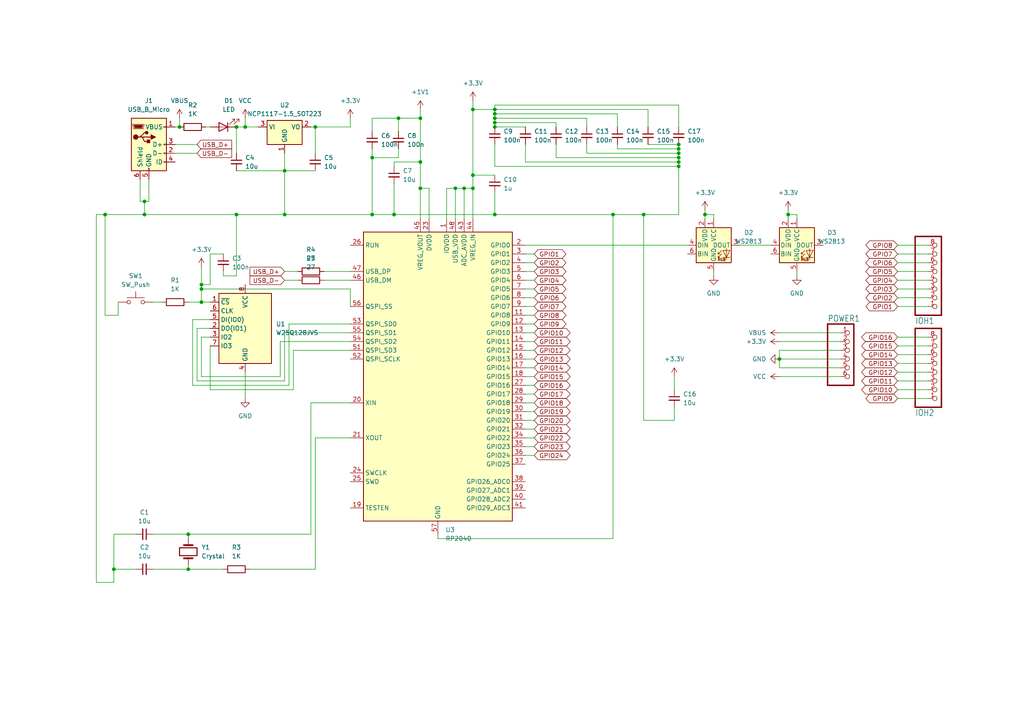
<source format=kicad_sch>
(kicad_sch (version 20230121) (generator eeschema)

  (uuid 3432b3e3-d165-4a02-8367-26b057835850)

  (paper "A4")

  (lib_symbols
    (symbol "Connector:USB_B_Micro" (pin_names (offset 1.016)) (in_bom yes) (on_board yes)
      (property "Reference" "J" (at -5.08 11.43 0)
        (effects (font (size 1.27 1.27)) (justify left))
      )
      (property "Value" "USB_B_Micro" (at -5.08 8.89 0)
        (effects (font (size 1.27 1.27)) (justify left))
      )
      (property "Footprint" "" (at 3.81 -1.27 0)
        (effects (font (size 1.27 1.27)) hide)
      )
      (property "Datasheet" "~" (at 3.81 -1.27 0)
        (effects (font (size 1.27 1.27)) hide)
      )
      (property "ki_keywords" "connector USB micro" (at 0 0 0)
        (effects (font (size 1.27 1.27)) hide)
      )
      (property "ki_description" "USB Micro Type B connector" (at 0 0 0)
        (effects (font (size 1.27 1.27)) hide)
      )
      (property "ki_fp_filters" "USB*" (at 0 0 0)
        (effects (font (size 1.27 1.27)) hide)
      )
      (symbol "USB_B_Micro_0_1"
        (rectangle (start -5.08 -7.62) (end 5.08 7.62)
          (stroke (width 0.254) (type default))
          (fill (type background))
        )
        (circle (center -3.81 2.159) (radius 0.635)
          (stroke (width 0.254) (type default))
          (fill (type outline))
        )
        (circle (center -0.635 3.429) (radius 0.381)
          (stroke (width 0.254) (type default))
          (fill (type outline))
        )
        (rectangle (start -0.127 -7.62) (end 0.127 -6.858)
          (stroke (width 0) (type default))
          (fill (type none))
        )
        (polyline
          (pts
            (xy -1.905 2.159)
            (xy 0.635 2.159)
          )
          (stroke (width 0.254) (type default))
          (fill (type none))
        )
        (polyline
          (pts
            (xy -3.175 2.159)
            (xy -2.54 2.159)
            (xy -1.27 3.429)
            (xy -0.635 3.429)
          )
          (stroke (width 0.254) (type default))
          (fill (type none))
        )
        (polyline
          (pts
            (xy -2.54 2.159)
            (xy -1.905 2.159)
            (xy -1.27 0.889)
            (xy 0 0.889)
          )
          (stroke (width 0.254) (type default))
          (fill (type none))
        )
        (polyline
          (pts
            (xy 0.635 2.794)
            (xy 0.635 1.524)
            (xy 1.905 2.159)
            (xy 0.635 2.794)
          )
          (stroke (width 0.254) (type default))
          (fill (type outline))
        )
        (polyline
          (pts
            (xy -4.318 5.588)
            (xy -1.778 5.588)
            (xy -2.032 4.826)
            (xy -4.064 4.826)
            (xy -4.318 5.588)
          )
          (stroke (width 0) (type default))
          (fill (type outline))
        )
        (polyline
          (pts
            (xy -4.699 5.842)
            (xy -4.699 5.588)
            (xy -4.445 4.826)
            (xy -4.445 4.572)
            (xy -1.651 4.572)
            (xy -1.651 4.826)
            (xy -1.397 5.588)
            (xy -1.397 5.842)
            (xy -4.699 5.842)
          )
          (stroke (width 0) (type default))
          (fill (type none))
        )
        (rectangle (start 0.254 1.27) (end -0.508 0.508)
          (stroke (width 0.254) (type default))
          (fill (type outline))
        )
        (rectangle (start 5.08 -5.207) (end 4.318 -4.953)
          (stroke (width 0) (type default))
          (fill (type none))
        )
        (rectangle (start 5.08 -2.667) (end 4.318 -2.413)
          (stroke (width 0) (type default))
          (fill (type none))
        )
        (rectangle (start 5.08 -0.127) (end 4.318 0.127)
          (stroke (width 0) (type default))
          (fill (type none))
        )
        (rectangle (start 5.08 4.953) (end 4.318 5.207)
          (stroke (width 0) (type default))
          (fill (type none))
        )
      )
      (symbol "USB_B_Micro_1_1"
        (pin power_out line (at 7.62 5.08 180) (length 2.54)
          (name "VBUS" (effects (font (size 1.27 1.27))))
          (number "1" (effects (font (size 1.27 1.27))))
        )
        (pin bidirectional line (at 7.62 -2.54 180) (length 2.54)
          (name "D-" (effects (font (size 1.27 1.27))))
          (number "2" (effects (font (size 1.27 1.27))))
        )
        (pin bidirectional line (at 7.62 0 180) (length 2.54)
          (name "D+" (effects (font (size 1.27 1.27))))
          (number "3" (effects (font (size 1.27 1.27))))
        )
        (pin passive line (at 7.62 -5.08 180) (length 2.54)
          (name "ID" (effects (font (size 1.27 1.27))))
          (number "4" (effects (font (size 1.27 1.27))))
        )
        (pin power_out line (at 0 -10.16 90) (length 2.54)
          (name "GND" (effects (font (size 1.27 1.27))))
          (number "5" (effects (font (size 1.27 1.27))))
        )
        (pin passive line (at -2.54 -10.16 90) (length 2.54)
          (name "Shield" (effects (font (size 1.27 1.27))))
          (number "6" (effects (font (size 1.27 1.27))))
        )
      )
    )
    (symbol "Device:C_Small" (pin_numbers hide) (pin_names (offset 0.254) hide) (in_bom yes) (on_board yes)
      (property "Reference" "C" (at 0.254 1.778 0)
        (effects (font (size 1.27 1.27)) (justify left))
      )
      (property "Value" "C_Small" (at 0.254 -2.032 0)
        (effects (font (size 1.27 1.27)) (justify left))
      )
      (property "Footprint" "" (at 0 0 0)
        (effects (font (size 1.27 1.27)) hide)
      )
      (property "Datasheet" "~" (at 0 0 0)
        (effects (font (size 1.27 1.27)) hide)
      )
      (property "ki_keywords" "capacitor cap" (at 0 0 0)
        (effects (font (size 1.27 1.27)) hide)
      )
      (property "ki_description" "Unpolarized capacitor, small symbol" (at 0 0 0)
        (effects (font (size 1.27 1.27)) hide)
      )
      (property "ki_fp_filters" "C_*" (at 0 0 0)
        (effects (font (size 1.27 1.27)) hide)
      )
      (symbol "C_Small_0_1"
        (polyline
          (pts
            (xy -1.524 -0.508)
            (xy 1.524 -0.508)
          )
          (stroke (width 0.3302) (type default))
          (fill (type none))
        )
        (polyline
          (pts
            (xy -1.524 0.508)
            (xy 1.524 0.508)
          )
          (stroke (width 0.3048) (type default))
          (fill (type none))
        )
      )
      (symbol "C_Small_1_1"
        (pin passive line (at 0 2.54 270) (length 2.032)
          (name "~" (effects (font (size 1.27 1.27))))
          (number "1" (effects (font (size 1.27 1.27))))
        )
        (pin passive line (at 0 -2.54 90) (length 2.032)
          (name "~" (effects (font (size 1.27 1.27))))
          (number "2" (effects (font (size 1.27 1.27))))
        )
      )
    )
    (symbol "Device:Crystal" (pin_numbers hide) (pin_names (offset 1.016) hide) (in_bom yes) (on_board yes)
      (property "Reference" "Y" (at 0 3.81 0)
        (effects (font (size 1.27 1.27)))
      )
      (property "Value" "Crystal" (at 0 -3.81 0)
        (effects (font (size 1.27 1.27)))
      )
      (property "Footprint" "" (at 0 0 0)
        (effects (font (size 1.27 1.27)) hide)
      )
      (property "Datasheet" "~" (at 0 0 0)
        (effects (font (size 1.27 1.27)) hide)
      )
      (property "ki_keywords" "quartz ceramic resonator oscillator" (at 0 0 0)
        (effects (font (size 1.27 1.27)) hide)
      )
      (property "ki_description" "Two pin crystal" (at 0 0 0)
        (effects (font (size 1.27 1.27)) hide)
      )
      (property "ki_fp_filters" "Crystal*" (at 0 0 0)
        (effects (font (size 1.27 1.27)) hide)
      )
      (symbol "Crystal_0_1"
        (rectangle (start -1.143 2.54) (end 1.143 -2.54)
          (stroke (width 0.3048) (type default))
          (fill (type none))
        )
        (polyline
          (pts
            (xy -2.54 0)
            (xy -1.905 0)
          )
          (stroke (width 0) (type default))
          (fill (type none))
        )
        (polyline
          (pts
            (xy -1.905 -1.27)
            (xy -1.905 1.27)
          )
          (stroke (width 0.508) (type default))
          (fill (type none))
        )
        (polyline
          (pts
            (xy 1.905 -1.27)
            (xy 1.905 1.27)
          )
          (stroke (width 0.508) (type default))
          (fill (type none))
        )
        (polyline
          (pts
            (xy 2.54 0)
            (xy 1.905 0)
          )
          (stroke (width 0) (type default))
          (fill (type none))
        )
      )
      (symbol "Crystal_1_1"
        (pin passive line (at -3.81 0 0) (length 1.27)
          (name "1" (effects (font (size 1.27 1.27))))
          (number "1" (effects (font (size 1.27 1.27))))
        )
        (pin passive line (at 3.81 0 180) (length 1.27)
          (name "2" (effects (font (size 1.27 1.27))))
          (number "2" (effects (font (size 1.27 1.27))))
        )
      )
    )
    (symbol "Device:LED" (pin_numbers hide) (pin_names (offset 1.016) hide) (in_bom yes) (on_board yes)
      (property "Reference" "D" (at 0 2.54 0)
        (effects (font (size 1.27 1.27)))
      )
      (property "Value" "LED" (at 0 -2.54 0)
        (effects (font (size 1.27 1.27)))
      )
      (property "Footprint" "" (at 0 0 0)
        (effects (font (size 1.27 1.27)) hide)
      )
      (property "Datasheet" "~" (at 0 0 0)
        (effects (font (size 1.27 1.27)) hide)
      )
      (property "ki_keywords" "LED diode" (at 0 0 0)
        (effects (font (size 1.27 1.27)) hide)
      )
      (property "ki_description" "Light emitting diode" (at 0 0 0)
        (effects (font (size 1.27 1.27)) hide)
      )
      (property "ki_fp_filters" "LED* LED_SMD:* LED_THT:*" (at 0 0 0)
        (effects (font (size 1.27 1.27)) hide)
      )
      (symbol "LED_0_1"
        (polyline
          (pts
            (xy -1.27 -1.27)
            (xy -1.27 1.27)
          )
          (stroke (width 0.254) (type default))
          (fill (type none))
        )
        (polyline
          (pts
            (xy -1.27 0)
            (xy 1.27 0)
          )
          (stroke (width 0) (type default))
          (fill (type none))
        )
        (polyline
          (pts
            (xy 1.27 -1.27)
            (xy 1.27 1.27)
            (xy -1.27 0)
            (xy 1.27 -1.27)
          )
          (stroke (width 0.254) (type default))
          (fill (type none))
        )
        (polyline
          (pts
            (xy -3.048 -0.762)
            (xy -4.572 -2.286)
            (xy -3.81 -2.286)
            (xy -4.572 -2.286)
            (xy -4.572 -1.524)
          )
          (stroke (width 0) (type default))
          (fill (type none))
        )
        (polyline
          (pts
            (xy -1.778 -0.762)
            (xy -3.302 -2.286)
            (xy -2.54 -2.286)
            (xy -3.302 -2.286)
            (xy -3.302 -1.524)
          )
          (stroke (width 0) (type default))
          (fill (type none))
        )
      )
      (symbol "LED_1_1"
        (pin passive line (at -3.81 0 0) (length 2.54)
          (name "K" (effects (font (size 1.27 1.27))))
          (number "1" (effects (font (size 1.27 1.27))))
        )
        (pin passive line (at 3.81 0 180) (length 2.54)
          (name "A" (effects (font (size 1.27 1.27))))
          (number "2" (effects (font (size 1.27 1.27))))
        )
      )
    )
    (symbol "Device:R" (pin_numbers hide) (pin_names (offset 0)) (in_bom yes) (on_board yes)
      (property "Reference" "R" (at 2.032 0 90)
        (effects (font (size 1.27 1.27)))
      )
      (property "Value" "R" (at 0 0 90)
        (effects (font (size 1.27 1.27)))
      )
      (property "Footprint" "" (at -1.778 0 90)
        (effects (font (size 1.27 1.27)) hide)
      )
      (property "Datasheet" "~" (at 0 0 0)
        (effects (font (size 1.27 1.27)) hide)
      )
      (property "ki_keywords" "R res resistor" (at 0 0 0)
        (effects (font (size 1.27 1.27)) hide)
      )
      (property "ki_description" "Resistor" (at 0 0 0)
        (effects (font (size 1.27 1.27)) hide)
      )
      (property "ki_fp_filters" "R_*" (at 0 0 0)
        (effects (font (size 1.27 1.27)) hide)
      )
      (symbol "R_0_1"
        (rectangle (start -1.016 -2.54) (end 1.016 2.54)
          (stroke (width 0.254) (type default))
          (fill (type none))
        )
      )
      (symbol "R_1_1"
        (pin passive line (at 0 3.81 270) (length 1.27)
          (name "~" (effects (font (size 1.27 1.27))))
          (number "1" (effects (font (size 1.27 1.27))))
        )
        (pin passive line (at 0 -3.81 90) (length 1.27)
          (name "~" (effects (font (size 1.27 1.27))))
          (number "2" (effects (font (size 1.27 1.27))))
        )
      )
    )
    (symbol "LED:WS2813" (pin_names (offset 0.254)) (in_bom yes) (on_board yes)
      (property "Reference" "D" (at 5.08 5.715 0)
        (effects (font (size 1.27 1.27)) (justify right bottom))
      )
      (property "Value" "WS2813" (at 1.27 -5.715 0)
        (effects (font (size 1.27 1.27)) (justify left top))
      )
      (property "Footprint" "LED_SMD:LED_WS2812_PLCC6_5.0x5.0mm_P1.6mm" (at 1.27 -7.62 0)
        (effects (font (size 1.27 1.27)) (justify left top) hide)
      )
      (property "Datasheet" "http://www.normandled.com/upload/201605/WS2813%20LED%20Datasheet.pdf" (at 2.54 -9.525 0)
        (effects (font (size 1.27 1.27)) (justify left top) hide)
      )
      (property "ki_keywords" "RGB LED addressable" (at 0 0 0)
        (effects (font (size 1.27 1.27)) hide)
      )
      (property "ki_description" "RGB LED with integrated controller" (at 0 0 0)
        (effects (font (size 1.27 1.27)) hide)
      )
      (property "ki_fp_filters" "LED*WS2812*PLCC*5.0x5.0mm*P1.6mm*" (at 0 0 0)
        (effects (font (size 1.27 1.27)) hide)
      )
      (symbol "WS2813_0_0"
        (text "RGB" (at 2.286 -4.191 0)
          (effects (font (size 0.762 0.762)))
        )
      )
      (symbol "WS2813_0_1"
        (polyline
          (pts
            (xy 1.27 -3.556)
            (xy 1.778 -3.556)
          )
          (stroke (width 0) (type default))
          (fill (type none))
        )
        (polyline
          (pts
            (xy 1.27 -2.54)
            (xy 1.778 -2.54)
          )
          (stroke (width 0) (type default))
          (fill (type none))
        )
        (polyline
          (pts
            (xy 4.699 -3.556)
            (xy 2.667 -3.556)
          )
          (stroke (width 0) (type default))
          (fill (type none))
        )
        (polyline
          (pts
            (xy 2.286 -2.54)
            (xy 1.27 -3.556)
            (xy 1.27 -3.048)
          )
          (stroke (width 0) (type default))
          (fill (type none))
        )
        (polyline
          (pts
            (xy 2.286 -1.524)
            (xy 1.27 -2.54)
            (xy 1.27 -2.032)
          )
          (stroke (width 0) (type default))
          (fill (type none))
        )
        (polyline
          (pts
            (xy 3.683 -1.016)
            (xy 3.683 -3.556)
            (xy 3.683 -4.064)
          )
          (stroke (width 0) (type default))
          (fill (type none))
        )
        (polyline
          (pts
            (xy 4.699 -1.524)
            (xy 2.667 -1.524)
            (xy 3.683 -3.556)
            (xy 4.699 -1.524)
          )
          (stroke (width 0) (type default))
          (fill (type none))
        )
        (rectangle (start 5.08 5.08) (end -5.08 -5.08)
          (stroke (width 0.254) (type default))
          (fill (type background))
        )
      )
      (symbol "WS2813_1_1"
        (pin power_in line (at 0 7.62 270) (length 2.54)
          (name "VCC" (effects (font (size 1.27 1.27))))
          (number "1" (effects (font (size 1.27 1.27))))
        )
        (pin power_in line (at -2.54 7.62 270) (length 2.54)
          (name "VDD" (effects (font (size 1.27 1.27))))
          (number "2" (effects (font (size 1.27 1.27))))
        )
        (pin output line (at 7.62 0 180) (length 2.54)
          (name "DOUT" (effects (font (size 1.27 1.27))))
          (number "3" (effects (font (size 1.27 1.27))))
        )
        (pin input line (at -7.62 0 0) (length 2.54)
          (name "DIN" (effects (font (size 1.27 1.27))))
          (number "4" (effects (font (size 1.27 1.27))))
        )
        (pin power_in line (at 0 -7.62 90) (length 2.54)
          (name "GND" (effects (font (size 1.27 1.27))))
          (number "5" (effects (font (size 1.27 1.27))))
        )
        (pin input line (at -7.62 -2.54 0) (length 2.54)
          (name "BIN" (effects (font (size 1.27 1.27))))
          (number "6" (effects (font (size 1.27 1.27))))
        )
      )
    )
    (symbol "MCU_RaspberryPi:RP2040" (in_bom yes) (on_board yes)
      (property "Reference" "U" (at 17.78 45.72 0)
        (effects (font (size 1.27 1.27)))
      )
      (property "Value" "RP2040" (at 17.78 43.18 0)
        (effects (font (size 1.27 1.27)))
      )
      (property "Footprint" "Package_DFN_QFN:QFN-56-1EP_7x7mm_P0.4mm_EP3.2x3.2mm" (at 0 0 0)
        (effects (font (size 1.27 1.27)) hide)
      )
      (property "Datasheet" "https://datasheets.raspberrypi.com/rp2040/rp2040-datasheet.pdf" (at 0 0 0)
        (effects (font (size 1.27 1.27)) hide)
      )
      (property "ki_keywords" "RP2040 ARM Cortex-M0+ USB" (at 0 0 0)
        (effects (font (size 1.27 1.27)) hide)
      )
      (property "ki_description" "A microcontroller by Raspberry Pi" (at 0 0 0)
        (effects (font (size 1.27 1.27)) hide)
      )
      (property "ki_fp_filters" "QFN*1EP*7x7mm?P0.4mm*" (at 0 0 0)
        (effects (font (size 1.27 1.27)) hide)
      )
      (symbol "RP2040_0_1"
        (rectangle (start -21.59 41.91) (end 21.59 -41.91)
          (stroke (width 0.254) (type default))
          (fill (type background))
        )
      )
      (symbol "RP2040_1_1"
        (pin power_in line (at 2.54 45.72 270) (length 3.81)
          (name "IOVDD" (effects (font (size 1.27 1.27))))
          (number "1" (effects (font (size 1.27 1.27))))
        )
        (pin passive line (at 2.54 45.72 270) (length 3.81) hide
          (name "IOVDD" (effects (font (size 1.27 1.27))))
          (number "10" (effects (font (size 1.27 1.27))))
        )
        (pin bidirectional line (at 25.4 17.78 180) (length 3.81)
          (name "GPIO8" (effects (font (size 1.27 1.27))))
          (number "11" (effects (font (size 1.27 1.27))))
        )
        (pin bidirectional line (at 25.4 15.24 180) (length 3.81)
          (name "GPIO9" (effects (font (size 1.27 1.27))))
          (number "12" (effects (font (size 1.27 1.27))))
        )
        (pin bidirectional line (at 25.4 12.7 180) (length 3.81)
          (name "GPIO10" (effects (font (size 1.27 1.27))))
          (number "13" (effects (font (size 1.27 1.27))))
        )
        (pin bidirectional line (at 25.4 10.16 180) (length 3.81)
          (name "GPIO11" (effects (font (size 1.27 1.27))))
          (number "14" (effects (font (size 1.27 1.27))))
        )
        (pin bidirectional line (at 25.4 7.62 180) (length 3.81)
          (name "GPIO12" (effects (font (size 1.27 1.27))))
          (number "15" (effects (font (size 1.27 1.27))))
        )
        (pin bidirectional line (at 25.4 5.08 180) (length 3.81)
          (name "GPIO13" (effects (font (size 1.27 1.27))))
          (number "16" (effects (font (size 1.27 1.27))))
        )
        (pin bidirectional line (at 25.4 2.54 180) (length 3.81)
          (name "GPIO14" (effects (font (size 1.27 1.27))))
          (number "17" (effects (font (size 1.27 1.27))))
        )
        (pin bidirectional line (at 25.4 0 180) (length 3.81)
          (name "GPIO15" (effects (font (size 1.27 1.27))))
          (number "18" (effects (font (size 1.27 1.27))))
        )
        (pin input line (at -25.4 -38.1 0) (length 3.81)
          (name "TESTEN" (effects (font (size 1.27 1.27))))
          (number "19" (effects (font (size 1.27 1.27))))
        )
        (pin bidirectional line (at 25.4 38.1 180) (length 3.81)
          (name "GPIO0" (effects (font (size 1.27 1.27))))
          (number "2" (effects (font (size 1.27 1.27))))
        )
        (pin input line (at -25.4 -7.62 0) (length 3.81)
          (name "XIN" (effects (font (size 1.27 1.27))))
          (number "20" (effects (font (size 1.27 1.27))))
        )
        (pin passive line (at -25.4 -17.78 0) (length 3.81)
          (name "XOUT" (effects (font (size 1.27 1.27))))
          (number "21" (effects (font (size 1.27 1.27))))
        )
        (pin passive line (at 2.54 45.72 270) (length 3.81) hide
          (name "IOVDD" (effects (font (size 1.27 1.27))))
          (number "22" (effects (font (size 1.27 1.27))))
        )
        (pin power_in line (at -2.54 45.72 270) (length 3.81)
          (name "DVDD" (effects (font (size 1.27 1.27))))
          (number "23" (effects (font (size 1.27 1.27))))
        )
        (pin input line (at -25.4 -27.94 0) (length 3.81)
          (name "SWCLK" (effects (font (size 1.27 1.27))))
          (number "24" (effects (font (size 1.27 1.27))))
        )
        (pin bidirectional line (at -25.4 -30.48 0) (length 3.81)
          (name "SWD" (effects (font (size 1.27 1.27))))
          (number "25" (effects (font (size 1.27 1.27))))
        )
        (pin input line (at -25.4 38.1 0) (length 3.81)
          (name "RUN" (effects (font (size 1.27 1.27))))
          (number "26" (effects (font (size 1.27 1.27))))
        )
        (pin bidirectional line (at 25.4 -2.54 180) (length 3.81)
          (name "GPIO16" (effects (font (size 1.27 1.27))))
          (number "27" (effects (font (size 1.27 1.27))))
        )
        (pin bidirectional line (at 25.4 -5.08 180) (length 3.81)
          (name "GPIO17" (effects (font (size 1.27 1.27))))
          (number "28" (effects (font (size 1.27 1.27))))
        )
        (pin bidirectional line (at 25.4 -7.62 180) (length 3.81)
          (name "GPIO18" (effects (font (size 1.27 1.27))))
          (number "29" (effects (font (size 1.27 1.27))))
        )
        (pin bidirectional line (at 25.4 35.56 180) (length 3.81)
          (name "GPIO1" (effects (font (size 1.27 1.27))))
          (number "3" (effects (font (size 1.27 1.27))))
        )
        (pin bidirectional line (at 25.4 -10.16 180) (length 3.81)
          (name "GPIO19" (effects (font (size 1.27 1.27))))
          (number "30" (effects (font (size 1.27 1.27))))
        )
        (pin bidirectional line (at 25.4 -12.7 180) (length 3.81)
          (name "GPIO20" (effects (font (size 1.27 1.27))))
          (number "31" (effects (font (size 1.27 1.27))))
        )
        (pin bidirectional line (at 25.4 -15.24 180) (length 3.81)
          (name "GPIO21" (effects (font (size 1.27 1.27))))
          (number "32" (effects (font (size 1.27 1.27))))
        )
        (pin passive line (at 2.54 45.72 270) (length 3.81) hide
          (name "IOVDD" (effects (font (size 1.27 1.27))))
          (number "33" (effects (font (size 1.27 1.27))))
        )
        (pin bidirectional line (at 25.4 -17.78 180) (length 3.81)
          (name "GPIO22" (effects (font (size 1.27 1.27))))
          (number "34" (effects (font (size 1.27 1.27))))
        )
        (pin bidirectional line (at 25.4 -20.32 180) (length 3.81)
          (name "GPIO23" (effects (font (size 1.27 1.27))))
          (number "35" (effects (font (size 1.27 1.27))))
        )
        (pin bidirectional line (at 25.4 -22.86 180) (length 3.81)
          (name "GPIO24" (effects (font (size 1.27 1.27))))
          (number "36" (effects (font (size 1.27 1.27))))
        )
        (pin bidirectional line (at 25.4 -25.4 180) (length 3.81)
          (name "GPIO25" (effects (font (size 1.27 1.27))))
          (number "37" (effects (font (size 1.27 1.27))))
        )
        (pin bidirectional line (at 25.4 -30.48 180) (length 3.81)
          (name "GPIO26_ADC0" (effects (font (size 1.27 1.27))))
          (number "38" (effects (font (size 1.27 1.27))))
        )
        (pin bidirectional line (at 25.4 -33.02 180) (length 3.81)
          (name "GPIO27_ADC1" (effects (font (size 1.27 1.27))))
          (number "39" (effects (font (size 1.27 1.27))))
        )
        (pin bidirectional line (at 25.4 33.02 180) (length 3.81)
          (name "GPIO2" (effects (font (size 1.27 1.27))))
          (number "4" (effects (font (size 1.27 1.27))))
        )
        (pin bidirectional line (at 25.4 -35.56 180) (length 3.81)
          (name "GPIO28_ADC2" (effects (font (size 1.27 1.27))))
          (number "40" (effects (font (size 1.27 1.27))))
        )
        (pin bidirectional line (at 25.4 -38.1 180) (length 3.81)
          (name "GPIO29_ADC3" (effects (font (size 1.27 1.27))))
          (number "41" (effects (font (size 1.27 1.27))))
        )
        (pin passive line (at 2.54 45.72 270) (length 3.81) hide
          (name "IOVDD" (effects (font (size 1.27 1.27))))
          (number "42" (effects (font (size 1.27 1.27))))
        )
        (pin power_in line (at 7.62 45.72 270) (length 3.81)
          (name "ADC_AVDD" (effects (font (size 1.27 1.27))))
          (number "43" (effects (font (size 1.27 1.27))))
        )
        (pin power_in line (at 10.16 45.72 270) (length 3.81)
          (name "VREG_IN" (effects (font (size 1.27 1.27))))
          (number "44" (effects (font (size 1.27 1.27))))
        )
        (pin power_out line (at -5.08 45.72 270) (length 3.81)
          (name "VREG_VOUT" (effects (font (size 1.27 1.27))))
          (number "45" (effects (font (size 1.27 1.27))))
        )
        (pin bidirectional line (at -25.4 27.94 0) (length 3.81)
          (name "USB_DM" (effects (font (size 1.27 1.27))))
          (number "46" (effects (font (size 1.27 1.27))))
        )
        (pin bidirectional line (at -25.4 30.48 0) (length 3.81)
          (name "USB_DP" (effects (font (size 1.27 1.27))))
          (number "47" (effects (font (size 1.27 1.27))))
        )
        (pin power_in line (at 5.08 45.72 270) (length 3.81)
          (name "USB_VDD" (effects (font (size 1.27 1.27))))
          (number "48" (effects (font (size 1.27 1.27))))
        )
        (pin passive line (at 2.54 45.72 270) (length 3.81) hide
          (name "IOVDD" (effects (font (size 1.27 1.27))))
          (number "49" (effects (font (size 1.27 1.27))))
        )
        (pin bidirectional line (at 25.4 30.48 180) (length 3.81)
          (name "GPIO3" (effects (font (size 1.27 1.27))))
          (number "5" (effects (font (size 1.27 1.27))))
        )
        (pin passive line (at -2.54 45.72 270) (length 3.81) hide
          (name "DVDD" (effects (font (size 1.27 1.27))))
          (number "50" (effects (font (size 1.27 1.27))))
        )
        (pin bidirectional line (at -25.4 7.62 0) (length 3.81)
          (name "QSPI_SD3" (effects (font (size 1.27 1.27))))
          (number "51" (effects (font (size 1.27 1.27))))
        )
        (pin output line (at -25.4 5.08 0) (length 3.81)
          (name "QSPI_SCLK" (effects (font (size 1.27 1.27))))
          (number "52" (effects (font (size 1.27 1.27))))
        )
        (pin bidirectional line (at -25.4 15.24 0) (length 3.81)
          (name "QSPI_SD0" (effects (font (size 1.27 1.27))))
          (number "53" (effects (font (size 1.27 1.27))))
        )
        (pin bidirectional line (at -25.4 10.16 0) (length 3.81)
          (name "QSPI_SD2" (effects (font (size 1.27 1.27))))
          (number "54" (effects (font (size 1.27 1.27))))
        )
        (pin bidirectional line (at -25.4 12.7 0) (length 3.81)
          (name "QSPI_SD1" (effects (font (size 1.27 1.27))))
          (number "55" (effects (font (size 1.27 1.27))))
        )
        (pin bidirectional line (at -25.4 20.32 0) (length 3.81)
          (name "QSPI_SS" (effects (font (size 1.27 1.27))))
          (number "56" (effects (font (size 1.27 1.27))))
        )
        (pin power_in line (at 0 -45.72 90) (length 3.81)
          (name "GND" (effects (font (size 1.27 1.27))))
          (number "57" (effects (font (size 1.27 1.27))))
        )
        (pin bidirectional line (at 25.4 27.94 180) (length 3.81)
          (name "GPIO4" (effects (font (size 1.27 1.27))))
          (number "6" (effects (font (size 1.27 1.27))))
        )
        (pin bidirectional line (at 25.4 25.4 180) (length 3.81)
          (name "GPIO5" (effects (font (size 1.27 1.27))))
          (number "7" (effects (font (size 1.27 1.27))))
        )
        (pin bidirectional line (at 25.4 22.86 180) (length 3.81)
          (name "GPIO6" (effects (font (size 1.27 1.27))))
          (number "8" (effects (font (size 1.27 1.27))))
        )
        (pin bidirectional line (at 25.4 20.32 180) (length 3.81)
          (name "GPIO7" (effects (font (size 1.27 1.27))))
          (number "9" (effects (font (size 1.27 1.27))))
        )
      )
    )
    (symbol "Memory_Flash:W25Q128JVS" (in_bom yes) (on_board yes)
      (property "Reference" "U" (at -8.89 8.89 0)
        (effects (font (size 1.27 1.27)))
      )
      (property "Value" "W25Q128JVS" (at 7.62 8.89 0)
        (effects (font (size 1.27 1.27)))
      )
      (property "Footprint" "Package_SO:SOIC-8_5.23x5.23mm_P1.27mm" (at 0 0 0)
        (effects (font (size 1.27 1.27)) hide)
      )
      (property "Datasheet" "http://www.winbond.com/resource-files/w25q128jv_dtr%20revc%2003272018%20plus.pdf" (at 0 0 0)
        (effects (font (size 1.27 1.27)) hide)
      )
      (property "ki_keywords" "flash memory SPI QPI DTR" (at 0 0 0)
        (effects (font (size 1.27 1.27)) hide)
      )
      (property "ki_description" "128Mb Serial Flash Memory, Standard/Dual/Quad SPI, SOIC-8" (at 0 0 0)
        (effects (font (size 1.27 1.27)) hide)
      )
      (property "ki_fp_filters" "SOIC*5.23x5.23mm*P1.27mm*" (at 0 0 0)
        (effects (font (size 1.27 1.27)) hide)
      )
      (symbol "W25Q128JVS_0_1"
        (rectangle (start -7.62 10.16) (end 7.62 -10.16)
          (stroke (width 0.254) (type default))
          (fill (type background))
        )
      )
      (symbol "W25Q128JVS_1_1"
        (pin input line (at -10.16 7.62 0) (length 2.54)
          (name "~{CS}" (effects (font (size 1.27 1.27))))
          (number "1" (effects (font (size 1.27 1.27))))
        )
        (pin bidirectional line (at -10.16 0 0) (length 2.54)
          (name "DO(IO1)" (effects (font (size 1.27 1.27))))
          (number "2" (effects (font (size 1.27 1.27))))
        )
        (pin bidirectional line (at -10.16 -2.54 0) (length 2.54)
          (name "IO2" (effects (font (size 1.27 1.27))))
          (number "3" (effects (font (size 1.27 1.27))))
        )
        (pin power_in line (at 0 -12.7 90) (length 2.54)
          (name "GND" (effects (font (size 1.27 1.27))))
          (number "4" (effects (font (size 1.27 1.27))))
        )
        (pin bidirectional line (at -10.16 2.54 0) (length 2.54)
          (name "DI(IO0)" (effects (font (size 1.27 1.27))))
          (number "5" (effects (font (size 1.27 1.27))))
        )
        (pin input line (at -10.16 5.08 0) (length 2.54)
          (name "CLK" (effects (font (size 1.27 1.27))))
          (number "6" (effects (font (size 1.27 1.27))))
        )
        (pin bidirectional line (at -10.16 -5.08 0) (length 2.54)
          (name "IO3" (effects (font (size 1.27 1.27))))
          (number "7" (effects (font (size 1.27 1.27))))
        )
        (pin power_in line (at 0 12.7 270) (length 2.54)
          (name "VCC" (effects (font (size 1.27 1.27))))
          (number "8" (effects (font (size 1.27 1.27))))
        )
      )
    )
    (symbol "Orpheus Leap Micro-eagle-import:PINHD-1X6" (in_bom yes) (on_board yes)
      (property "Reference" "JP" (at -6.35 10.795 0)
        (effects (font (size 1.778 1.5113)) (justify left bottom))
      )
      (property "Value" "" (at -6.35 -10.16 0)
        (effects (font (size 1.778 1.5113)) (justify left bottom))
      )
      (property "Footprint" "Orpheus Leap Micro:1X06" (at 0 0 0)
        (effects (font (size 1.27 1.27)) hide)
      )
      (property "Datasheet" "" (at 0 0 0)
        (effects (font (size 1.27 1.27)) hide)
      )
      (property "ki_locked" "" (at 0 0 0)
        (effects (font (size 1.27 1.27)))
      )
      (symbol "PINHD-1X6_1_0"
        (polyline
          (pts
            (xy -6.35 -7.62)
            (xy 1.27 -7.62)
          )
          (stroke (width 0.4064) (type solid))
          (fill (type none))
        )
        (polyline
          (pts
            (xy -6.35 10.16)
            (xy -6.35 -7.62)
          )
          (stroke (width 0.4064) (type solid))
          (fill (type none))
        )
        (polyline
          (pts
            (xy 1.27 -7.62)
            (xy 1.27 10.16)
          )
          (stroke (width 0.4064) (type solid))
          (fill (type none))
        )
        (polyline
          (pts
            (xy 1.27 10.16)
            (xy -6.35 10.16)
          )
          (stroke (width 0.4064) (type solid))
          (fill (type none))
        )
        (pin passive inverted (at -2.54 7.62 0) (length 2.54)
          (name "1" (effects (font (size 0 0))))
          (number "1" (effects (font (size 1.27 1.27))))
        )
        (pin passive inverted (at -2.54 5.08 0) (length 2.54)
          (name "2" (effects (font (size 0 0))))
          (number "2" (effects (font (size 1.27 1.27))))
        )
        (pin passive inverted (at -2.54 2.54 0) (length 2.54)
          (name "3" (effects (font (size 0 0))))
          (number "3" (effects (font (size 1.27 1.27))))
        )
        (pin passive inverted (at -2.54 0 0) (length 2.54)
          (name "4" (effects (font (size 0 0))))
          (number "4" (effects (font (size 1.27 1.27))))
        )
        (pin passive inverted (at -2.54 -2.54 0) (length 2.54)
          (name "5" (effects (font (size 0 0))))
          (number "5" (effects (font (size 1.27 1.27))))
        )
        (pin passive inverted (at -2.54 -5.08 0) (length 2.54)
          (name "6" (effects (font (size 0 0))))
          (number "6" (effects (font (size 1.27 1.27))))
        )
      )
    )
    (symbol "Orpheus Leap Micro-eagle-import:PINHD-1X8" (in_bom yes) (on_board yes)
      (property "Reference" "JP" (at -6.35 13.335 0)
        (effects (font (size 1.778 1.5113)) (justify left bottom))
      )
      (property "Value" "" (at -6.35 -12.7 0)
        (effects (font (size 1.778 1.5113)) (justify left bottom))
      )
      (property "Footprint" "Orpheus Leap Micro:1X08" (at 0 0 0)
        (effects (font (size 1.27 1.27)) hide)
      )
      (property "Datasheet" "" (at 0 0 0)
        (effects (font (size 1.27 1.27)) hide)
      )
      (property "ki_locked" "" (at 0 0 0)
        (effects (font (size 1.27 1.27)))
      )
      (symbol "PINHD-1X8_1_0"
        (polyline
          (pts
            (xy -6.35 -10.16)
            (xy 1.27 -10.16)
          )
          (stroke (width 0.4064) (type solid))
          (fill (type none))
        )
        (polyline
          (pts
            (xy -6.35 12.7)
            (xy -6.35 -10.16)
          )
          (stroke (width 0.4064) (type solid))
          (fill (type none))
        )
        (polyline
          (pts
            (xy 1.27 -10.16)
            (xy 1.27 12.7)
          )
          (stroke (width 0.4064) (type solid))
          (fill (type none))
        )
        (polyline
          (pts
            (xy 1.27 12.7)
            (xy -6.35 12.7)
          )
          (stroke (width 0.4064) (type solid))
          (fill (type none))
        )
        (pin passive inverted (at -2.54 10.16 0) (length 2.54)
          (name "1" (effects (font (size 0 0))))
          (number "1" (effects (font (size 1.27 1.27))))
        )
        (pin passive inverted (at -2.54 7.62 0) (length 2.54)
          (name "2" (effects (font (size 0 0))))
          (number "2" (effects (font (size 1.27 1.27))))
        )
        (pin passive inverted (at -2.54 5.08 0) (length 2.54)
          (name "3" (effects (font (size 0 0))))
          (number "3" (effects (font (size 1.27 1.27))))
        )
        (pin passive inverted (at -2.54 2.54 0) (length 2.54)
          (name "4" (effects (font (size 0 0))))
          (number "4" (effects (font (size 1.27 1.27))))
        )
        (pin passive inverted (at -2.54 0 0) (length 2.54)
          (name "5" (effects (font (size 0 0))))
          (number "5" (effects (font (size 1.27 1.27))))
        )
        (pin passive inverted (at -2.54 -2.54 0) (length 2.54)
          (name "6" (effects (font (size 0 0))))
          (number "6" (effects (font (size 1.27 1.27))))
        )
        (pin passive inverted (at -2.54 -5.08 0) (length 2.54)
          (name "7" (effects (font (size 0 0))))
          (number "7" (effects (font (size 1.27 1.27))))
        )
        (pin passive inverted (at -2.54 -7.62 0) (length 2.54)
          (name "8" (effects (font (size 0 0))))
          (number "8" (effects (font (size 1.27 1.27))))
        )
      )
    )
    (symbol "Regulator_Linear:NCP1117-1.5_SOT223" (in_bom yes) (on_board yes)
      (property "Reference" "U" (at -3.81 3.175 0)
        (effects (font (size 1.27 1.27)))
      )
      (property "Value" "NCP1117-1.5_SOT223" (at 0 3.175 0)
        (effects (font (size 1.27 1.27)) (justify left))
      )
      (property "Footprint" "Package_TO_SOT_SMD:SOT-223-3_TabPin2" (at 0 5.08 0)
        (effects (font (size 1.27 1.27)) hide)
      )
      (property "Datasheet" "http://www.onsemi.com/pub_link/Collateral/NCP1117-D.PDF" (at 2.54 -6.35 0)
        (effects (font (size 1.27 1.27)) hide)
      )
      (property "ki_keywords" "REGULATOR LDO 1.5V" (at 0 0 0)
        (effects (font (size 1.27 1.27)) hide)
      )
      (property "ki_description" "1A Low drop-out regulator, Fixed Output 1.5V, SOT-223" (at 0 0 0)
        (effects (font (size 1.27 1.27)) hide)
      )
      (property "ki_fp_filters" "SOT?223*TabPin2*" (at 0 0 0)
        (effects (font (size 1.27 1.27)) hide)
      )
      (symbol "NCP1117-1.5_SOT223_0_1"
        (rectangle (start -5.08 -5.08) (end 5.08 1.905)
          (stroke (width 0.254) (type default))
          (fill (type background))
        )
      )
      (symbol "NCP1117-1.5_SOT223_1_1"
        (pin power_in line (at 0 -7.62 90) (length 2.54)
          (name "GND" (effects (font (size 1.27 1.27))))
          (number "1" (effects (font (size 1.27 1.27))))
        )
        (pin power_out line (at 7.62 0 180) (length 2.54)
          (name "VO" (effects (font (size 1.27 1.27))))
          (number "2" (effects (font (size 1.27 1.27))))
        )
        (pin power_in line (at -7.62 0 0) (length 2.54)
          (name "VI" (effects (font (size 1.27 1.27))))
          (number "3" (effects (font (size 1.27 1.27))))
        )
      )
    )
    (symbol "Switch:SW_Push" (pin_numbers hide) (pin_names (offset 1.016) hide) (in_bom yes) (on_board yes)
      (property "Reference" "SW" (at 1.27 2.54 0)
        (effects (font (size 1.27 1.27)) (justify left))
      )
      (property "Value" "SW_Push" (at 0 -1.524 0)
        (effects (font (size 1.27 1.27)))
      )
      (property "Footprint" "" (at 0 5.08 0)
        (effects (font (size 1.27 1.27)) hide)
      )
      (property "Datasheet" "~" (at 0 5.08 0)
        (effects (font (size 1.27 1.27)) hide)
      )
      (property "ki_keywords" "switch normally-open pushbutton push-button" (at 0 0 0)
        (effects (font (size 1.27 1.27)) hide)
      )
      (property "ki_description" "Push button switch, generic, two pins" (at 0 0 0)
        (effects (font (size 1.27 1.27)) hide)
      )
      (symbol "SW_Push_0_1"
        (circle (center -2.032 0) (radius 0.508)
          (stroke (width 0) (type default))
          (fill (type none))
        )
        (polyline
          (pts
            (xy 0 1.27)
            (xy 0 3.048)
          )
          (stroke (width 0) (type default))
          (fill (type none))
        )
        (polyline
          (pts
            (xy 2.54 1.27)
            (xy -2.54 1.27)
          )
          (stroke (width 0) (type default))
          (fill (type none))
        )
        (circle (center 2.032 0) (radius 0.508)
          (stroke (width 0) (type default))
          (fill (type none))
        )
        (pin passive line (at -5.08 0 0) (length 2.54)
          (name "1" (effects (font (size 1.27 1.27))))
          (number "1" (effects (font (size 1.27 1.27))))
        )
        (pin passive line (at 5.08 0 180) (length 2.54)
          (name "2" (effects (font (size 1.27 1.27))))
          (number "2" (effects (font (size 1.27 1.27))))
        )
      )
    )
    (symbol "power:+1V1" (power) (pin_names (offset 0)) (in_bom yes) (on_board yes)
      (property "Reference" "#PWR" (at 0 -3.81 0)
        (effects (font (size 1.27 1.27)) hide)
      )
      (property "Value" "+1V1" (at 0 3.556 0)
        (effects (font (size 1.27 1.27)))
      )
      (property "Footprint" "" (at 0 0 0)
        (effects (font (size 1.27 1.27)) hide)
      )
      (property "Datasheet" "" (at 0 0 0)
        (effects (font (size 1.27 1.27)) hide)
      )
      (property "ki_keywords" "global power" (at 0 0 0)
        (effects (font (size 1.27 1.27)) hide)
      )
      (property "ki_description" "Power symbol creates a global label with name \"+1V1\"" (at 0 0 0)
        (effects (font (size 1.27 1.27)) hide)
      )
      (symbol "+1V1_0_1"
        (polyline
          (pts
            (xy -0.762 1.27)
            (xy 0 2.54)
          )
          (stroke (width 0) (type default))
          (fill (type none))
        )
        (polyline
          (pts
            (xy 0 0)
            (xy 0 2.54)
          )
          (stroke (width 0) (type default))
          (fill (type none))
        )
        (polyline
          (pts
            (xy 0 2.54)
            (xy 0.762 1.27)
          )
          (stroke (width 0) (type default))
          (fill (type none))
        )
      )
      (symbol "+1V1_1_1"
        (pin power_in line (at 0 0 90) (length 0) hide
          (name "+1V1" (effects (font (size 1.27 1.27))))
          (number "1" (effects (font (size 1.27 1.27))))
        )
      )
    )
    (symbol "power:+3.3V" (power) (pin_names (offset 0)) (in_bom yes) (on_board yes)
      (property "Reference" "#PWR" (at 0 -3.81 0)
        (effects (font (size 1.27 1.27)) hide)
      )
      (property "Value" "+3.3V" (at 0 3.556 0)
        (effects (font (size 1.27 1.27)))
      )
      (property "Footprint" "" (at 0 0 0)
        (effects (font (size 1.27 1.27)) hide)
      )
      (property "Datasheet" "" (at 0 0 0)
        (effects (font (size 1.27 1.27)) hide)
      )
      (property "ki_keywords" "global power" (at 0 0 0)
        (effects (font (size 1.27 1.27)) hide)
      )
      (property "ki_description" "Power symbol creates a global label with name \"+3.3V\"" (at 0 0 0)
        (effects (font (size 1.27 1.27)) hide)
      )
      (symbol "+3.3V_0_1"
        (polyline
          (pts
            (xy -0.762 1.27)
            (xy 0 2.54)
          )
          (stroke (width 0) (type default))
          (fill (type none))
        )
        (polyline
          (pts
            (xy 0 0)
            (xy 0 2.54)
          )
          (stroke (width 0) (type default))
          (fill (type none))
        )
        (polyline
          (pts
            (xy 0 2.54)
            (xy 0.762 1.27)
          )
          (stroke (width 0) (type default))
          (fill (type none))
        )
      )
      (symbol "+3.3V_1_1"
        (pin power_in line (at 0 0 90) (length 0) hide
          (name "+3.3V" (effects (font (size 1.27 1.27))))
          (number "1" (effects (font (size 1.27 1.27))))
        )
      )
    )
    (symbol "power:GND" (power) (pin_names (offset 0)) (in_bom yes) (on_board yes)
      (property "Reference" "#PWR" (at 0 -6.35 0)
        (effects (font (size 1.27 1.27)) hide)
      )
      (property "Value" "GND" (at 0 -3.81 0)
        (effects (font (size 1.27 1.27)))
      )
      (property "Footprint" "" (at 0 0 0)
        (effects (font (size 1.27 1.27)) hide)
      )
      (property "Datasheet" "" (at 0 0 0)
        (effects (font (size 1.27 1.27)) hide)
      )
      (property "ki_keywords" "global power" (at 0 0 0)
        (effects (font (size 1.27 1.27)) hide)
      )
      (property "ki_description" "Power symbol creates a global label with name \"GND\" , ground" (at 0 0 0)
        (effects (font (size 1.27 1.27)) hide)
      )
      (symbol "GND_0_1"
        (polyline
          (pts
            (xy 0 0)
            (xy 0 -1.27)
            (xy 1.27 -1.27)
            (xy 0 -2.54)
            (xy -1.27 -1.27)
            (xy 0 -1.27)
          )
          (stroke (width 0) (type default))
          (fill (type none))
        )
      )
      (symbol "GND_1_1"
        (pin power_in line (at 0 0 270) (length 0) hide
          (name "GND" (effects (font (size 1.27 1.27))))
          (number "1" (effects (font (size 1.27 1.27))))
        )
      )
    )
    (symbol "power:VBUS" (power) (pin_names (offset 0)) (in_bom yes) (on_board yes)
      (property "Reference" "#PWR" (at 0 -3.81 0)
        (effects (font (size 1.27 1.27)) hide)
      )
      (property "Value" "VBUS" (at 0 3.81 0)
        (effects (font (size 1.27 1.27)))
      )
      (property "Footprint" "" (at 0 0 0)
        (effects (font (size 1.27 1.27)) hide)
      )
      (property "Datasheet" "" (at 0 0 0)
        (effects (font (size 1.27 1.27)) hide)
      )
      (property "ki_keywords" "global power" (at 0 0 0)
        (effects (font (size 1.27 1.27)) hide)
      )
      (property "ki_description" "Power symbol creates a global label with name \"VBUS\"" (at 0 0 0)
        (effects (font (size 1.27 1.27)) hide)
      )
      (symbol "VBUS_0_1"
        (polyline
          (pts
            (xy -0.762 1.27)
            (xy 0 2.54)
          )
          (stroke (width 0) (type default))
          (fill (type none))
        )
        (polyline
          (pts
            (xy 0 0)
            (xy 0 2.54)
          )
          (stroke (width 0) (type default))
          (fill (type none))
        )
        (polyline
          (pts
            (xy 0 2.54)
            (xy 0.762 1.27)
          )
          (stroke (width 0) (type default))
          (fill (type none))
        )
      )
      (symbol "VBUS_1_1"
        (pin power_in line (at 0 0 90) (length 0) hide
          (name "VBUS" (effects (font (size 1.27 1.27))))
          (number "1" (effects (font (size 1.27 1.27))))
        )
      )
    )
    (symbol "power:VCC" (power) (pin_names (offset 0)) (in_bom yes) (on_board yes)
      (property "Reference" "#PWR" (at 0 -3.81 0)
        (effects (font (size 1.27 1.27)) hide)
      )
      (property "Value" "VCC" (at 0 3.81 0)
        (effects (font (size 1.27 1.27)))
      )
      (property "Footprint" "" (at 0 0 0)
        (effects (font (size 1.27 1.27)) hide)
      )
      (property "Datasheet" "" (at 0 0 0)
        (effects (font (size 1.27 1.27)) hide)
      )
      (property "ki_keywords" "global power" (at 0 0 0)
        (effects (font (size 1.27 1.27)) hide)
      )
      (property "ki_description" "Power symbol creates a global label with name \"VCC\"" (at 0 0 0)
        (effects (font (size 1.27 1.27)) hide)
      )
      (symbol "VCC_0_1"
        (polyline
          (pts
            (xy -0.762 1.27)
            (xy 0 2.54)
          )
          (stroke (width 0) (type default))
          (fill (type none))
        )
        (polyline
          (pts
            (xy 0 0)
            (xy 0 2.54)
          )
          (stroke (width 0) (type default))
          (fill (type none))
        )
        (polyline
          (pts
            (xy 0 2.54)
            (xy 0.762 1.27)
          )
          (stroke (width 0) (type default))
          (fill (type none))
        )
      )
      (symbol "VCC_1_1"
        (pin power_in line (at 0 0 90) (length 0) hide
          (name "VCC" (effects (font (size 1.27 1.27))))
          (number "1" (effects (font (size 1.27 1.27))))
        )
      )
    )
  )

  (junction (at 134.62 54.61) (diameter 0) (color 0 0 0 0)
    (uuid 0247cb87-9e3e-4d97-8c4c-412b92f0e9e5)
  )
  (junction (at 204.47 62.23) (diameter 0) (color 0 0 0 0)
    (uuid 0374134e-fa19-40da-a151-627af972c004)
  )
  (junction (at 68.58 36.83) (diameter 0) (color 0 0 0 0)
    (uuid 33ebf8ce-312d-48a2-b10f-e8b9b083c37d)
  )
  (junction (at 137.16 54.61) (diameter 0) (color 0 0 0 0)
    (uuid 36ed9a1e-5478-4304-870a-54f332432037)
  )
  (junction (at 121.92 34.29) (diameter 0) (color 0 0 0 0)
    (uuid 3fc4921b-8ddb-4f18-af66-0cabbff4758d)
  )
  (junction (at 115.57 34.29) (diameter 0) (color 0 0 0 0)
    (uuid 436289f1-5c71-494e-bd8d-42ec04649940)
  )
  (junction (at 121.92 54.61) (diameter 0) (color 0 0 0 0)
    (uuid 43c0287e-4318-42b8-a37f-fea641de2a19)
  )
  (junction (at 196.85 48.26) (diameter 0) (color 0 0 0 0)
    (uuid 450da3a4-29ed-45f8-964c-e1a55e2dc440)
  )
  (junction (at 137.16 50.8) (diameter 0) (color 0 0 0 0)
    (uuid 466fb70c-cab0-426c-97b3-1a007f3115b9)
  )
  (junction (at 33.02 165.1) (diameter 0) (color 0 0 0 0)
    (uuid 478646d7-8861-4f17-9ee8-ad305d3848fe)
  )
  (junction (at 71.12 36.83) (diameter 0) (color 0 0 0 0)
    (uuid 52389405-c755-4e9d-9e75-08b25a5e8212)
  )
  (junction (at 30.48 62.23) (diameter 0) (color 0 0 0 0)
    (uuid 52f899d4-8408-4706-a68a-384d8498a575)
  )
  (junction (at 82.55 62.23) (diameter 0) (color 0 0 0 0)
    (uuid 53950676-a234-45ed-b440-0d89c35a333c)
  )
  (junction (at 82.55 49.53) (diameter 0) (color 0 0 0 0)
    (uuid 55232fd3-db4b-49e8-a9d0-cc7856ec7ff3)
  )
  (junction (at 228.6 62.23) (diameter 0) (color 0 0 0 0)
    (uuid 5aa7f6f5-0de7-46fa-b886-7a65ecc4d1a5)
  )
  (junction (at 58.42 82.55) (diameter 0) (color 0 0 0 0)
    (uuid 60702611-e9ce-4af8-8964-29d9f8e06326)
  )
  (junction (at 121.92 46.99) (diameter 0) (color 0 0 0 0)
    (uuid 6a44bd57-b69b-488f-9334-34aad784d8ad)
  )
  (junction (at 143.51 31.75) (diameter 0) (color 0 0 0 0)
    (uuid 6dbe3bb2-fd43-4a77-9240-9806533f0480)
  )
  (junction (at 107.95 45.72) (diameter 0) (color 0 0 0 0)
    (uuid 7988d39a-a5c1-4068-bc2c-09d26802e615)
  )
  (junction (at 196.85 43.18) (diameter 0) (color 0 0 0 0)
    (uuid 7d56c346-fb10-4995-a757-3423369dfd79)
  )
  (junction (at 196.85 45.72) (diameter 0) (color 0 0 0 0)
    (uuid 840b12cf-0d79-4f08-8671-6baa62a95e14)
  )
  (junction (at 107.95 62.23) (diameter 0) (color 0 0 0 0)
    (uuid 85540ebd-975e-4255-bc5f-49000a2b38c7)
  )
  (junction (at 54.61 154.94) (diameter 0) (color 0 0 0 0)
    (uuid 86eaa9c1-4dc5-40cc-9d9e-ed08cf09c455)
  )
  (junction (at 114.3 62.23) (diameter 0) (color 0 0 0 0)
    (uuid 88c734ea-f304-4525-bc85-95ef5346ab28)
  )
  (junction (at 68.58 62.23) (diameter 0) (color 0 0 0 0)
    (uuid 88e48dba-6807-4514-8ab7-b4e943fc1918)
  )
  (junction (at 58.42 87.63) (diameter 0) (color 0 0 0 0)
    (uuid 8b1b5963-6449-4b59-9a5f-3ff6de1e522d)
  )
  (junction (at 186.69 62.23) (diameter 0) (color 0 0 0 0)
    (uuid 8ef0cda6-b708-40eb-91d0-4c25c282f04f)
  )
  (junction (at 132.08 54.61) (diameter 0) (color 0 0 0 0)
    (uuid 92339989-e336-4524-bf5c-2bdd959d2fc1)
  )
  (junction (at 41.91 62.23) (diameter 0) (color 0 0 0 0)
    (uuid 927b6e99-1d0c-4166-b962-acc9bbad6b68)
  )
  (junction (at 52.07 36.83) (diameter 0) (color 0 0 0 0)
    (uuid 9e6d4b2b-cccc-48b7-a66b-afc1faf379a2)
  )
  (junction (at 143.51 36.83) (diameter 0) (color 0 0 0 0)
    (uuid 9e8de173-e40a-4170-953e-77d0031717db)
  )
  (junction (at 54.61 165.1) (diameter 0) (color 0 0 0 0)
    (uuid 9f404ac6-8edc-444e-9d47-5b7859fbfee7)
  )
  (junction (at 143.51 33.02) (diameter 0) (color 0 0 0 0)
    (uuid ac876a55-9e51-4ce5-907f-f923c886299c)
  )
  (junction (at 137.16 31.75) (diameter 0) (color 0 0 0 0)
    (uuid c3229ce9-6654-48b9-a192-c1d6bf352775)
  )
  (junction (at 143.51 34.29) (diameter 0) (color 0 0 0 0)
    (uuid cbba2554-84cb-4f73-9848-db4971beefb4)
  )
  (junction (at 143.51 62.23) (diameter 0) (color 0 0 0 0)
    (uuid d8257c1d-53c1-43c2-85a5-c4c226fab288)
  )
  (junction (at 196.85 46.99) (diameter 0) (color 0 0 0 0)
    (uuid dc513c25-b570-45cb-b23e-45707d7af474)
  )
  (junction (at 226.06 104.14) (diameter 0) (color 0 0 0 0)
    (uuid e41acde4-a889-47ed-b30f-74d05237bd63)
  )
  (junction (at 196.85 44.45) (diameter 0) (color 0 0 0 0)
    (uuid e76eec0a-f97a-41d2-9b58-f5b6c4d98cc2)
  )
  (junction (at 196.85 41.91) (diameter 0) (color 0 0 0 0)
    (uuid e7ad9e55-a061-4cce-ab52-4288c3f62e8c)
  )
  (junction (at 143.51 35.56) (diameter 0) (color 0 0 0 0)
    (uuid eab86cba-5edd-4910-ad84-4e48222c35e0)
  )
  (junction (at 41.91 58.42) (diameter 0) (color 0 0 0 0)
    (uuid efb2e5e6-353c-4a13-8e86-ed4a54426c86)
  )
  (junction (at 177.8 62.23) (diameter 0) (color 0 0 0 0)
    (uuid faf133e4-c179-4227-9332-1ede8a2794f4)
  )
  (junction (at 91.44 36.83) (diameter 0) (color 0 0 0 0)
    (uuid fbba60ac-3dbc-4e2a-be24-f858ba21b655)
  )
  (junction (at 58.42 83.82) (diameter 0) (color 0 0 0 0)
    (uuid fe231dd5-f37f-4f27-be7e-488b17aebd40)
  )

  (wire (pts (xy 33.02 154.94) (xy 33.02 165.1))
    (stroke (width 0) (type default))
    (uuid 015ba985-2892-4ec5-82cb-b75c0c07fcfc)
  )
  (wire (pts (xy 152.4 127) (xy 154.94 127))
    (stroke (width 0) (type default))
    (uuid 01abb5fb-600f-485f-824a-47dbeecb1ca6)
  )
  (wire (pts (xy 143.51 62.23) (xy 114.3 62.23))
    (stroke (width 0) (type default))
    (uuid 01e6f2af-cb13-4677-8eb6-9a4cc1bcf630)
  )
  (wire (pts (xy 90.17 154.94) (xy 90.17 116.84))
    (stroke (width 0) (type default))
    (uuid 0261b81a-fda7-4f4c-b242-9b6bb0802299)
  )
  (wire (pts (xy 58.42 109.22) (xy 81.28 109.22))
    (stroke (width 0) (type default))
    (uuid 031228b8-34dc-4428-baa2-82bcab3bbca7)
  )
  (wire (pts (xy 27.94 62.23) (xy 30.48 62.23))
    (stroke (width 0) (type default))
    (uuid 03675f8a-fbbd-441d-ae86-b41de838681f)
  )
  (wire (pts (xy 137.16 29.21) (xy 137.16 31.75))
    (stroke (width 0) (type default))
    (uuid 045732b7-97d8-4bd8-8774-18fcff6e165f)
  )
  (wire (pts (xy 161.29 36.83) (xy 161.29 35.56))
    (stroke (width 0) (type default))
    (uuid 05360b15-0fd8-4f83-8a63-eb396054b6b3)
  )
  (wire (pts (xy 101.6 83.82) (xy 58.42 83.82))
    (stroke (width 0) (type default))
    (uuid 072cb13f-1fcd-4e8d-9151-c1aa577fb01d)
  )
  (wire (pts (xy 90.17 116.84) (xy 101.6 116.84))
    (stroke (width 0) (type default))
    (uuid 09982234-0dd5-4ad6-9e10-af6d20974d4d)
  )
  (wire (pts (xy 91.44 36.83) (xy 101.6 36.83))
    (stroke (width 0) (type default))
    (uuid 0a5ec89c-3f8d-44ab-bfe2-e58544997820)
  )
  (wire (pts (xy 114.3 48.26) (xy 114.3 46.99))
    (stroke (width 0) (type default))
    (uuid 0b55d642-5dd7-4262-acf9-93b42e25644d)
  )
  (wire (pts (xy 121.92 54.61) (xy 124.46 54.61))
    (stroke (width 0) (type default))
    (uuid 0e3920cb-9241-4862-9d3d-95702e3cf7b4)
  )
  (wire (pts (xy 27.94 168.91) (xy 27.94 62.23))
    (stroke (width 0) (type default))
    (uuid 0e6a17d3-f9bc-4dad-aa35-1a68a5842d4f)
  )
  (wire (pts (xy 231.14 63.5) (xy 231.14 62.23))
    (stroke (width 0) (type default))
    (uuid 0f2f7d1d-9007-4178-83eb-4334b6f0ad07)
  )
  (wire (pts (xy 68.58 36.83) (xy 68.58 44.45))
    (stroke (width 0) (type default))
    (uuid 0fb95efc-eb8a-4b35-84e9-d1a1153cc2e2)
  )
  (wire (pts (xy 60.96 82.55) (xy 58.42 82.55))
    (stroke (width 0) (type default))
    (uuid 10b93b24-a209-453e-b3cf-9010bc3ccfad)
  )
  (wire (pts (xy 179.07 43.18) (xy 196.85 43.18))
    (stroke (width 0) (type default))
    (uuid 16dcecdc-f530-497e-9a49-8895b6659b41)
  )
  (wire (pts (xy 152.4 78.74) (xy 154.94 78.74))
    (stroke (width 0) (type default))
    (uuid 179c24a4-4206-4860-9661-92abbfeac9b6)
  )
  (wire (pts (xy 143.51 36.83) (xy 143.51 35.56))
    (stroke (width 0) (type default))
    (uuid 17f149b1-abf0-4d6d-9a6a-3e424f51e1d2)
  )
  (wire (pts (xy 115.57 45.72) (xy 107.95 45.72))
    (stroke (width 0) (type default))
    (uuid 18837e1f-8e1e-468d-bb8e-9e0a30a4ee7a)
  )
  (wire (pts (xy 107.95 45.72) (xy 107.95 62.23))
    (stroke (width 0) (type default))
    (uuid 18a4a411-a783-4dbb-be6d-8d95dd659038)
  )
  (wire (pts (xy 93.98 81.28) (xy 101.6 81.28))
    (stroke (width 0) (type default))
    (uuid 18f4e304-e328-4725-8fb3-a8037ce3abd4)
  )
  (wire (pts (xy 82.55 49.53) (xy 82.55 62.23))
    (stroke (width 0) (type default))
    (uuid 1922e96e-f852-4d73-b788-37b9a082c83d)
  )
  (wire (pts (xy 82.55 96.52) (xy 101.6 96.52))
    (stroke (width 0) (type default))
    (uuid 1a063fa7-8e9d-407f-9126-29335af091d3)
  )
  (wire (pts (xy 152.4 119.38) (xy 154.94 119.38))
    (stroke (width 0) (type default))
    (uuid 1a7279d4-57df-4688-8077-33881cee9ff6)
  )
  (wire (pts (xy 179.07 41.91) (xy 179.07 43.18))
    (stroke (width 0) (type default))
    (uuid 1a943260-f3a1-46b4-a191-fe9fecaecada)
  )
  (wire (pts (xy 152.4 116.84) (xy 154.94 116.84))
    (stroke (width 0) (type default))
    (uuid 1dd4c334-18ae-4348-ba6d-6de15573f928)
  )
  (wire (pts (xy 161.29 45.72) (xy 196.85 45.72))
    (stroke (width 0) (type default))
    (uuid 1e1e1d66-e82c-4e15-8638-8f4694d52e84)
  )
  (wire (pts (xy 91.44 127) (xy 91.44 165.1))
    (stroke (width 0) (type default))
    (uuid 1ee9fccb-2318-41e8-8a38-09b8a4836404)
  )
  (wire (pts (xy 170.18 44.45) (xy 196.85 44.45))
    (stroke (width 0) (type default))
    (uuid 2103d093-82af-41cd-9c96-6dcf4c278a2b)
  )
  (wire (pts (xy 228.6 62.23) (xy 228.6 63.5))
    (stroke (width 0) (type default))
    (uuid 21737889-0539-498a-8cc1-c057c36d1028)
  )
  (wire (pts (xy 127 156.21) (xy 177.8 156.21))
    (stroke (width 0) (type default))
    (uuid 21769e5e-f05d-4c21-9014-ceeefb0053c7)
  )
  (wire (pts (xy 143.51 41.91) (xy 143.51 48.26))
    (stroke (width 0) (type default))
    (uuid 2206a112-0cb0-4e5f-8d1b-eda8366ba4ba)
  )
  (wire (pts (xy 260.35 105.41) (xy 269.24 105.41))
    (stroke (width 0) (type default))
    (uuid 2353c237-c4ae-4bf9-b4f6-8c2ce55ca160)
  )
  (wire (pts (xy 90.17 36.83) (xy 91.44 36.83))
    (stroke (width 0) (type default))
    (uuid 23f65afd-6090-4c24-99a3-f13591996257)
  )
  (wire (pts (xy 115.57 34.29) (xy 121.92 34.29))
    (stroke (width 0) (type default))
    (uuid 243c2824-e1d9-48f2-b852-ba0ee1a4712d)
  )
  (wire (pts (xy 68.58 49.53) (xy 82.55 49.53))
    (stroke (width 0) (type default))
    (uuid 25ce985a-fbdc-4bcb-abe2-9ab796b38d8a)
  )
  (wire (pts (xy 152.4 111.76) (xy 154.94 111.76))
    (stroke (width 0) (type default))
    (uuid 26ba4196-a940-4d1f-b909-22b3a9d01e68)
  )
  (wire (pts (xy 64.77 80.01) (xy 68.58 80.01))
    (stroke (width 0) (type default))
    (uuid 285f33ac-20a5-41c9-ae2d-01403bb2acf7)
  )
  (wire (pts (xy 170.18 34.29) (xy 143.51 34.29))
    (stroke (width 0) (type default))
    (uuid 294c3664-169c-419c-948c-6221609f693c)
  )
  (wire (pts (xy 60.96 97.79) (xy 58.42 97.79))
    (stroke (width 0) (type default))
    (uuid 2a2d8b30-aeb3-4424-9cb3-c59b98f55e72)
  )
  (wire (pts (xy 152.4 83.82) (xy 154.94 83.82))
    (stroke (width 0) (type default))
    (uuid 2aebfa1f-49a5-42fc-a3e2-3e1e769ed7b7)
  )
  (wire (pts (xy 91.44 49.53) (xy 82.55 49.53))
    (stroke (width 0) (type default))
    (uuid 2b1e5c85-9ab3-4714-b831-3b039f16cad3)
  )
  (wire (pts (xy 82.55 62.23) (xy 107.95 62.23))
    (stroke (width 0) (type default))
    (uuid 2b58ad3e-7601-46d9-adcc-09f7171e7cfe)
  )
  (wire (pts (xy 121.92 34.29) (xy 121.92 46.99))
    (stroke (width 0) (type default))
    (uuid 2b9f983c-02b2-4335-8a63-324be758daa4)
  )
  (wire (pts (xy 58.42 77.47) (xy 58.42 82.55))
    (stroke (width 0) (type default))
    (uuid 2ba7cec7-192e-4707-a37d-c46584e8ee8f)
  )
  (wire (pts (xy 196.85 44.45) (xy 196.85 45.72))
    (stroke (width 0) (type default))
    (uuid 2ce27114-6439-4190-bdc6-f428e9645601)
  )
  (wire (pts (xy 41.91 62.23) (xy 68.58 62.23))
    (stroke (width 0) (type default))
    (uuid 2db45430-3af5-4788-a3fb-91c0c0b497a5)
  )
  (wire (pts (xy 41.91 62.23) (xy 41.91 58.42))
    (stroke (width 0) (type default))
    (uuid 3062c32c-87aa-4aef-9ade-1b5de1875565)
  )
  (wire (pts (xy 152.4 104.14) (xy 154.94 104.14))
    (stroke (width 0) (type default))
    (uuid 3197394d-f1ff-4205-ba8b-a6535cdb213b)
  )
  (wire (pts (xy 226.06 101.6) (xy 226.06 104.14))
    (stroke (width 0) (type default))
    (uuid 31975f97-ffad-4270-9614-823412ff3ffe)
  )
  (wire (pts (xy 68.58 36.83) (xy 71.12 36.83))
    (stroke (width 0) (type default))
    (uuid 3379188d-d442-4da3-868e-757a90b62799)
  )
  (wire (pts (xy 115.57 43.18) (xy 115.57 45.72))
    (stroke (width 0) (type default))
    (uuid 343ca7dd-3dae-4612-8117-5fa2febc1e85)
  )
  (wire (pts (xy 93.98 78.74) (xy 101.6 78.74))
    (stroke (width 0) (type default))
    (uuid 35e53851-2ca1-41d3-9db2-e65a62a99b34)
  )
  (wire (pts (xy 196.85 48.26) (xy 196.85 62.23))
    (stroke (width 0) (type default))
    (uuid 37402f81-180a-41eb-a19a-31a74919fb97)
  )
  (wire (pts (xy 207.01 62.23) (xy 204.47 62.23))
    (stroke (width 0) (type default))
    (uuid 384a938a-0fee-46b1-b1ab-2c6539eb298d)
  )
  (wire (pts (xy 152.4 109.22) (xy 154.94 109.22))
    (stroke (width 0) (type default))
    (uuid 39a4a8c4-0251-426a-abce-9d3931067e11)
  )
  (wire (pts (xy 260.35 78.74) (xy 269.24 78.74))
    (stroke (width 0) (type default))
    (uuid 3c5a6cbc-73eb-4d3d-8420-40964efc3010)
  )
  (wire (pts (xy 85.09 101.6) (xy 101.6 101.6))
    (stroke (width 0) (type default))
    (uuid 3d1a32fd-29ea-4f1a-ab35-3e2751ba1c1f)
  )
  (wire (pts (xy 59.69 36.83) (xy 60.96 36.83))
    (stroke (width 0) (type default))
    (uuid 3d532d78-ef7f-40cd-934e-23132ef1301f)
  )
  (wire (pts (xy 170.18 36.83) (xy 170.18 34.29))
    (stroke (width 0) (type default))
    (uuid 3efe2e6b-f144-49d6-b3c4-4e50f38bdd43)
  )
  (wire (pts (xy 226.06 101.6) (xy 243.84 101.6))
    (stroke (width 0) (type default))
    (uuid 3f1c7b0a-0fe2-48c4-aa04-57c1c1986b60)
  )
  (wire (pts (xy 114.3 53.34) (xy 114.3 62.23))
    (stroke (width 0) (type default))
    (uuid 42f5e0c8-59cc-4bed-b742-8ac39f57da6f)
  )
  (wire (pts (xy 161.29 41.91) (xy 161.29 45.72))
    (stroke (width 0) (type default))
    (uuid 4414c38d-4b2e-4d5e-bdcb-f4f9ddb4ab9a)
  )
  (wire (pts (xy 58.42 83.82) (xy 58.42 87.63))
    (stroke (width 0) (type default))
    (uuid 4555fc2a-dda4-4c53-9675-d89c21f4fe6d)
  )
  (wire (pts (xy 177.8 156.21) (xy 177.8 62.23))
    (stroke (width 0) (type default))
    (uuid 459abdea-cb71-4381-91f3-8bdeb9af2d67)
  )
  (wire (pts (xy 57.15 95.25) (xy 57.15 110.49))
    (stroke (width 0) (type default))
    (uuid 45db1f1a-0d1c-41cb-9192-b9310a96aaec)
  )
  (wire (pts (xy 68.58 62.23) (xy 82.55 62.23))
    (stroke (width 0) (type default))
    (uuid 4634ea20-21d9-45ff-a136-76241f776847)
  )
  (wire (pts (xy 226.06 96.52) (xy 243.84 96.52))
    (stroke (width 0) (type default))
    (uuid 474ea85c-ece6-40a0-ab24-6abf394fb3bb)
  )
  (wire (pts (xy 55.88 111.76) (xy 83.82 111.76))
    (stroke (width 0) (type default))
    (uuid 4989508d-f108-470b-9fb5-dd2226cb1291)
  )
  (wire (pts (xy 71.12 107.95) (xy 71.12 115.57))
    (stroke (width 0) (type default))
    (uuid 4b8948d6-b4a2-4e1e-a88c-110f1380c0fc)
  )
  (wire (pts (xy 64.77 78.74) (xy 64.77 80.01))
    (stroke (width 0) (type default))
    (uuid 4bf29d09-d138-4aad-9846-30b2c8f7ddb5)
  )
  (wire (pts (xy 260.35 88.9) (xy 269.24 88.9))
    (stroke (width 0) (type default))
    (uuid 4c6021f5-18ea-499f-9444-8344ed35ba12)
  )
  (wire (pts (xy 152.4 86.36) (xy 154.94 86.36))
    (stroke (width 0) (type default))
    (uuid 4cf802d6-d7f4-4d70-848b-49a3e59cac15)
  )
  (wire (pts (xy 152.4 129.54) (xy 154.94 129.54))
    (stroke (width 0) (type default))
    (uuid 4d2c997f-903b-460f-9646-f567b6b0c6c8)
  )
  (wire (pts (xy 152.4 124.46) (xy 154.94 124.46))
    (stroke (width 0) (type default))
    (uuid 4fc884bd-0102-42d7-8b18-b444db0be215)
  )
  (wire (pts (xy 260.35 113.03) (xy 269.24 113.03))
    (stroke (width 0) (type default))
    (uuid 537b9eb2-8a99-45fc-950c-eb5f723ef5f5)
  )
  (wire (pts (xy 143.51 48.26) (xy 196.85 48.26))
    (stroke (width 0) (type default))
    (uuid 540833f6-e438-4932-af0d-fd14e301262b)
  )
  (wire (pts (xy 196.85 43.18) (xy 196.85 44.45))
    (stroke (width 0) (type default))
    (uuid 5505e467-5317-4015-8aee-8915cc136a03)
  )
  (wire (pts (xy 134.62 54.61) (xy 137.16 54.61))
    (stroke (width 0) (type default))
    (uuid 575dbde9-3004-46ac-89ab-ccc7e65c57ac)
  )
  (wire (pts (xy 134.62 54.61) (xy 134.62 63.5))
    (stroke (width 0) (type default))
    (uuid 57743c9a-ac10-4f9d-ba11-98ef17c22342)
  )
  (wire (pts (xy 137.16 50.8) (xy 137.16 31.75))
    (stroke (width 0) (type default))
    (uuid 57a38f1b-0cb1-484a-8ea5-dc42d7c133fb)
  )
  (wire (pts (xy 152.4 101.6) (xy 154.94 101.6))
    (stroke (width 0) (type default))
    (uuid 582cbc5c-39fa-4700-9e8d-205dfc37bd0b)
  )
  (wire (pts (xy 260.35 115.57) (xy 269.24 115.57))
    (stroke (width 0) (type default))
    (uuid 589880c9-d221-442a-af71-b21ec9937592)
  )
  (wire (pts (xy 152.4 88.9) (xy 154.94 88.9))
    (stroke (width 0) (type default))
    (uuid 592f3d53-6fda-4f51-b8cb-b2bf5e9168ea)
  )
  (wire (pts (xy 60.96 95.25) (xy 57.15 95.25))
    (stroke (width 0) (type default))
    (uuid 59ab91ee-4763-4061-819c-dd7950ebe3fa)
  )
  (wire (pts (xy 152.4 41.91) (xy 152.4 46.99))
    (stroke (width 0) (type default))
    (uuid 5a0ea235-e43c-40e4-80af-33cfa433b0e3)
  )
  (wire (pts (xy 83.82 111.76) (xy 83.82 93.98))
    (stroke (width 0) (type default))
    (uuid 5b036d21-69e2-4a22-9601-0a3b0c0c7687)
  )
  (wire (pts (xy 50.8 36.83) (xy 52.07 36.83))
    (stroke (width 0) (type default))
    (uuid 5db7db36-d716-4ae6-ac4f-32ee25952eb1)
  )
  (wire (pts (xy 40.64 58.42) (xy 41.91 58.42))
    (stroke (width 0) (type default))
    (uuid 5df244d4-619f-49e1-b802-98bb5c5c70d7)
  )
  (wire (pts (xy 143.51 33.02) (xy 143.51 31.75))
    (stroke (width 0) (type default))
    (uuid 5e8aadbf-9e46-46f1-8d5b-0a659edea7d3)
  )
  (wire (pts (xy 226.06 104.14) (xy 243.84 104.14))
    (stroke (width 0) (type default))
    (uuid 6751306d-7f2d-4b2c-956d-dcded54b917e)
  )
  (wire (pts (xy 187.96 41.91) (xy 196.85 41.91))
    (stroke (width 0) (type default))
    (uuid 687e12f0-da3d-4984-8c92-d8c90e35881c)
  )
  (wire (pts (xy 115.57 34.29) (xy 115.57 38.1))
    (stroke (width 0) (type default))
    (uuid 689430e7-f654-4ee7-8ff3-55b72d36f8ae)
  )
  (wire (pts (xy 152.4 96.52) (xy 154.94 96.52))
    (stroke (width 0) (type default))
    (uuid 690afcdf-48c9-4a42-a7a0-903852b6001d)
  )
  (wire (pts (xy 226.06 99.06) (xy 243.84 99.06))
    (stroke (width 0) (type default))
    (uuid 69cf92b1-2854-44a4-be7b-63865d6b4d00)
  )
  (wire (pts (xy 30.48 91.44) (xy 30.48 62.23))
    (stroke (width 0) (type default))
    (uuid 6a5f8e00-4fe9-49fb-98dd-723722736b11)
  )
  (wire (pts (xy 195.58 121.92) (xy 186.69 121.92))
    (stroke (width 0) (type default))
    (uuid 6b67afd6-5391-42d6-9dd2-e49070db00ed)
  )
  (wire (pts (xy 44.45 87.63) (xy 46.99 87.63))
    (stroke (width 0) (type default))
    (uuid 6bd344e9-67b2-4411-9d7c-1cf4777d5008)
  )
  (wire (pts (xy 137.16 31.75) (xy 143.51 31.75))
    (stroke (width 0) (type default))
    (uuid 6c2b92e0-ea65-4ec3-aaa0-6d865bbd5ea0)
  )
  (wire (pts (xy 58.42 87.63) (xy 60.96 87.63))
    (stroke (width 0) (type default))
    (uuid 6c404951-54e8-4ccb-a1fc-bcd372ae8b44)
  )
  (wire (pts (xy 231.14 62.23) (xy 228.6 62.23))
    (stroke (width 0) (type default))
    (uuid 6d138a62-2bfd-4684-a494-2dc270ed5f90)
  )
  (wire (pts (xy 260.35 110.49) (xy 269.24 110.49))
    (stroke (width 0) (type default))
    (uuid 6d9c86f9-7e61-4afa-aab8-7e8d1125b697)
  )
  (wire (pts (xy 121.92 31.75) (xy 121.92 34.29))
    (stroke (width 0) (type default))
    (uuid 715fbeb0-83f9-43d9-b1c2-99d02761331b)
  )
  (wire (pts (xy 196.85 46.99) (xy 196.85 48.26))
    (stroke (width 0) (type default))
    (uuid 72d94a36-13b2-4cf4-bba0-55a974405397)
  )
  (wire (pts (xy 152.4 93.98) (xy 154.94 93.98))
    (stroke (width 0) (type default))
    (uuid 733154d8-10dd-43b0-b7f2-26f8438b599f)
  )
  (wire (pts (xy 85.09 113.03) (xy 85.09 101.6))
    (stroke (width 0) (type default))
    (uuid 76059b43-f452-46c2-87b4-6ba1f4e4dba4)
  )
  (wire (pts (xy 260.35 81.28) (xy 269.24 81.28))
    (stroke (width 0) (type default))
    (uuid 761f1f81-a7de-44cd-b410-55b1220a59ff)
  )
  (wire (pts (xy 41.91 58.42) (xy 43.18 58.42))
    (stroke (width 0) (type default))
    (uuid 764e3130-a90f-4cdb-8430-616b5e74ec07)
  )
  (wire (pts (xy 207.01 78.74) (xy 207.01 80.01))
    (stroke (width 0) (type default))
    (uuid 7666b5e3-ac56-4a5e-bd30-f93f88dadf95)
  )
  (wire (pts (xy 83.82 93.98) (xy 101.6 93.98))
    (stroke (width 0) (type default))
    (uuid 76f00bd2-cab8-4dee-8148-fd223fdaf7ce)
  )
  (wire (pts (xy 82.55 81.28) (xy 86.36 81.28))
    (stroke (width 0) (type default))
    (uuid 7be89d21-4070-42fd-a8b5-9db1cd28c484)
  )
  (wire (pts (xy 152.4 99.06) (xy 154.94 99.06))
    (stroke (width 0) (type default))
    (uuid 7cb36ac0-2c73-4cbe-b3f0-c16f48c0be80)
  )
  (wire (pts (xy 68.58 80.01) (xy 68.58 62.23))
    (stroke (width 0) (type default))
    (uuid 7d0e593b-6513-498f-8b7b-abd234108d60)
  )
  (wire (pts (xy 107.95 62.23) (xy 114.3 62.23))
    (stroke (width 0) (type default))
    (uuid 7d2b4a6a-ba17-49cb-bb48-28bc0403e704)
  )
  (wire (pts (xy 124.46 54.61) (xy 124.46 63.5))
    (stroke (width 0) (type default))
    (uuid 7dd8579e-c34f-46d0-98ba-5645f85923bd)
  )
  (wire (pts (xy 152.4 71.12) (xy 199.39 71.12))
    (stroke (width 0) (type default))
    (uuid 7e3f19ef-b0f3-4f5d-8bc8-56ee276979e7)
  )
  (wire (pts (xy 231.14 78.74) (xy 231.14 80.01))
    (stroke (width 0) (type default))
    (uuid 7ef72c92-5325-4084-a86d-82d4a3954138)
  )
  (wire (pts (xy 50.8 44.45) (xy 57.15 44.45))
    (stroke (width 0) (type default))
    (uuid 7f77cab9-33ac-4093-8877-b203bfef307c)
  )
  (wire (pts (xy 58.42 97.79) (xy 58.42 109.22))
    (stroke (width 0) (type default))
    (uuid 80025ca5-432e-4085-bf1f-398714385b5d)
  )
  (wire (pts (xy 170.18 41.91) (xy 170.18 44.45))
    (stroke (width 0) (type default))
    (uuid 819f9928-2e88-41a7-be56-88fb10138912)
  )
  (wire (pts (xy 260.35 100.33) (xy 269.24 100.33))
    (stroke (width 0) (type default))
    (uuid 821de0f9-76b3-41fa-a03c-dccf93edf2d4)
  )
  (wire (pts (xy 207.01 63.5) (xy 207.01 62.23))
    (stroke (width 0) (type default))
    (uuid 8aaad4ae-a8f5-4188-accc-0c68578748d0)
  )
  (wire (pts (xy 152.4 81.28) (xy 154.94 81.28))
    (stroke (width 0) (type default))
    (uuid 8abbe1e6-26c2-4f0e-9790-3cfd05bee7d9)
  )
  (wire (pts (xy 64.77 73.66) (xy 60.96 73.66))
    (stroke (width 0) (type default))
    (uuid 8b4179ac-0fd1-446c-87e3-30fafddf954c)
  )
  (wire (pts (xy 54.61 165.1) (xy 64.77 165.1))
    (stroke (width 0) (type default))
    (uuid 8b80a0e2-3f8d-4fc6-8a05-540a87b4f8a4)
  )
  (wire (pts (xy 82.55 78.74) (xy 86.36 78.74))
    (stroke (width 0) (type default))
    (uuid 8d227ad4-2543-4004-8af4-d5292f089ebb)
  )
  (wire (pts (xy 107.95 43.18) (xy 107.95 45.72))
    (stroke (width 0) (type default))
    (uuid 8e0d19ca-9c52-4256-aa04-de4b75cbc8f9)
  )
  (wire (pts (xy 101.6 127) (xy 91.44 127))
    (stroke (width 0) (type default))
    (uuid 90cd30d3-ef7a-43b8-b1ae-e5b2e149e1f7)
  )
  (wire (pts (xy 143.51 34.29) (xy 143.51 33.02))
    (stroke (width 0) (type default))
    (uuid 9101151a-dd20-4752-80b2-ad9e31ad347d)
  )
  (wire (pts (xy 195.58 109.22) (xy 195.58 113.03))
    (stroke (width 0) (type default))
    (uuid 9781fb83-e434-434a-a87e-11729e26ae17)
  )
  (wire (pts (xy 260.35 86.36) (xy 269.24 86.36))
    (stroke (width 0) (type default))
    (uuid 9b17105d-e9ce-4e53-8646-445b56de69ed)
  )
  (wire (pts (xy 54.61 87.63) (xy 58.42 87.63))
    (stroke (width 0) (type default))
    (uuid 9ca174e8-9e8f-4de1-b212-dd56fc64f91d)
  )
  (wire (pts (xy 60.96 113.03) (xy 85.09 113.03))
    (stroke (width 0) (type default))
    (uuid 9d9b8c86-16f1-416e-a79c-79807723a4e2)
  )
  (wire (pts (xy 196.85 45.72) (xy 196.85 46.99))
    (stroke (width 0) (type default))
    (uuid 9dc46c5b-a456-49ad-8ed1-2b0ad224397b)
  )
  (wire (pts (xy 82.55 44.45) (xy 82.55 49.53))
    (stroke (width 0) (type default))
    (uuid 9ed92bb3-39d8-4233-94ba-9fb18c3a252f)
  )
  (wire (pts (xy 152.4 121.92) (xy 154.94 121.92))
    (stroke (width 0) (type default))
    (uuid a0806a82-05bc-4ec0-b155-255d2ac168ae)
  )
  (wire (pts (xy 204.47 62.23) (xy 204.47 63.5))
    (stroke (width 0) (type default))
    (uuid a29d9ba4-a03e-4f47-bc21-f21274b65221)
  )
  (wire (pts (xy 179.07 33.02) (xy 143.51 33.02))
    (stroke (width 0) (type default))
    (uuid a3576840-3cdb-49c8-bf3f-b8ecafc1975f)
  )
  (wire (pts (xy 152.4 91.44) (xy 154.94 91.44))
    (stroke (width 0) (type default))
    (uuid a676e9b0-c03d-4a48-ad07-ee3b0b1e6c93)
  )
  (wire (pts (xy 33.02 168.91) (xy 27.94 168.91))
    (stroke (width 0) (type default))
    (uuid a7b907ac-9516-4475-b261-cda643303610)
  )
  (wire (pts (xy 226.06 106.68) (xy 243.84 106.68))
    (stroke (width 0) (type default))
    (uuid aa44901f-10d2-46bf-9c9f-add3651802b8)
  )
  (wire (pts (xy 39.37 165.1) (xy 33.02 165.1))
    (stroke (width 0) (type default))
    (uuid aa5f6b20-4448-46fb-862b-df83b38f4341)
  )
  (wire (pts (xy 43.18 52.07) (xy 43.18 58.42))
    (stroke (width 0) (type default))
    (uuid abadf522-ce8e-4651-961a-f60b40d8e78d)
  )
  (wire (pts (xy 186.69 121.92) (xy 186.69 62.23))
    (stroke (width 0) (type default))
    (uuid abbd1868-d3e6-4935-934e-6496365bf715)
  )
  (wire (pts (xy 260.35 76.2) (xy 269.24 76.2))
    (stroke (width 0) (type default))
    (uuid abbe6315-1af9-42e4-83ef-ebc7e6d17d7c)
  )
  (wire (pts (xy 132.08 54.61) (xy 134.62 54.61))
    (stroke (width 0) (type default))
    (uuid ac73f22b-43a5-415d-bb5d-c0e4c0c03b19)
  )
  (wire (pts (xy 196.85 36.83) (xy 196.85 30.48))
    (stroke (width 0) (type default))
    (uuid ad2a87f9-e678-4808-b45f-e1b28971746f)
  )
  (wire (pts (xy 187.96 31.75) (xy 143.51 31.75))
    (stroke (width 0) (type default))
    (uuid ad87c15d-d257-405e-be38-d782d8f90e91)
  )
  (wire (pts (xy 161.29 35.56) (xy 143.51 35.56))
    (stroke (width 0) (type default))
    (uuid ada07264-026e-4a21-af6f-6dbf5b9e9030)
  )
  (wire (pts (xy 152.4 46.99) (xy 196.85 46.99))
    (stroke (width 0) (type default))
    (uuid afc2c52c-cab6-41d7-90df-f02bf7f73b9f)
  )
  (wire (pts (xy 260.35 73.66) (xy 269.24 73.66))
    (stroke (width 0) (type default))
    (uuid b0747ec5-9626-41fe-a772-001035d009da)
  )
  (wire (pts (xy 204.47 60.96) (xy 204.47 62.23))
    (stroke (width 0) (type default))
    (uuid b2b7b6a7-8f1b-4960-908f-79b692c08ce4)
  )
  (wire (pts (xy 54.61 154.94) (xy 90.17 154.94))
    (stroke (width 0) (type default))
    (uuid b34d25fe-107e-4a38-a1c2-29eb72823df0)
  )
  (wire (pts (xy 260.35 71.12) (xy 269.24 71.12))
    (stroke (width 0) (type default))
    (uuid b3ea841b-49a4-443e-bf57-8ae2ee52ec67)
  )
  (wire (pts (xy 186.69 62.23) (xy 177.8 62.23))
    (stroke (width 0) (type default))
    (uuid b3f62fbc-7b0b-4e5d-a633-dcf0cc129dc1)
  )
  (wire (pts (xy 60.96 73.66) (xy 60.96 82.55))
    (stroke (width 0) (type default))
    (uuid b465f807-022c-4f5f-b4c1-bac9c73a5b9b)
  )
  (wire (pts (xy 121.92 46.99) (xy 121.92 54.61))
    (stroke (width 0) (type default))
    (uuid b5a03978-e32f-437f-8e5e-e1adb70263d7)
  )
  (wire (pts (xy 57.15 110.49) (xy 82.55 110.49))
    (stroke (width 0) (type default))
    (uuid b6435ff1-330c-40d4-9ea3-104d772febfd)
  )
  (wire (pts (xy 260.35 107.95) (xy 269.24 107.95))
    (stroke (width 0) (type default))
    (uuid b68bf0bc-253a-4c4b-94cd-bb48a2ab6b2e)
  )
  (wire (pts (xy 196.85 41.91) (xy 196.85 43.18))
    (stroke (width 0) (type default))
    (uuid b88e0e1b-608f-40a6-8890-210bc5d17db6)
  )
  (wire (pts (xy 260.35 83.82) (xy 269.24 83.82))
    (stroke (width 0) (type default))
    (uuid b8ed6036-3461-402a-a2fd-d72a8f49da9f)
  )
  (wire (pts (xy 195.58 118.11) (xy 195.58 121.92))
    (stroke (width 0) (type default))
    (uuid ba4e7cbb-aa11-401c-9a14-259af6667820)
  )
  (wire (pts (xy 101.6 88.9) (xy 101.6 83.82))
    (stroke (width 0) (type default))
    (uuid bd168ad8-2a1c-4145-902b-80954c95aaee)
  )
  (wire (pts (xy 152.4 76.2) (xy 154.94 76.2))
    (stroke (width 0) (type default))
    (uuid bd585802-7d1f-4323-95e7-5ce11e9bee15)
  )
  (wire (pts (xy 228.6 60.96) (xy 228.6 62.23))
    (stroke (width 0) (type default))
    (uuid be1ea1b3-3074-4023-996c-7647321a710c)
  )
  (wire (pts (xy 137.16 54.61) (xy 137.16 63.5))
    (stroke (width 0) (type default))
    (uuid be6b901a-2027-4696-9d7a-172ba7d8e2fd)
  )
  (wire (pts (xy 71.12 34.29) (xy 71.12 36.83))
    (stroke (width 0) (type default))
    (uuid c0c906a5-0575-4cc3-8708-61a313f2b3d0)
  )
  (wire (pts (xy 186.69 62.23) (xy 196.85 62.23))
    (stroke (width 0) (type default))
    (uuid c16b302f-9b04-4634-b18a-d186b3f9de4b)
  )
  (wire (pts (xy 152.4 114.3) (xy 154.94 114.3))
    (stroke (width 0) (type default))
    (uuid c170dd55-dc77-45d2-8460-e6e2f80829ee)
  )
  (wire (pts (xy 196.85 30.48) (xy 143.51 30.48))
    (stroke (width 0) (type default))
    (uuid c27ccd3e-217d-46de-9e09-fdaa3fb98b1d)
  )
  (wire (pts (xy 214.63 71.12) (xy 223.52 71.12))
    (stroke (width 0) (type default))
    (uuid c2a718d1-8a49-4fc4-adde-3cd89679f7f1)
  )
  (wire (pts (xy 143.51 50.8) (xy 137.16 50.8))
    (stroke (width 0) (type default))
    (uuid c461d2c0-7b35-4524-9fd4-e3beac731501)
  )
  (wire (pts (xy 71.12 36.83) (xy 74.93 36.83))
    (stroke (width 0) (type default))
    (uuid c617c977-1250-4740-b52f-6ad1b48dbb11)
  )
  (wire (pts (xy 121.92 63.5) (xy 121.92 54.61))
    (stroke (width 0) (type default))
    (uuid c6d0954e-3053-421f-ac7c-2f7152995e84)
  )
  (wire (pts (xy 152.4 73.66) (xy 154.94 73.66))
    (stroke (width 0) (type default))
    (uuid c7a14108-bdeb-4119-8c91-fea71e4525c8)
  )
  (wire (pts (xy 55.88 92.71) (xy 55.88 111.76))
    (stroke (width 0) (type default))
    (uuid c80714f9-088a-4863-b417-ccbcdeb15fdd)
  )
  (wire (pts (xy 40.64 52.07) (xy 40.64 58.42))
    (stroke (width 0) (type default))
    (uuid c89db6e4-28a3-4c11-9e5b-6ccc53687d75)
  )
  (wire (pts (xy 101.6 36.83) (xy 101.6 34.29))
    (stroke (width 0) (type default))
    (uuid c8d4f712-55a5-412c-84e7-0d56a9f6760b)
  )
  (wire (pts (xy 34.29 91.44) (xy 30.48 91.44))
    (stroke (width 0) (type default))
    (uuid ca597d10-f7f7-4321-a98c-093493f128bc)
  )
  (wire (pts (xy 226.06 109.22) (xy 243.84 109.22))
    (stroke (width 0) (type default))
    (uuid cb4be330-5e24-4d33-a51b-67ca7729a122)
  )
  (wire (pts (xy 82.55 110.49) (xy 82.55 96.52))
    (stroke (width 0) (type default))
    (uuid cc995110-0800-460d-a4db-f96ec323950a)
  )
  (wire (pts (xy 143.51 55.88) (xy 143.51 62.23))
    (stroke (width 0) (type default))
    (uuid cd3b6ac4-e779-4423-a9dd-2b628679b5a8)
  )
  (wire (pts (xy 226.06 104.14) (xy 226.06 106.68))
    (stroke (width 0) (type default))
    (uuid ce235342-3938-464a-b0ab-1eff4ffe7351)
  )
  (wire (pts (xy 91.44 36.83) (xy 91.44 44.45))
    (stroke (width 0) (type default))
    (uuid ce378b20-9f4b-4289-9636-ee8b4264c685)
  )
  (wire (pts (xy 143.51 30.48) (xy 143.51 31.75))
    (stroke (width 0) (type default))
    (uuid ce8cb064-d681-4b1b-9948-afddee37ebbc)
  )
  (wire (pts (xy 50.8 41.91) (xy 57.15 41.91))
    (stroke (width 0) (type default))
    (uuid cec99ee0-af0a-4683-b564-b759440d62ed)
  )
  (wire (pts (xy 114.3 46.99) (xy 121.92 46.99))
    (stroke (width 0) (type default))
    (uuid cfb90d4c-4f99-4f0d-8011-0e6cfac10a5b)
  )
  (wire (pts (xy 143.51 36.83) (xy 152.4 36.83))
    (stroke (width 0) (type default))
    (uuid d0a97a2f-5df8-4db9-a094-d6618e08661b)
  )
  (wire (pts (xy 260.35 102.87) (xy 269.24 102.87))
    (stroke (width 0) (type default))
    (uuid d90887b4-b499-416a-9a30-da513b42ff32)
  )
  (wire (pts (xy 137.16 50.8) (xy 137.16 54.61))
    (stroke (width 0) (type default))
    (uuid dd2f4d84-baca-425e-ab1f-1582189723cb)
  )
  (wire (pts (xy 81.28 99.06) (xy 101.6 99.06))
    (stroke (width 0) (type default))
    (uuid debd22d2-e895-4d50-bf62-5e541ca0269c)
  )
  (wire (pts (xy 54.61 154.94) (xy 54.61 156.21))
    (stroke (width 0) (type default))
    (uuid dff90f4d-1e5d-46e3-8d3b-dd00e8e20fbf)
  )
  (wire (pts (xy 60.96 100.33) (xy 60.96 113.03))
    (stroke (width 0) (type default))
    (uuid e07d73b0-1e84-4509-b675-bef41127b269)
  )
  (wire (pts (xy 60.96 92.71) (xy 55.88 92.71))
    (stroke (width 0) (type default))
    (uuid e10f7c3b-ae19-4b7a-a39c-58394d08911f)
  )
  (wire (pts (xy 152.4 106.68) (xy 154.94 106.68))
    (stroke (width 0) (type default))
    (uuid e11ab1fa-4fb5-4ec1-b9a7-3d5074e8fdd0)
  )
  (wire (pts (xy 143.51 35.56) (xy 143.51 34.29))
    (stroke (width 0) (type default))
    (uuid e1c6109b-e8e9-4df4-894e-386ccb7e299e)
  )
  (wire (pts (xy 81.28 109.22) (xy 81.28 99.06))
    (stroke (width 0) (type default))
    (uuid e300c184-3daf-4073-8aec-8d0d3a4d35cc)
  )
  (wire (pts (xy 152.4 132.08) (xy 154.94 132.08))
    (stroke (width 0) (type default))
    (uuid e46303e4-5f1d-4f86-a2d5-aa1156aa9ce5)
  )
  (wire (pts (xy 44.45 165.1) (xy 54.61 165.1))
    (stroke (width 0) (type default))
    (uuid e6267708-799b-4967-8315-4da6ef1b7bff)
  )
  (wire (pts (xy 33.02 165.1) (xy 33.02 168.91))
    (stroke (width 0) (type default))
    (uuid e7fa5c2f-5d95-4a79-85c0-558c9140869d)
  )
  (wire (pts (xy 132.08 54.61) (xy 132.08 63.5))
    (stroke (width 0) (type default))
    (uuid e99d1e03-d07b-4068-8987-eaefa938caf4)
  )
  (wire (pts (xy 34.29 87.63) (xy 34.29 91.44))
    (stroke (width 0) (type default))
    (uuid ed85ab98-1c9c-4dc3-998f-92c9a7b1a6b2)
  )
  (wire (pts (xy 129.54 63.5) (xy 129.54 54.61))
    (stroke (width 0) (type default))
    (uuid ef82fd61-9d71-4560-a7c2-87d4cec43d17)
  )
  (wire (pts (xy 39.37 154.94) (xy 33.02 154.94))
    (stroke (width 0) (type default))
    (uuid effbfbc9-5f21-47ff-b3ec-c1bd4d250421)
  )
  (wire (pts (xy 107.95 34.29) (xy 115.57 34.29))
    (stroke (width 0) (type default))
    (uuid f07777cd-ead5-4b67-8b6d-1ff6ab5d90ab)
  )
  (wire (pts (xy 127 154.94) (xy 127 156.21))
    (stroke (width 0) (type default))
    (uuid f15aef13-5bf2-4580-b6db-7e9ed53d649e)
  )
  (wire (pts (xy 260.35 97.79) (xy 269.24 97.79))
    (stroke (width 0) (type default))
    (uuid f210afd2-1fa9-4501-9bb0-bc68f64b5b64)
  )
  (wire (pts (xy 107.95 38.1) (xy 107.95 34.29))
    (stroke (width 0) (type default))
    (uuid f401702e-f513-4ba4-9e13-a4b8d43cc447)
  )
  (wire (pts (xy 30.48 62.23) (xy 41.91 62.23))
    (stroke (width 0) (type default))
    (uuid f75d932a-2666-4aef-a014-d8992738a1bf)
  )
  (wire (pts (xy 44.45 154.94) (xy 54.61 154.94))
    (stroke (width 0) (type default))
    (uuid f82056d4-4620-4b72-b137-10e23231c73b)
  )
  (wire (pts (xy 129.54 54.61) (xy 132.08 54.61))
    (stroke (width 0) (type default))
    (uuid f82a4432-ca9d-459e-b180-0073ba7a18be)
  )
  (wire (pts (xy 52.07 34.29) (xy 52.07 36.83))
    (stroke (width 0) (type default))
    (uuid f9af7b5d-69af-485e-b53c-cab908fbe896)
  )
  (wire (pts (xy 179.07 36.83) (xy 179.07 33.02))
    (stroke (width 0) (type default))
    (uuid fbade563-bd85-47d8-bbf6-beef38586781)
  )
  (wire (pts (xy 91.44 165.1) (xy 72.39 165.1))
    (stroke (width 0) (type default))
    (uuid fe17fbbf-8174-4a0e-aaae-0f20a39df577)
  )
  (wire (pts (xy 177.8 62.23) (xy 143.51 62.23))
    (stroke (width 0) (type default))
    (uuid fef69c49-9997-4e21-ab4f-77e98d4f6d0c)
  )
  (wire (pts (xy 187.96 36.83) (xy 187.96 31.75))
    (stroke (width 0) (type default))
    (uuid ff1aaa1a-cfc3-4672-b789-e89c7ab01a42)
  )
  (wire (pts (xy 54.61 163.83) (xy 54.61 165.1))
    (stroke (width 0) (type default))
    (uuid ff63c0af-a98d-409d-a07f-50289cb37652)
  )
  (wire (pts (xy 58.42 82.55) (xy 58.42 83.82))
    (stroke (width 0) (type default))
    (uuid fff4c3cd-065c-4e9c-8e69-0a31b3afc689)
  )

  (global_label "GPIO15" (shape bidirectional) (at 260.35 100.33 180) (fields_autoplaced)
    (effects (font (size 1.27 1.27)) (justify right))
    (uuid 00094883-eeb8-42f5-89c4-6aca3d23f68f)
    (property "Intersheetrefs" "${INTERSHEET_REFS}" (at 249.3592 100.33 0)
      (effects (font (size 1.27 1.27)) (justify right) hide)
    )
  )
  (global_label "GPIO9" (shape bidirectional) (at 260.35 115.57 180) (fields_autoplaced)
    (effects (font (size 1.27 1.27)) (justify right))
    (uuid 01d4f59c-4acc-4b23-8d7e-efba38c966d2)
    (property "Intersheetrefs" "${INTERSHEET_REFS}" (at 250.5687 115.57 0)
      (effects (font (size 1.27 1.27)) (justify right) hide)
    )
  )
  (global_label "GPIO1" (shape bidirectional) (at 154.94 73.66 0) (fields_autoplaced)
    (effects (font (size 1.27 1.27)) (justify left))
    (uuid 0a1f55ff-cec0-4465-963e-3a18797eb515)
    (property "Intersheetrefs" "${INTERSHEET_REFS}" (at 164.7213 73.66 0)
      (effects (font (size 1.27 1.27)) (justify left) hide)
    )
  )
  (global_label "GPIO15" (shape bidirectional) (at 154.94 109.22 0) (fields_autoplaced)
    (effects (font (size 1.27 1.27)) (justify left))
    (uuid 0ae6aab0-4214-48aa-9dd1-d841f2983d2f)
    (property "Intersheetrefs" "${INTERSHEET_REFS}" (at 165.9308 109.22 0)
      (effects (font (size 1.27 1.27)) (justify left) hide)
    )
  )
  (global_label "GPIO5" (shape bidirectional) (at 154.94 83.82 0) (fields_autoplaced)
    (effects (font (size 1.27 1.27)) (justify left))
    (uuid 0bd8d5f0-4919-4f45-8b82-177f3523b965)
    (property "Intersheetrefs" "${INTERSHEET_REFS}" (at 164.7213 83.82 0)
      (effects (font (size 1.27 1.27)) (justify left) hide)
    )
  )
  (global_label "GPIO2" (shape bidirectional) (at 260.35 86.36 180) (fields_autoplaced)
    (effects (font (size 1.27 1.27)) (justify right))
    (uuid 0f2bcfa5-ae1d-41b0-9c17-72eb89b81311)
    (property "Intersheetrefs" "${INTERSHEET_REFS}" (at 250.5687 86.36 0)
      (effects (font (size 1.27 1.27)) (justify right) hide)
    )
  )
  (global_label "GPIO21" (shape bidirectional) (at 154.94 124.46 0) (fields_autoplaced)
    (effects (font (size 1.27 1.27)) (justify left))
    (uuid 14ba27a5-5c62-46c3-a56c-7ec83fc7ca44)
    (property "Intersheetrefs" "${INTERSHEET_REFS}" (at 165.9308 124.46 0)
      (effects (font (size 1.27 1.27)) (justify left) hide)
    )
  )
  (global_label "GPIO4" (shape bidirectional) (at 154.94 81.28 0) (fields_autoplaced)
    (effects (font (size 1.27 1.27)) (justify left))
    (uuid 1a81b74f-e62c-4aaf-a2b2-a56b48f88083)
    (property "Intersheetrefs" "${INTERSHEET_REFS}" (at 164.7213 81.28 0)
      (effects (font (size 1.27 1.27)) (justify left) hide)
    )
  )
  (global_label "GPIO8" (shape bidirectional) (at 260.35 71.12 180) (fields_autoplaced)
    (effects (font (size 1.27 1.27)) (justify right))
    (uuid 1f3f0ad9-a1bd-4968-a654-11f797cbb2aa)
    (property "Intersheetrefs" "${INTERSHEET_REFS}" (at 250.5687 71.12 0)
      (effects (font (size 1.27 1.27)) (justify right) hide)
    )
  )
  (global_label "GPIO2" (shape bidirectional) (at 154.94 76.2 0) (fields_autoplaced)
    (effects (font (size 1.27 1.27)) (justify left))
    (uuid 22900a2b-ed7e-4a12-b444-7ac02caf6a0e)
    (property "Intersheetrefs" "${INTERSHEET_REFS}" (at 164.7213 76.2 0)
      (effects (font (size 1.27 1.27)) (justify left) hide)
    )
  )
  (global_label "GPIO23" (shape bidirectional) (at 154.94 129.54 0) (fields_autoplaced)
    (effects (font (size 1.27 1.27)) (justify left))
    (uuid 3640248b-99b9-4acf-be21-8029f33ba9dd)
    (property "Intersheetrefs" "${INTERSHEET_REFS}" (at 165.9308 129.54 0)
      (effects (font (size 1.27 1.27)) (justify left) hide)
    )
  )
  (global_label "GPIO7" (shape bidirectional) (at 260.35 73.66 180) (fields_autoplaced)
    (effects (font (size 1.27 1.27)) (justify right))
    (uuid 39d7bb3e-e2d0-4009-8487-7e80d8df6797)
    (property "Intersheetrefs" "${INTERSHEET_REFS}" (at 250.5687 73.66 0)
      (effects (font (size 1.27 1.27)) (justify right) hide)
    )
  )
  (global_label "USB_D-" (shape input) (at 57.15 44.45 0) (fields_autoplaced)
    (effects (font (size 1.27 1.27)) (justify left))
    (uuid 436a23f3-b14f-4363-9742-e88219d98af8)
    (property "Intersheetrefs" "${INTERSHEET_REFS}" (at 67.7552 44.45 0)
      (effects (font (size 1.27 1.27)) (justify left) hide)
    )
  )
  (global_label "GPIO18" (shape bidirectional) (at 154.94 116.84 0) (fields_autoplaced)
    (effects (font (size 1.27 1.27)) (justify left))
    (uuid 48118601-d6cf-42d0-a1ed-713ae8a9c54a)
    (property "Intersheetrefs" "${INTERSHEET_REFS}" (at 165.9308 116.84 0)
      (effects (font (size 1.27 1.27)) (justify left) hide)
    )
  )
  (global_label "GPIO17" (shape bidirectional) (at 154.94 114.3 0) (fields_autoplaced)
    (effects (font (size 1.27 1.27)) (justify left))
    (uuid 4d27d346-450a-4e1b-80db-a1d3cf73e603)
    (property "Intersheetrefs" "${INTERSHEET_REFS}" (at 165.9308 114.3 0)
      (effects (font (size 1.27 1.27)) (justify left) hide)
    )
  )
  (global_label "GPIO9" (shape bidirectional) (at 154.94 93.98 0) (fields_autoplaced)
    (effects (font (size 1.27 1.27)) (justify left))
    (uuid 4de97b17-4d95-4710-8e60-a23ff2ae00f6)
    (property "Intersheetrefs" "${INTERSHEET_REFS}" (at 164.7213 93.98 0)
      (effects (font (size 1.27 1.27)) (justify left) hide)
    )
  )
  (global_label "GPIO13" (shape bidirectional) (at 154.94 104.14 0) (fields_autoplaced)
    (effects (font (size 1.27 1.27)) (justify left))
    (uuid 518365fa-e4fe-4ed2-9002-33243d983c6f)
    (property "Intersheetrefs" "${INTERSHEET_REFS}" (at 165.9308 104.14 0)
      (effects (font (size 1.27 1.27)) (justify left) hide)
    )
  )
  (global_label "GPIO6" (shape bidirectional) (at 154.94 86.36 0) (fields_autoplaced)
    (effects (font (size 1.27 1.27)) (justify left))
    (uuid 537478fd-8cab-4b6f-88f5-9ccc0c22da32)
    (property "Intersheetrefs" "${INTERSHEET_REFS}" (at 164.7213 86.36 0)
      (effects (font (size 1.27 1.27)) (justify left) hide)
    )
  )
  (global_label "GPIO14" (shape bidirectional) (at 260.35 102.87 180) (fields_autoplaced)
    (effects (font (size 1.27 1.27)) (justify right))
    (uuid 5f1b873f-10c4-4b90-8d9d-3f1824535804)
    (property "Intersheetrefs" "${INTERSHEET_REFS}" (at 249.3592 102.87 0)
      (effects (font (size 1.27 1.27)) (justify right) hide)
    )
  )
  (global_label "GPIO6" (shape bidirectional) (at 260.35 76.2 180) (fields_autoplaced)
    (effects (font (size 1.27 1.27)) (justify right))
    (uuid 6817c5ef-1823-4645-b106-eaf8606fb87c)
    (property "Intersheetrefs" "${INTERSHEET_REFS}" (at 250.5687 76.2 0)
      (effects (font (size 1.27 1.27)) (justify right) hide)
    )
  )
  (global_label "USB_D+" (shape input) (at 82.55 78.74 180) (fields_autoplaced)
    (effects (font (size 1.27 1.27)) (justify right))
    (uuid 6bd82673-52c0-438d-9ada-de77a2d31883)
    (property "Intersheetrefs" "${INTERSHEET_REFS}" (at 71.9448 78.74 0)
      (effects (font (size 1.27 1.27)) (justify right) hide)
    )
  )
  (global_label "GPIO3" (shape bidirectional) (at 260.35 83.82 180) (fields_autoplaced)
    (effects (font (size 1.27 1.27)) (justify right))
    (uuid 8621c146-8331-44d9-a494-93fa7e69074d)
    (property "Intersheetrefs" "${INTERSHEET_REFS}" (at 250.5687 83.82 0)
      (effects (font (size 1.27 1.27)) (justify right) hide)
    )
  )
  (global_label "GPIO11" (shape bidirectional) (at 260.35 110.49 180) (fields_autoplaced)
    (effects (font (size 1.27 1.27)) (justify right))
    (uuid 872432b5-f1c1-4ce8-8c6a-e79025fb8a70)
    (property "Intersheetrefs" "${INTERSHEET_REFS}" (at 249.3592 110.49 0)
      (effects (font (size 1.27 1.27)) (justify right) hide)
    )
  )
  (global_label "GPIO10" (shape bidirectional) (at 154.94 96.52 0) (fields_autoplaced)
    (effects (font (size 1.27 1.27)) (justify left))
    (uuid 8b414526-123f-461f-92f0-0806e6026911)
    (property "Intersheetrefs" "${INTERSHEET_REFS}" (at 165.9308 96.52 0)
      (effects (font (size 1.27 1.27)) (justify left) hide)
    )
  )
  (global_label "GPIO24" (shape bidirectional) (at 154.94 132.08 0) (fields_autoplaced)
    (effects (font (size 1.27 1.27)) (justify left))
    (uuid 920bb195-fed7-423b-a68f-6a4d556736e9)
    (property "Intersheetrefs" "${INTERSHEET_REFS}" (at 165.9308 132.08 0)
      (effects (font (size 1.27 1.27)) (justify left) hide)
    )
  )
  (global_label "GPIO14" (shape bidirectional) (at 154.94 106.68 0) (fields_autoplaced)
    (effects (font (size 1.27 1.27)) (justify left))
    (uuid a33365a3-474a-428a-b199-2266b9acab70)
    (property "Intersheetrefs" "${INTERSHEET_REFS}" (at 165.9308 106.68 0)
      (effects (font (size 1.27 1.27)) (justify left) hide)
    )
  )
  (global_label "GPIO11" (shape bidirectional) (at 154.94 99.06 0) (fields_autoplaced)
    (effects (font (size 1.27 1.27)) (justify left))
    (uuid aa9a5fb8-8021-4981-a882-fb13cda7d57d)
    (property "Intersheetrefs" "${INTERSHEET_REFS}" (at 165.9308 99.06 0)
      (effects (font (size 1.27 1.27)) (justify left) hide)
    )
  )
  (global_label "GPIO1" (shape bidirectional) (at 260.35 88.9 180) (fields_autoplaced)
    (effects (font (size 1.27 1.27)) (justify right))
    (uuid b0cd800b-3fcf-4b70-b507-fcc5523ea4af)
    (property "Intersheetrefs" "${INTERSHEET_REFS}" (at 250.5687 88.9 0)
      (effects (font (size 1.27 1.27)) (justify right) hide)
    )
  )
  (global_label "GPIO16" (shape bidirectional) (at 154.94 111.76 0) (fields_autoplaced)
    (effects (font (size 1.27 1.27)) (justify left))
    (uuid b80115f3-64a4-42e1-b48d-71bbe7b8b17f)
    (property "Intersheetrefs" "${INTERSHEET_REFS}" (at 165.9308 111.76 0)
      (effects (font (size 1.27 1.27)) (justify left) hide)
    )
  )
  (global_label "GPIO20" (shape bidirectional) (at 154.94 121.92 0) (fields_autoplaced)
    (effects (font (size 1.27 1.27)) (justify left))
    (uuid c829ce06-b6f5-48ab-a3a1-23250d8df9bc)
    (property "Intersheetrefs" "${INTERSHEET_REFS}" (at 165.9308 121.92 0)
      (effects (font (size 1.27 1.27)) (justify left) hide)
    )
  )
  (global_label "GPIO19" (shape bidirectional) (at 154.94 119.38 0) (fields_autoplaced)
    (effects (font (size 1.27 1.27)) (justify left))
    (uuid c8718595-e8ed-423c-b062-5eb4e1f10393)
    (property "Intersheetrefs" "${INTERSHEET_REFS}" (at 165.9308 119.38 0)
      (effects (font (size 1.27 1.27)) (justify left) hide)
    )
  )
  (global_label "GPIO8" (shape bidirectional) (at 154.94 91.44 0) (fields_autoplaced)
    (effects (font (size 1.27 1.27)) (justify left))
    (uuid c9d913c8-c5c6-49ab-9a28-fba3411cd7e1)
    (property "Intersheetrefs" "${INTERSHEET_REFS}" (at 164.7213 91.44 0)
      (effects (font (size 1.27 1.27)) (justify left) hide)
    )
  )
  (global_label "GPIO7" (shape bidirectional) (at 154.94 88.9 0) (fields_autoplaced)
    (effects (font (size 1.27 1.27)) (justify left))
    (uuid cc8859a2-f939-4a76-828d-8ec4eaf189db)
    (property "Intersheetrefs" "${INTERSHEET_REFS}" (at 164.7213 88.9 0)
      (effects (font (size 1.27 1.27)) (justify left) hide)
    )
  )
  (global_label "GPIO22" (shape bidirectional) (at 154.94 127 0) (fields_autoplaced)
    (effects (font (size 1.27 1.27)) (justify left))
    (uuid cd0d7ab2-fce2-4d60-8d06-8af89e9272b8)
    (property "Intersheetrefs" "${INTERSHEET_REFS}" (at 165.9308 127 0)
      (effects (font (size 1.27 1.27)) (justify left) hide)
    )
  )
  (global_label "GPIO12" (shape bidirectional) (at 260.35 107.95 180) (fields_autoplaced)
    (effects (font (size 1.27 1.27)) (justify right))
    (uuid cdf5e361-82b4-4832-88e8-393967fcd337)
    (property "Intersheetrefs" "${INTERSHEET_REFS}" (at 249.3592 107.95 0)
      (effects (font (size 1.27 1.27)) (justify right) hide)
    )
  )
  (global_label "GPIO5" (shape bidirectional) (at 260.35 78.74 180) (fields_autoplaced)
    (effects (font (size 1.27 1.27)) (justify right))
    (uuid d44e0a94-7a9c-438b-9b1d-57e89655e806)
    (property "Intersheetrefs" "${INTERSHEET_REFS}" (at 250.5687 78.74 0)
      (effects (font (size 1.27 1.27)) (justify right) hide)
    )
  )
  (global_label "GPIO4" (shape bidirectional) (at 260.35 81.28 180) (fields_autoplaced)
    (effects (font (size 1.27 1.27)) (justify right))
    (uuid d52d2f93-603f-4f1f-868c-3b21a86e606f)
    (property "Intersheetrefs" "${INTERSHEET_REFS}" (at 250.5687 81.28 0)
      (effects (font (size 1.27 1.27)) (justify right) hide)
    )
  )
  (global_label "USB_D+" (shape input) (at 57.15 41.91 0) (fields_autoplaced)
    (effects (font (size 1.27 1.27)) (justify left))
    (uuid dacf92c4-6dff-42b0-b112-ed79ebadf375)
    (property "Intersheetrefs" "${INTERSHEET_REFS}" (at 67.7552 41.91 0)
      (effects (font (size 1.27 1.27)) (justify left) hide)
    )
  )
  (global_label "GPIO10" (shape bidirectional) (at 260.35 113.03 180) (fields_autoplaced)
    (effects (font (size 1.27 1.27)) (justify right))
    (uuid f134fcc4-25e2-4c33-80f9-96f0ce6f935d)
    (property "Intersheetrefs" "${INTERSHEET_REFS}" (at 249.3592 113.03 0)
      (effects (font (size 1.27 1.27)) (justify right) hide)
    )
  )
  (global_label "GPIO12" (shape bidirectional) (at 154.94 101.6 0) (fields_autoplaced)
    (effects (font (size 1.27 1.27)) (justify left))
    (uuid f66b216a-006b-435c-8fb7-d58603849eb0)
    (property "Intersheetrefs" "${INTERSHEET_REFS}" (at 165.9308 101.6 0)
      (effects (font (size 1.27 1.27)) (justify left) hide)
    )
  )
  (global_label "USB_D-" (shape input) (at 82.55 81.28 180) (fields_autoplaced)
    (effects (font (size 1.27 1.27)) (justify right))
    (uuid f88f2f53-4712-449f-8d60-9a27981403ba)
    (property "Intersheetrefs" "${INTERSHEET_REFS}" (at 71.9448 81.28 0)
      (effects (font (size 1.27 1.27)) (justify right) hide)
    )
  )
  (global_label "GPIO3" (shape bidirectional) (at 154.94 78.74 0) (fields_autoplaced)
    (effects (font (size 1.27 1.27)) (justify left))
    (uuid f8e22bb5-165a-49c4-bd1d-92f71cd4a429)
    (property "Intersheetrefs" "${INTERSHEET_REFS}" (at 164.7213 78.74 0)
      (effects (font (size 1.27 1.27)) (justify left) hide)
    )
  )
  (global_label "GPIO13" (shape bidirectional) (at 260.35 105.41 180) (fields_autoplaced)
    (effects (font (size 1.27 1.27)) (justify right))
    (uuid fc2c0810-b9c6-45f1-a762-f422b82b988b)
    (property "Intersheetrefs" "${INTERSHEET_REFS}" (at 249.3592 105.41 0)
      (effects (font (size 1.27 1.27)) (justify right) hide)
    )
  )
  (global_label "GPIO16" (shape bidirectional) (at 260.35 97.79 180) (fields_autoplaced)
    (effects (font (size 1.27 1.27)) (justify right))
    (uuid ff1f9772-ee65-468f-9614-65e8f52d2fec)
    (property "Intersheetrefs" "${INTERSHEET_REFS}" (at 249.3592 97.79 0)
      (effects (font (size 1.27 1.27)) (justify right) hide)
    )
  )

  (symbol (lib_id "Device:LED") (at 64.77 36.83 180) (unit 1)
    (in_bom yes) (on_board yes) (dnp no) (fields_autoplaced)
    (uuid 00df6d18-ce20-45a2-8c04-16ee9cd83170)
    (property "Reference" "D3" (at 66.3575 29.21 0)
      (effects (font (size 1.27 1.27)))
    )
    (property "Value" "LED" (at 66.3575 31.75 0)
      (effects (font (size 1.27 1.27)))
    )
    (property "Footprint" "LED_THT:LED_D3.0mm_FlatTop" (at 64.77 36.83 0)
      (effects (font (size 1.27 1.27)) hide)
    )
    (property "Datasheet" "~" (at 64.77 36.83 0)
      (effects (font (size 1.27 1.27)) hide)
    )
    (pin "1" (uuid de39aadf-b45a-4be7-8db1-fc6678a0fc37))
    (pin "2" (uuid a4b58609-81b6-462e-a8ef-70bd3cded7ac))
    (instances
      (project "Orpheus Leap Pico W"
        (path "/0a4811e3-bb37-451b-8556-966d05e41e2c"
          (reference "D3") (unit 1)
        )
      )
      (project "Orpheus Leap Micro"
        (path "/3432b3e3-d165-4a02-8367-26b057835850"
          (reference "D1") (unit 1)
        )
      )
      (project "_autosave-Orpheus Leap Micro"
        (path "/c6ad1116-f23c-43d4-b1ac-cbed4d970859"
          (reference "D1") (unit 1)
        )
      )
    )
  )

  (symbol (lib_id "Device:R") (at 90.17 81.28 90) (unit 1)
    (in_bom yes) (on_board yes) (dnp no) (fields_autoplaced)
    (uuid 0175531d-397e-465f-819c-2b4c6b756047)
    (property "Reference" "R4" (at 90.17 74.93 90)
      (effects (font (size 1.27 1.27)))
    )
    (property "Value" "27" (at 90.17 77.47 90)
      (effects (font (size 1.27 1.27)))
    )
    (property "Footprint" "Resistor_SMD:R_0402_1005Metric_Pad0.72x0.64mm_HandSolder" (at 90.17 83.058 90)
      (effects (font (size 1.27 1.27)) hide)
    )
    (property "Datasheet" "~" (at 90.17 81.28 0)
      (effects (font (size 1.27 1.27)) hide)
    )
    (pin "1" (uuid d577715a-bec7-47fd-933b-ade60496c39e))
    (pin "2" (uuid b536697b-0360-4759-a7bb-0fff48265b0f))
    (instances
      (project "Orpheus Leap Pico W"
        (path "/0a4811e3-bb37-451b-8556-966d05e41e2c"
          (reference "R4") (unit 1)
        )
      )
      (project "Orpheus Leap Micro"
        (path "/3432b3e3-d165-4a02-8367-26b057835850"
          (reference "R5") (unit 1)
        )
      )
      (project "_autosave-Orpheus Leap Micro"
        (path "/c6ad1116-f23c-43d4-b1ac-cbed4d970859"
          (reference "R4") (unit 1)
        )
      )
      (project "RP2040 Keypad"
        (path "/ed789aa3-687d-4f74-a077-b5afefad7d70"
          (reference "R3") (unit 1)
        )
      )
    )
  )

  (symbol (lib_id "Device:R") (at 68.58 165.1 90) (unit 1)
    (in_bom yes) (on_board yes) (dnp no) (fields_autoplaced)
    (uuid 04c3abd1-d2b0-43e6-93f0-395e7164a71c)
    (property "Reference" "R2" (at 68.58 158.75 90)
      (effects (font (size 1.27 1.27)))
    )
    (property "Value" "1K" (at 68.58 161.29 90)
      (effects (font (size 1.27 1.27)))
    )
    (property "Footprint" "Resistor_SMD:R_0402_1005Metric_Pad0.72x0.64mm_HandSolder" (at 68.58 166.878 90)
      (effects (font (size 1.27 1.27)) hide)
    )
    (property "Datasheet" "~" (at 68.58 165.1 0)
      (effects (font (size 1.27 1.27)) hide)
    )
    (pin "1" (uuid 3d30fd13-f1cb-444f-a364-ffeee4d5ff10))
    (pin "2" (uuid 79ba4b6d-c02b-4915-9f1c-02c575ef8ade))
    (instances
      (project "Orpheus Leap Pico W"
        (path "/0a4811e3-bb37-451b-8556-966d05e41e2c"
          (reference "R2") (unit 1)
        )
      )
      (project "Orpheus Leap Micro"
        (path "/3432b3e3-d165-4a02-8367-26b057835850"
          (reference "R3") (unit 1)
        )
      )
      (project "_autosave-Orpheus Leap Micro"
        (path "/c6ad1116-f23c-43d4-b1ac-cbed4d970859"
          (reference "R2") (unit 1)
        )
      )
      (project "RP2040 Keypad"
        (path "/ed789aa3-687d-4f74-a077-b5afefad7d70"
          (reference "R2") (unit 1)
        )
      )
    )
  )

  (symbol (lib_id "Device:C_Small") (at 107.95 40.64 0) (unit 1)
    (in_bom yes) (on_board yes) (dnp no) (fields_autoplaced)
    (uuid 05973fc5-b9ba-45de-a5d2-5d354d344174)
    (property "Reference" "C6" (at 110.49 39.3763 0)
      (effects (font (size 1.27 1.27)) (justify left))
    )
    (property "Value" "100n" (at 110.49 41.9163 0)
      (effects (font (size 1.27 1.27)) (justify left))
    )
    (property "Footprint" "Capacitor_SMD:C_0402_1005Metric" (at 107.95 40.64 0)
      (effects (font (size 1.27 1.27)) hide)
    )
    (property "Datasheet" "~" (at 107.95 40.64 0)
      (effects (font (size 1.27 1.27)) hide)
    )
    (property "Field4" "" (at 107.95 40.64 0)
      (effects (font (size 1.27 1.27)) hide)
    )
    (pin "1" (uuid 1fe0e606-e527-4330-a18b-f657c3003061))
    (pin "2" (uuid ad4b251e-9ccf-4b9f-a372-55b175c8b217))
    (instances
      (project "Orpheus Leap Pico W"
        (path "/0a4811e3-bb37-451b-8556-966d05e41e2c"
          (reference "C6") (unit 1)
        )
      )
      (project "Orpheus Leap Micro"
        (path "/3432b3e3-d165-4a02-8367-26b057835850"
          (reference "C6") (unit 1)
        )
      )
      (project "_autosave-Orpheus Leap Micro"
        (path "/c6ad1116-f23c-43d4-b1ac-cbed4d970859"
          (reference "C6") (unit 1)
        )
      )
      (project "RP2040 Keypad"
        (path "/ed789aa3-687d-4f74-a077-b5afefad7d70"
          (reference "C12") (unit 1)
        )
      )
    )
  )

  (symbol (lib_id "power:+3.3V") (at 137.16 29.21 0) (unit 1)
    (in_bom yes) (on_board yes) (dnp no) (fields_autoplaced)
    (uuid 131958aa-c9c9-433c-adb7-2f576e4b2b16)
    (property "Reference" "#PWR06" (at 137.16 33.02 0)
      (effects (font (size 1.27 1.27)) hide)
    )
    (property "Value" "+3.3V" (at 137.16 24.13 0)
      (effects (font (size 1.27 1.27)))
    )
    (property "Footprint" "" (at 137.16 29.21 0)
      (effects (font (size 1.27 1.27)) hide)
    )
    (property "Datasheet" "" (at 137.16 29.21 0)
      (effects (font (size 1.27 1.27)) hide)
    )
    (pin "1" (uuid 8f211d4d-d126-44d8-bfe2-950b031b7871))
    (instances
      (project "Orpheus Leap Pico W"
        (path "/0a4811e3-bb37-451b-8556-966d05e41e2c"
          (reference "#PWR06") (unit 1)
        )
      )
      (project "Orpheus Leap Micro"
        (path "/3432b3e3-d165-4a02-8367-26b057835850"
          (reference "#PWR07") (unit 1)
        )
      )
      (project "_autosave-Orpheus Leap Micro"
        (path "/c6ad1116-f23c-43d4-b1ac-cbed4d970859"
          (reference "#PWR07") (unit 1)
        )
      )
      (project "RP2040 Keypad"
        (path "/ed789aa3-687d-4f74-a077-b5afefad7d70"
          (reference "#PWR07") (unit 1)
        )
      )
    )
  )

  (symbol (lib_id "Device:C_Small") (at 91.44 46.99 0) (unit 1)
    (in_bom yes) (on_board yes) (dnp no) (fields_autoplaced)
    (uuid 14c0c0cf-cde4-4dba-8f30-d88f8d8db066)
    (property "Reference" "C5" (at 93.98 45.7263 0)
      (effects (font (size 1.27 1.27)) (justify left))
    )
    (property "Value" "10u" (at 93.98 48.2663 0)
      (effects (font (size 1.27 1.27)) (justify left))
    )
    (property "Footprint" "Capacitor_SMD:C_1210_3225Metric" (at 91.44 46.99 0)
      (effects (font (size 1.27 1.27)) hide)
    )
    (property "Datasheet" "~" (at 91.44 46.99 0)
      (effects (font (size 1.27 1.27)) hide)
    )
    (pin "1" (uuid 6bfb6884-7fe8-481b-ace0-386b79b5e4a2))
    (pin "2" (uuid af644a5c-4c13-402d-8990-1dd39e1e2d71))
    (instances
      (project "Orpheus Leap Pico W"
        (path "/0a4811e3-bb37-451b-8556-966d05e41e2c"
          (reference "C5") (unit 1)
        )
      )
      (project "Orpheus Leap Micro"
        (path "/3432b3e3-d165-4a02-8367-26b057835850"
          (reference "C5") (unit 1)
        )
      )
      (project "_autosave-Orpheus Leap Micro"
        (path "/c6ad1116-f23c-43d4-b1ac-cbed4d970859"
          (reference "C5") (unit 1)
        )
      )
      (project "RP2040 Keypad"
        (path "/ed789aa3-687d-4f74-a077-b5afefad7d70"
          (reference "C2") (unit 1)
        )
      )
    )
  )

  (symbol (lib_id "power:VBUS") (at 52.07 34.29 0) (unit 1)
    (in_bom yes) (on_board yes) (dnp no) (fields_autoplaced)
    (uuid 1c50cb4b-d98c-48e7-8527-6ba850158127)
    (property "Reference" "#PWR02" (at 52.07 38.1 0)
      (effects (font (size 1.27 1.27)) hide)
    )
    (property "Value" "VBUS" (at 52.07 29.21 0)
      (effects (font (size 1.27 1.27)))
    )
    (property "Footprint" "" (at 52.07 34.29 0)
      (effects (font (size 1.27 1.27)) hide)
    )
    (property "Datasheet" "" (at 52.07 34.29 0)
      (effects (font (size 1.27 1.27)) hide)
    )
    (pin "1" (uuid 9c3fae2c-ebc9-4c24-a233-7a0852df3d05))
    (instances
      (project "Orpheus Leap Pico W"
        (path "/0a4811e3-bb37-451b-8556-966d05e41e2c"
          (reference "#PWR02") (unit 1)
        )
      )
      (project "Orpheus Leap Micro"
        (path "/3432b3e3-d165-4a02-8367-26b057835850"
          (reference "#PWR01") (unit 1)
        )
      )
      (project "_autosave-Orpheus Leap Micro"
        (path "/c6ad1116-f23c-43d4-b1ac-cbed4d970859"
          (reference "#PWR02") (unit 1)
        )
      )
      (project "RP2040 Keypad"
        (path "/ed789aa3-687d-4f74-a077-b5afefad7d70"
          (reference "#PWR04") (unit 1)
        )
      )
    )
  )

  (symbol (lib_id "Device:C_Small") (at 64.77 76.2 0) (unit 1)
    (in_bom yes) (on_board yes) (dnp no) (fields_autoplaced)
    (uuid 23e5e39b-a458-41ed-b13b-472efd06a832)
    (property "Reference" "C3" (at 67.31 74.9363 0)
      (effects (font (size 1.27 1.27)) (justify left))
    )
    (property "Value" "100n" (at 67.31 77.4763 0)
      (effects (font (size 1.27 1.27)) (justify left))
    )
    (property "Footprint" "Capacitor_SMD:C_0402_1005Metric" (at 64.77 76.2 0)
      (effects (font (size 1.27 1.27)) hide)
    )
    (property "Datasheet" "~" (at 64.77 76.2 0)
      (effects (font (size 1.27 1.27)) hide)
    )
    (pin "1" (uuid f508058c-ce8c-4565-bd2c-78ec289f4016))
    (pin "2" (uuid 6e4f0250-9074-4224-a6e6-ac7c7b2eb9ee))
    (instances
      (project "Orpheus Leap Pico W"
        (path "/0a4811e3-bb37-451b-8556-966d05e41e2c"
          (reference "C3") (unit 1)
        )
      )
      (project "Orpheus Leap Micro"
        (path "/3432b3e3-d165-4a02-8367-26b057835850"
          (reference "C3") (unit 1)
        )
      )
      (project "_autosave-Orpheus Leap Micro"
        (path "/c6ad1116-f23c-43d4-b1ac-cbed4d970859"
          (reference "C3") (unit 1)
        )
      )
      (project "RP2040 Keypad"
        (path "/ed789aa3-687d-4f74-a077-b5afefad7d70"
          (reference "C15") (unit 1)
        )
      )
    )
  )

  (symbol (lib_id "power:GND") (at 71.12 115.57 0) (unit 1)
    (in_bom yes) (on_board yes) (dnp no) (fields_autoplaced)
    (uuid 26bb9161-3e4d-4ca3-ae45-5294bbc3e9dc)
    (property "Reference" "#PWR03" (at 71.12 121.92 0)
      (effects (font (size 1.27 1.27)) hide)
    )
    (property "Value" "GND" (at 71.12 120.65 0)
      (effects (font (size 1.27 1.27)))
    )
    (property "Footprint" "" (at 71.12 115.57 0)
      (effects (font (size 1.27 1.27)) hide)
    )
    (property "Datasheet" "" (at 71.12 115.57 0)
      (effects (font (size 1.27 1.27)) hide)
    )
    (pin "1" (uuid e1ccca8d-9e8b-42e9-86f4-475e84ef5889))
    (instances
      (project "Orpheus Leap Pico W"
        (path "/0a4811e3-bb37-451b-8556-966d05e41e2c"
          (reference "#PWR03") (unit 1)
        )
      )
      (project "Orpheus Leap Micro"
        (path "/3432b3e3-d165-4a02-8367-26b057835850"
          (reference "#PWR04") (unit 1)
        )
      )
      (project "_autosave-Orpheus Leap Micro"
        (path "/c6ad1116-f23c-43d4-b1ac-cbed4d970859"
          (reference "#PWR04") (unit 1)
        )
      )
      (project "RP2040 Keypad"
        (path "/ed789aa3-687d-4f74-a077-b5afefad7d70"
          (reference "#PWR014") (unit 1)
        )
      )
    )
  )

  (symbol (lib_id "power:GND") (at 226.06 104.14 270) (unit 1)
    (in_bom yes) (on_board yes) (dnp no) (fields_autoplaced)
    (uuid 2c8cc7ad-a452-4661-91fd-e194c00154a7)
    (property "Reference" "#PWR010" (at 219.71 104.14 0)
      (effects (font (size 1.27 1.27)) hide)
    )
    (property "Value" "GND" (at 222.25 104.14 90)
      (effects (font (size 1.27 1.27)) (justify right))
    )
    (property "Footprint" "" (at 226.06 104.14 0)
      (effects (font (size 1.27 1.27)) hide)
    )
    (property "Datasheet" "" (at 226.06 104.14 0)
      (effects (font (size 1.27 1.27)) hide)
    )
    (pin "1" (uuid 179b40db-913e-444e-8a6f-87741366fcdc))
    (instances
      (project "Orpheus Leap Pico W"
        (path "/0a4811e3-bb37-451b-8556-966d05e41e2c"
          (reference "#PWR010") (unit 1)
        )
      )
      (project "Orpheus Leap Micro"
        (path "/3432b3e3-d165-4a02-8367-26b057835850"
          (reference "#PWR013") (unit 1)
        )
      )
      (project "_autosave-Orpheus Leap Micro"
        (path "/c6ad1116-f23c-43d4-b1ac-cbed4d970859"
          (reference "#PWR011") (unit 1)
        )
      )
    )
  )

  (symbol (lib_id "Device:C_Small") (at 68.58 46.99 0) (unit 1)
    (in_bom yes) (on_board yes) (dnp no) (fields_autoplaced)
    (uuid 2d86f6c2-cfca-490d-86aa-fbf9ca6a6bf0)
    (property "Reference" "C4" (at 71.12 45.7263 0)
      (effects (font (size 1.27 1.27)) (justify left))
    )
    (property "Value" "10u" (at 71.12 48.2663 0)
      (effects (font (size 1.27 1.27)) (justify left))
    )
    (property "Footprint" "Capacitor_SMD:C_1210_3225Metric" (at 68.58 46.99 0)
      (effects (font (size 1.27 1.27)) hide)
    )
    (property "Datasheet" "~" (at 68.58 46.99 0)
      (effects (font (size 1.27 1.27)) hide)
    )
    (pin "1" (uuid 12a9f4b4-77cc-41d0-b2f3-64dc6976d394))
    (pin "2" (uuid 5103c89a-d6cd-42de-b999-0c1420cdbf54))
    (instances
      (project "Orpheus Leap Pico W"
        (path "/0a4811e3-bb37-451b-8556-966d05e41e2c"
          (reference "C4") (unit 1)
        )
      )
      (project "Orpheus Leap Micro"
        (path "/3432b3e3-d165-4a02-8367-26b057835850"
          (reference "C4") (unit 1)
        )
      )
      (project "_autosave-Orpheus Leap Micro"
        (path "/c6ad1116-f23c-43d4-b1ac-cbed4d970859"
          (reference "C4") (unit 1)
        )
      )
      (project "RP2040 Keypad"
        (path "/ed789aa3-687d-4f74-a077-b5afefad7d70"
          (reference "C1") (unit 1)
        )
      )
    )
  )

  (symbol (lib_id "Orpheus Leap Micro-eagle-import:PINHD-1X8") (at 271.78 78.74 0) (mirror x) (unit 1)
    (in_bom yes) (on_board yes) (dnp no)
    (uuid 2de8771a-a995-4349-a869-7ff8c0ea3f46)
    (property "Reference" "IOH1" (at 265.43 92.075 0)
      (effects (font (size 1.778 1.5113)) (justify left bottom))
    )
    (property "Value" "PINHD-1X8" (at 265.43 66.04 0)
      (effects (font (size 1.778 1.5113)) (justify left bottom) hide)
    )
    (property "Footprint" "Orpheus Leap Micro:1X08" (at 271.78 78.74 0)
      (effects (font (size 1.27 1.27)) hide)
    )
    (property "Datasheet" "" (at 271.78 78.74 0)
      (effects (font (size 1.27 1.27)) hide)
    )
    (pin "1" (uuid 5406613c-3173-4d25-bd51-6139c3bfec8c))
    (pin "2" (uuid 1e4d610f-6663-4126-b41b-0070c340517f))
    (pin "3" (uuid ebbcf307-f01a-4a58-8642-6e9c10421c3d))
    (pin "4" (uuid 166f6d7d-eeb9-4069-98d3-3e8c1195322b))
    (pin "5" (uuid cbc9664c-a8f7-4ff6-9103-b1eb6be9e411))
    (pin "6" (uuid 4a1ad07b-4835-4355-8463-8662c9fa94a2))
    (pin "7" (uuid bb67cf62-518c-4909-8028-9ccdaffbc9ff))
    (pin "8" (uuid 6e03d763-f905-4e9c-8412-3f2db7cd3ca9))
    (instances
      (project "Orpheus Leap Micro"
        (path "/3432b3e3-d165-4a02-8367-26b057835850"
          (reference "IOH1") (unit 1)
        )
      )
      (project "_autosave-Orpheus Leap Micro"
        (path "/c6ad1116-f23c-43d4-b1ac-cbed4d970859"
          (reference "IOH0") (unit 1)
        )
      )
    )
  )

  (symbol (lib_id "Device:C_Small") (at 152.4 39.37 0) (unit 1)
    (in_bom yes) (on_board yes) (dnp no) (fields_autoplaced)
    (uuid 30e70aa8-0e3c-4bfe-a0e4-fc4b55a37642)
    (property "Reference" "C11" (at 154.94 38.1063 0)
      (effects (font (size 1.27 1.27)) (justify left))
    )
    (property "Value" "100n" (at 154.94 40.6463 0)
      (effects (font (size 1.27 1.27)) (justify left))
    )
    (property "Footprint" "Capacitor_SMD:C_0402_1005Metric" (at 152.4 39.37 0)
      (effects (font (size 1.27 1.27)) hide)
    )
    (property "Datasheet" "~" (at 152.4 39.37 0)
      (effects (font (size 1.27 1.27)) hide)
    )
    (pin "1" (uuid e74c940c-d9c0-4753-a91f-adaa614a97de))
    (pin "2" (uuid aabdb6e3-0827-4e4a-82ae-177f2743129b))
    (instances
      (project "Orpheus Leap Pico W"
        (path "/0a4811e3-bb37-451b-8556-966d05e41e2c"
          (reference "C11") (unit 1)
        )
      )
      (project "Orpheus Leap Micro"
        (path "/3432b3e3-d165-4a02-8367-26b057835850"
          (reference "C11") (unit 1)
        )
      )
      (project "_autosave-Orpheus Leap Micro"
        (path "/c6ad1116-f23c-43d4-b1ac-cbed4d970859"
          (reference "C11") (unit 1)
        )
      )
      (project "RP2040 Keypad"
        (path "/ed789aa3-687d-4f74-a077-b5afefad7d70"
          (reference "C5") (unit 1)
        )
      )
    )
  )

  (symbol (lib_id "Device:C_Small") (at 143.51 53.34 0) (unit 1)
    (in_bom yes) (on_board yes) (dnp no) (fields_autoplaced)
    (uuid 35c27e13-7446-4590-a125-7e2bd792491b)
    (property "Reference" "C10" (at 146.05 52.0763 0)
      (effects (font (size 1.27 1.27)) (justify left))
    )
    (property "Value" "1u" (at 146.05 54.6163 0)
      (effects (font (size 1.27 1.27)) (justify left))
    )
    (property "Footprint" "Capacitor_SMD:C_0201_0603Metric" (at 143.51 53.34 0)
      (effects (font (size 1.27 1.27)) hide)
    )
    (property "Datasheet" "~" (at 143.51 53.34 0)
      (effects (font (size 1.27 1.27)) hide)
    )
    (pin "1" (uuid 12cfd3b2-3f6a-4e50-aadd-df988884641a))
    (pin "2" (uuid cc0b35be-2817-4cbc-afd9-0da69210ce1b))
    (instances
      (project "Orpheus Leap Pico W"
        (path "/0a4811e3-bb37-451b-8556-966d05e41e2c"
          (reference "C10") (unit 1)
        )
      )
      (project "Orpheus Leap Micro"
        (path "/3432b3e3-d165-4a02-8367-26b057835850"
          (reference "C10") (unit 1)
        )
      )
      (project "_autosave-Orpheus Leap Micro"
        (path "/c6ad1116-f23c-43d4-b1ac-cbed4d970859"
          (reference "C10") (unit 1)
        )
      )
      (project "RP2040 Keypad"
        (path "/ed789aa3-687d-4f74-a077-b5afefad7d70"
          (reference "C3") (unit 1)
        )
      )
    )
  )

  (symbol (lib_id "Switch:SW_Push") (at 39.37 87.63 0) (unit 1)
    (in_bom yes) (on_board yes) (dnp no) (fields_autoplaced)
    (uuid 48a6854a-ee49-4956-9ecf-b063bff9c303)
    (property "Reference" "SW1" (at 39.37 80.01 0)
      (effects (font (size 1.27 1.27)))
    )
    (property "Value" "SW_Push" (at 39.37 82.55 0)
      (effects (font (size 1.27 1.27)))
    )
    (property "Footprint" "" (at 39.37 82.55 0)
      (effects (font (size 1.27 1.27)) hide)
    )
    (property "Datasheet" "~" (at 39.37 82.55 0)
      (effects (font (size 1.27 1.27)) hide)
    )
    (pin "1" (uuid 313208a7-6485-4972-ba78-4b30e12a6ecb))
    (pin "2" (uuid 3412c3e1-e75b-4d53-a5a7-50a2765c6a7f))
    (instances
      (project "Orpheus Leap Pico W"
        (path "/0a4811e3-bb37-451b-8556-966d05e41e2c"
          (reference "SW1") (unit 1)
        )
      )
      (project "Orpheus Leap Micro"
        (path "/3432b3e3-d165-4a02-8367-26b057835850"
          (reference "SW1") (unit 1)
        )
      )
      (project "_autosave-Orpheus Leap Micro"
        (path "/c6ad1116-f23c-43d4-b1ac-cbed4d970859"
          (reference "SW1") (unit 1)
        )
      )
    )
  )

  (symbol (lib_id "Device:Crystal") (at 54.61 160.02 90) (unit 1)
    (in_bom yes) (on_board yes) (dnp no) (fields_autoplaced)
    (uuid 51f70b4b-264a-42db-9128-90a2353c6ed0)
    (property "Reference" "Y1" (at 58.42 158.75 90)
      (effects (font (size 1.27 1.27)) (justify right))
    )
    (property "Value" "Crystal" (at 58.42 161.29 90)
      (effects (font (size 1.27 1.27)) (justify right))
    )
    (property "Footprint" "Crystal:Crystal_SMD_HC49-SD" (at 54.61 160.02 0)
      (effects (font (size 1.27 1.27)) hide)
    )
    (property "Datasheet" "~" (at 54.61 160.02 0)
      (effects (font (size 1.27 1.27)) hide)
    )
    (pin "1" (uuid 566345dc-4563-4e48-b10a-11dc5be918ba))
    (pin "2" (uuid 659e0b66-0446-4e19-a469-05e707bead24))
    (instances
      (project "Orpheus Leap Pico W"
        (path "/0a4811e3-bb37-451b-8556-966d05e41e2c"
          (reference "Y1") (unit 1)
        )
      )
      (project "Orpheus Leap Micro"
        (path "/3432b3e3-d165-4a02-8367-26b057835850"
          (reference "Y1") (unit 1)
        )
      )
      (project "_autosave-Orpheus Leap Micro"
        (path "/c6ad1116-f23c-43d4-b1ac-cbed4d970859"
          (reference "Y1") (unit 1)
        )
      )
      (project "RP2040 Keypad"
        (path "/ed789aa3-687d-4f74-a077-b5afefad7d70"
          (reference "Y1") (unit 1)
        )
      )
    )
  )

  (symbol (lib_id "power:GND") (at 207.01 80.01 0) (unit 1)
    (in_bom yes) (on_board yes) (dnp no) (fields_autoplaced)
    (uuid 52b8116d-1596-4eb3-8740-53c8345d62fb)
    (property "Reference" "#PWR010" (at 207.01 86.36 0)
      (effects (font (size 1.27 1.27)) hide)
    )
    (property "Value" "GND" (at 207.01 85.09 0)
      (effects (font (size 1.27 1.27)))
    )
    (property "Footprint" "" (at 207.01 80.01 0)
      (effects (font (size 1.27 1.27)) hide)
    )
    (property "Datasheet" "" (at 207.01 80.01 0)
      (effects (font (size 1.27 1.27)) hide)
    )
    (pin "1" (uuid 93499a1b-6ee8-4572-a067-bdff67a9a084))
    (instances
      (project "Orpheus Leap Micro"
        (path "/3432b3e3-d165-4a02-8367-26b057835850"
          (reference "#PWR010") (unit 1)
        )
      )
      (project "_autosave-Orpheus Leap Micro"
        (path "/c6ad1116-f23c-43d4-b1ac-cbed4d970859"
          (reference "#PWR013") (unit 1)
        )
      )
    )
  )

  (symbol (lib_id "power:+3.3V") (at 58.42 77.47 0) (unit 1)
    (in_bom yes) (on_board yes) (dnp no) (fields_autoplaced)
    (uuid 54f35814-ed34-4fc1-904b-a061d6fa778a)
    (property "Reference" "#PWR01" (at 58.42 81.28 0)
      (effects (font (size 1.27 1.27)) hide)
    )
    (property "Value" "+3.3V" (at 58.42 72.39 0)
      (effects (font (size 1.27 1.27)))
    )
    (property "Footprint" "" (at 58.42 77.47 0)
      (effects (font (size 1.27 1.27)) hide)
    )
    (property "Datasheet" "" (at 58.42 77.47 0)
      (effects (font (size 1.27 1.27)) hide)
    )
    (pin "1" (uuid 7e84b095-5382-411c-8173-24b13ec29cf2))
    (instances
      (project "Orpheus Leap Pico W"
        (path "/0a4811e3-bb37-451b-8556-966d05e41e2c"
          (reference "#PWR01") (unit 1)
        )
      )
      (project "Orpheus Leap Micro"
        (path "/3432b3e3-d165-4a02-8367-26b057835850"
          (reference "#PWR02") (unit 1)
        )
      )
      (project "_autosave-Orpheus Leap Micro"
        (path "/c6ad1116-f23c-43d4-b1ac-cbed4d970859"
          (reference "#PWR01") (unit 1)
        )
      )
      (project "RP2040 Keypad"
        (path "/ed789aa3-687d-4f74-a077-b5afefad7d70"
          (reference "#PWR016") (unit 1)
        )
      )
    )
  )

  (symbol (lib_id "Device:C_Small") (at 114.3 50.8 0) (unit 1)
    (in_bom yes) (on_board yes) (dnp no) (fields_autoplaced)
    (uuid 66a3296d-7bc0-4162-9136-2fbe4f490e8b)
    (property "Reference" "C7" (at 116.84 49.5363 0)
      (effects (font (size 1.27 1.27)) (justify left))
    )
    (property "Value" "10u" (at 116.84 52.0763 0)
      (effects (font (size 1.27 1.27)) (justify left))
    )
    (property "Footprint" "Capacitor_SMD:C_1210_3225Metric" (at 114.3 50.8 0)
      (effects (font (size 1.27 1.27)) hide)
    )
    (property "Datasheet" "~" (at 114.3 50.8 0)
      (effects (font (size 1.27 1.27)) hide)
    )
    (pin "1" (uuid 2324fc01-42d4-4e48-8248-5991fd32b202))
    (pin "2" (uuid 0da30a32-47eb-4e1c-9c80-b2048478e240))
    (instances
      (project "Orpheus Leap Pico W"
        (path "/0a4811e3-bb37-451b-8556-966d05e41e2c"
          (reference "C7") (unit 1)
        )
      )
      (project "Orpheus Leap Micro"
        (path "/3432b3e3-d165-4a02-8367-26b057835850"
          (reference "C7") (unit 1)
        )
      )
      (project "_autosave-Orpheus Leap Micro"
        (path "/c6ad1116-f23c-43d4-b1ac-cbed4d970859"
          (reference "C7") (unit 1)
        )
      )
      (project "RP2040 Keypad"
        (path "/ed789aa3-687d-4f74-a077-b5afefad7d70"
          (reference "C11") (unit 1)
        )
      )
    )
  )

  (symbol (lib_id "power:VCC") (at 226.06 109.22 90) (unit 1)
    (in_bom yes) (on_board yes) (dnp no) (fields_autoplaced)
    (uuid 6b39e7a0-a12a-4841-bde6-5a6382c59ffe)
    (property "Reference" "#PWR09" (at 229.87 109.22 0)
      (effects (font (size 1.27 1.27)) hide)
    )
    (property "Value" "VCC" (at 222.25 109.22 90)
      (effects (font (size 1.27 1.27)) (justify left))
    )
    (property "Footprint" "" (at 226.06 109.22 0)
      (effects (font (size 1.27 1.27)) hide)
    )
    (property "Datasheet" "" (at 226.06 109.22 0)
      (effects (font (size 1.27 1.27)) hide)
    )
    (pin "1" (uuid 88732f89-12d1-41c6-992a-7e2f4f8c62b2))
    (instances
      (project "Orpheus Leap Pico W"
        (path "/0a4811e3-bb37-451b-8556-966d05e41e2c"
          (reference "#PWR09") (unit 1)
        )
      )
      (project "Orpheus Leap Micro"
        (path "/3432b3e3-d165-4a02-8367-26b057835850"
          (reference "#PWR014") (unit 1)
        )
      )
      (project "_autosave-Orpheus Leap Micro"
        (path "/c6ad1116-f23c-43d4-b1ac-cbed4d970859"
          (reference "#PWR012") (unit 1)
        )
      )
    )
  )

  (symbol (lib_id "power:VBUS") (at 226.06 96.52 90) (unit 1)
    (in_bom yes) (on_board yes) (dnp no) (fields_autoplaced)
    (uuid 6ea929f9-7d15-4f65-b624-838d644d7a6d)
    (property "Reference" "#PWR011" (at 229.87 96.52 0)
      (effects (font (size 1.27 1.27)) hide)
    )
    (property "Value" "VBUS" (at 222.25 96.52 90)
      (effects (font (size 1.27 1.27)) (justify left))
    )
    (property "Footprint" "" (at 226.06 96.52 0)
      (effects (font (size 1.27 1.27)) hide)
    )
    (property "Datasheet" "" (at 226.06 96.52 0)
      (effects (font (size 1.27 1.27)) hide)
    )
    (pin "1" (uuid 2669d9d1-3216-4e3c-8632-1283a1ad76c0))
    (instances
      (project "Orpheus Leap Pico W"
        (path "/0a4811e3-bb37-451b-8556-966d05e41e2c"
          (reference "#PWR011") (unit 1)
        )
      )
      (project "Orpheus Leap Micro"
        (path "/3432b3e3-d165-4a02-8367-26b057835850"
          (reference "#PWR011") (unit 1)
        )
      )
      (project "_autosave-Orpheus Leap Micro"
        (path "/c6ad1116-f23c-43d4-b1ac-cbed4d970859"
          (reference "#PWR09") (unit 1)
        )
      )
    )
  )

  (symbol (lib_id "Connector:USB_B_Micro") (at 43.18 41.91 0) (unit 1)
    (in_bom yes) (on_board yes) (dnp no) (fields_autoplaced)
    (uuid 7fb66e11-489e-4dc4-bde1-077dcc72bf36)
    (property "Reference" "J1" (at 43.18 29.21 0)
      (effects (font (size 1.27 1.27)))
    )
    (property "Value" "USB_B_Micro" (at 43.18 31.75 0)
      (effects (font (size 1.27 1.27)))
    )
    (property "Footprint" "Connector_USB:USB_Micro-B_Wuerth_629105150521" (at 46.99 43.18 0)
      (effects (font (size 1.27 1.27)) hide)
    )
    (property "Datasheet" "~" (at 46.99 43.18 0)
      (effects (font (size 1.27 1.27)) hide)
    )
    (pin "1" (uuid 28aa4e80-b131-4201-9460-b2f3461282cf))
    (pin "2" (uuid a066c117-4736-4689-bcf7-bf9029e02530))
    (pin "3" (uuid a3f6d651-9e41-4e4d-ab06-c2e8566a41a1))
    (pin "4" (uuid 8f4a8abe-5113-4add-95d9-005e07d781b4))
    (pin "5" (uuid ada17007-320b-4612-9fff-e7ea7cf0bbb9))
    (pin "6" (uuid d692d1d5-7983-4051-a281-04e05fc97d8b))
    (instances
      (project "Orpheus Leap Pico W"
        (path "/0a4811e3-bb37-451b-8556-966d05e41e2c"
          (reference "J1") (unit 1)
        )
      )
      (project "Orpheus Leap Micro"
        (path "/3432b3e3-d165-4a02-8367-26b057835850"
          (reference "J1") (unit 1)
        )
      )
      (project "_autosave-Orpheus Leap Micro"
        (path "/c6ad1116-f23c-43d4-b1ac-cbed4d970859"
          (reference "J1") (unit 1)
        )
      )
      (project "RP2040 Keypad"
        (path "/ed789aa3-687d-4f74-a077-b5afefad7d70"
          (reference "J1") (unit 1)
        )
      )
    )
  )

  (symbol (lib_id "Device:C_Small") (at 41.91 154.94 270) (unit 1)
    (in_bom yes) (on_board yes) (dnp no) (fields_autoplaced)
    (uuid 8259a820-8a38-4c00-afd3-478916d1fa97)
    (property "Reference" "C1" (at 41.9036 148.59 90)
      (effects (font (size 1.27 1.27)))
    )
    (property "Value" "10u" (at 41.9036 151.13 90)
      (effects (font (size 1.27 1.27)))
    )
    (property "Footprint" "Capacitor_SMD:C_1210_3225Metric" (at 41.91 154.94 0)
      (effects (font (size 1.27 1.27)) hide)
    )
    (property "Datasheet" "~" (at 41.91 154.94 0)
      (effects (font (size 1.27 1.27)) hide)
    )
    (pin "1" (uuid aad2f8a1-590e-4ead-b298-7e28ca673dff))
    (pin "2" (uuid d264b938-5ca2-4409-a332-70a6f3be23c0))
    (instances
      (project "Orpheus Leap Pico W"
        (path "/0a4811e3-bb37-451b-8556-966d05e41e2c"
          (reference "C1") (unit 1)
        )
      )
      (project "Orpheus Leap Micro"
        (path "/3432b3e3-d165-4a02-8367-26b057835850"
          (reference "C1") (unit 1)
        )
      )
      (project "_autosave-Orpheus Leap Micro"
        (path "/c6ad1116-f23c-43d4-b1ac-cbed4d970859"
          (reference "C1") (unit 1)
        )
      )
      (project "RP2040 Keypad"
        (path "/ed789aa3-687d-4f74-a077-b5afefad7d70"
          (reference "C16") (unit 1)
        )
      )
    )
  )

  (symbol (lib_id "Device:C_Small") (at 170.18 39.37 0) (unit 1)
    (in_bom yes) (on_board yes) (dnp no) (fields_autoplaced)
    (uuid 8472a3fb-05fc-4c8c-832d-04a0aeabfe3b)
    (property "Reference" "C13" (at 172.72 38.1063 0)
      (effects (font (size 1.27 1.27)) (justify left))
    )
    (property "Value" "100n" (at 172.72 40.6463 0)
      (effects (font (size 1.27 1.27)) (justify left))
    )
    (property "Footprint" "Capacitor_SMD:C_0402_1005Metric" (at 170.18 39.37 0)
      (effects (font (size 1.27 1.27)) hide)
    )
    (property "Datasheet" "~" (at 170.18 39.37 0)
      (effects (font (size 1.27 1.27)) hide)
    )
    (pin "1" (uuid 5f476001-d769-45b2-b15d-d323f1989b2f))
    (pin "2" (uuid 73a1292d-ca2b-40e2-871e-77724a61d20c))
    (instances
      (project "Orpheus Leap Pico W"
        (path "/0a4811e3-bb37-451b-8556-966d05e41e2c"
          (reference "C13") (unit 1)
        )
      )
      (project "Orpheus Leap Micro"
        (path "/3432b3e3-d165-4a02-8367-26b057835850"
          (reference "C13") (unit 1)
        )
      )
      (project "_autosave-Orpheus Leap Micro"
        (path "/c6ad1116-f23c-43d4-b1ac-cbed4d970859"
          (reference "C13") (unit 1)
        )
      )
      (project "RP2040 Keypad"
        (path "/ed789aa3-687d-4f74-a077-b5afefad7d70"
          (reference "C7") (unit 1)
        )
      )
    )
  )

  (symbol (lib_id "power:+1V1") (at 121.92 31.75 0) (unit 1)
    (in_bom yes) (on_board yes) (dnp no) (fields_autoplaced)
    (uuid 89792e3f-68d4-41e5-a9c0-0f4eeb0c94fb)
    (property "Reference" "#PWR05" (at 121.92 35.56 0)
      (effects (font (size 1.27 1.27)) hide)
    )
    (property "Value" "+1V1" (at 121.92 26.67 0)
      (effects (font (size 1.27 1.27)))
    )
    (property "Footprint" "" (at 121.92 31.75 0)
      (effects (font (size 1.27 1.27)) hide)
    )
    (property "Datasheet" "" (at 121.92 31.75 0)
      (effects (font (size 1.27 1.27)) hide)
    )
    (pin "1" (uuid 4e0b0137-8fdd-4d16-acaa-239cc98b14b8))
    (instances
      (project "Orpheus Leap Pico W"
        (path "/0a4811e3-bb37-451b-8556-966d05e41e2c"
          (reference "#PWR05") (unit 1)
        )
      )
      (project "Orpheus Leap Micro"
        (path "/3432b3e3-d165-4a02-8367-26b057835850"
          (reference "#PWR06") (unit 1)
        )
      )
      (project "_autosave-Orpheus Leap Micro"
        (path "/c6ad1116-f23c-43d4-b1ac-cbed4d970859"
          (reference "#PWR06") (unit 1)
        )
      )
      (project "RP2040 Keypad"
        (path "/ed789aa3-687d-4f74-a077-b5afefad7d70"
          (reference "#PWR010") (unit 1)
        )
      )
    )
  )

  (symbol (lib_id "power:+3.3V") (at 228.6 60.96 0) (unit 1)
    (in_bom yes) (on_board yes) (dnp no) (fields_autoplaced)
    (uuid 8f51ff7b-2315-4bb4-a1fb-61950e59f88c)
    (property "Reference" "#PWR015" (at 228.6 64.77 0)
      (effects (font (size 1.27 1.27)) hide)
    )
    (property "Value" "+3.3V" (at 228.6 55.88 0)
      (effects (font (size 1.27 1.27)))
    )
    (property "Footprint" "" (at 228.6 60.96 0)
      (effects (font (size 1.27 1.27)) hide)
    )
    (property "Datasheet" "" (at 228.6 60.96 0)
      (effects (font (size 1.27 1.27)) hide)
    )
    (pin "1" (uuid 6052d15e-0259-40ce-89cd-5b7225e02f86))
    (instances
      (project "Orpheus Leap Micro"
        (path "/3432b3e3-d165-4a02-8367-26b057835850"
          (reference "#PWR015") (unit 1)
        )
      )
      (project "_autosave-Orpheus Leap Micro"
        (path "/c6ad1116-f23c-43d4-b1ac-cbed4d970859"
          (reference "#PWR016") (unit 1)
        )
      )
    )
  )

  (symbol (lib_id "Device:C_Small") (at 161.29 39.37 0) (unit 1)
    (in_bom yes) (on_board yes) (dnp no) (fields_autoplaced)
    (uuid 8f852825-5942-4a1f-a7ff-5088f4a73f5f)
    (property "Reference" "C12" (at 163.83 38.1063 0)
      (effects (font (size 1.27 1.27)) (justify left))
    )
    (property "Value" "100n" (at 163.83 40.6463 0)
      (effects (font (size 1.27 1.27)) (justify left))
    )
    (property "Footprint" "Capacitor_SMD:C_0402_1005Metric" (at 161.29 39.37 0)
      (effects (font (size 1.27 1.27)) hide)
    )
    (property "Datasheet" "~" (at 161.29 39.37 0)
      (effects (font (size 1.27 1.27)) hide)
    )
    (pin "1" (uuid 5adee29e-cbcb-414d-9a73-e91ad1e8ee9f))
    (pin "2" (uuid d3943e61-c4ed-4def-ba67-ac2dd9a49f2e))
    (instances
      (project "Orpheus Leap Pico W"
        (path "/0a4811e3-bb37-451b-8556-966d05e41e2c"
          (reference "C12") (unit 1)
        )
      )
      (project "Orpheus Leap Micro"
        (path "/3432b3e3-d165-4a02-8367-26b057835850"
          (reference "C12") (unit 1)
        )
      )
      (project "_autosave-Orpheus Leap Micro"
        (path "/c6ad1116-f23c-43d4-b1ac-cbed4d970859"
          (reference "C12") (unit 1)
        )
      )
      (project "RP2040 Keypad"
        (path "/ed789aa3-687d-4f74-a077-b5afefad7d70"
          (reference "C6") (unit 1)
        )
      )
    )
  )

  (symbol (lib_id "Device:C_Small") (at 143.51 39.37 0) (unit 1)
    (in_bom yes) (on_board yes) (dnp no) (fields_autoplaced)
    (uuid 921d493d-4d70-4b8c-81a3-3e56c9776879)
    (property "Reference" "C9" (at 146.05 38.1063 0)
      (effects (font (size 1.27 1.27)) (justify left))
    )
    (property "Value" "100n" (at 146.05 40.6463 0)
      (effects (font (size 1.27 1.27)) (justify left))
    )
    (property "Footprint" "Capacitor_SMD:C_0402_1005Metric" (at 143.51 39.37 0)
      (effects (font (size 1.27 1.27)) hide)
    )
    (property "Datasheet" "~" (at 143.51 39.37 0)
      (effects (font (size 1.27 1.27)) hide)
    )
    (property "Field4" "" (at 143.51 39.37 0)
      (effects (font (size 1.27 1.27)) hide)
    )
    (pin "1" (uuid 5756f17b-8f39-442e-b303-6525a9c0d886))
    (pin "2" (uuid acbb8516-6986-4ded-ad1b-6e1a5c8e2fad))
    (instances
      (project "Orpheus Leap Pico W"
        (path "/0a4811e3-bb37-451b-8556-966d05e41e2c"
          (reference "C9") (unit 1)
        )
      )
      (project "Orpheus Leap Micro"
        (path "/3432b3e3-d165-4a02-8367-26b057835850"
          (reference "C9") (unit 1)
        )
      )
      (project "_autosave-Orpheus Leap Micro"
        (path "/c6ad1116-f23c-43d4-b1ac-cbed4d970859"
          (reference "C9") (unit 1)
        )
      )
      (project "RP2040 Keypad"
        (path "/ed789aa3-687d-4f74-a077-b5afefad7d70"
          (reference "C4") (unit 1)
        )
      )
    )
  )

  (symbol (lib_id "power:VCC") (at 71.12 34.29 0) (unit 1)
    (in_bom yes) (on_board yes) (dnp no) (fields_autoplaced)
    (uuid 9264f769-8620-481b-a6e4-92f09872a093)
    (property "Reference" "#PWR08" (at 71.12 38.1 0)
      (effects (font (size 1.27 1.27)) hide)
    )
    (property "Value" "VCC" (at 71.12 29.21 0)
      (effects (font (size 1.27 1.27)))
    )
    (property "Footprint" "" (at 71.12 34.29 0)
      (effects (font (size 1.27 1.27)) hide)
    )
    (property "Datasheet" "" (at 71.12 34.29 0)
      (effects (font (size 1.27 1.27)) hide)
    )
    (pin "1" (uuid 875bfc27-18f9-4de8-9fd8-426649422431))
    (instances
      (project "Orpheus Leap Pico W"
        (path "/0a4811e3-bb37-451b-8556-966d05e41e2c"
          (reference "#PWR08") (unit 1)
        )
      )
      (project "Orpheus Leap Micro"
        (path "/3432b3e3-d165-4a02-8367-26b057835850"
          (reference "#PWR03") (unit 1)
        )
      )
      (project "_autosave-Orpheus Leap Micro"
        (path "/c6ad1116-f23c-43d4-b1ac-cbed4d970859"
          (reference "#PWR03") (unit 1)
        )
      )
    )
  )

  (symbol (lib_id "Device:C_Small") (at 179.07 39.37 0) (unit 1)
    (in_bom yes) (on_board yes) (dnp no) (fields_autoplaced)
    (uuid 959fee0e-7154-4a4d-9a59-883c1fc680ea)
    (property "Reference" "C14" (at 181.61 38.1063 0)
      (effects (font (size 1.27 1.27)) (justify left))
    )
    (property "Value" "100n" (at 181.61 40.6463 0)
      (effects (font (size 1.27 1.27)) (justify left))
    )
    (property "Footprint" "Capacitor_SMD:C_0402_1005Metric" (at 179.07 39.37 0)
      (effects (font (size 1.27 1.27)) hide)
    )
    (property "Datasheet" "~" (at 179.07 39.37 0)
      (effects (font (size 1.27 1.27)) hide)
    )
    (pin "1" (uuid 14fb2a4b-616a-4b1d-8d84-ae7de5ecbff3))
    (pin "2" (uuid 23b2dc61-4d83-4f50-8b14-6e08b6b7c496))
    (instances
      (project "Orpheus Leap Pico W"
        (path "/0a4811e3-bb37-451b-8556-966d05e41e2c"
          (reference "C14") (unit 1)
        )
      )
      (project "Orpheus Leap Micro"
        (path "/3432b3e3-d165-4a02-8367-26b057835850"
          (reference "C14") (unit 1)
        )
      )
      (project "_autosave-Orpheus Leap Micro"
        (path "/c6ad1116-f23c-43d4-b1ac-cbed4d970859"
          (reference "C14") (unit 1)
        )
      )
      (project "RP2040 Keypad"
        (path "/ed789aa3-687d-4f74-a077-b5afefad7d70"
          (reference "C8") (unit 1)
        )
      )
    )
  )

  (symbol (lib_id "Orpheus Leap Micro-eagle-import:PINHD-1X8") (at 271.78 105.41 0) (mirror x) (unit 1)
    (in_bom yes) (on_board yes) (dnp no)
    (uuid 9a0b3427-2642-4699-aec0-1ac15d5a83c6)
    (property "Reference" "IOH2" (at 265.43 118.745 0)
      (effects (font (size 1.778 1.5113)) (justify left bottom))
    )
    (property "Value" "PINHD-1X8" (at 265.43 92.71 0)
      (effects (font (size 1.778 1.5113)) (justify left bottom) hide)
    )
    (property "Footprint" "Orpheus Leap Micro:1X08" (at 271.78 105.41 0)
      (effects (font (size 1.27 1.27)) hide)
    )
    (property "Datasheet" "" (at 271.78 105.41 0)
      (effects (font (size 1.27 1.27)) hide)
    )
    (pin "1" (uuid 76b33a73-a48a-4962-9158-ee004fd5dbf7))
    (pin "2" (uuid d5fe882b-0398-4cd4-b624-39a0e3b2f4c9))
    (pin "3" (uuid 6412b084-311c-4f38-a1b5-f81ddc0db885))
    (pin "4" (uuid 312695d5-6783-4973-afa4-248abb007367))
    (pin "5" (uuid 84809d42-60b1-4820-a7d8-984a96f2048f))
    (pin "6" (uuid edfcdcbb-525b-4fc5-ad7f-c2ec7f6d02a2))
    (pin "7" (uuid 0fc917c4-cc57-44c3-b249-15ec28faa42c))
    (pin "8" (uuid 485bafd3-c1c4-40d3-a031-daf0a680ed2c))
    (instances
      (project "Orpheus Leap Micro"
        (path "/3432b3e3-d165-4a02-8367-26b057835850"
          (reference "IOH2") (unit 1)
        )
      )
      (project "_autosave-Orpheus Leap Micro"
        (path "/c6ad1116-f23c-43d4-b1ac-cbed4d970859"
          (reference "IOH1") (unit 1)
        )
      )
    )
  )

  (symbol (lib_id "Device:R") (at 90.17 78.74 90) (unit 1)
    (in_bom yes) (on_board yes) (dnp no) (fields_autoplaced)
    (uuid a59adf3f-5080-47db-9e36-c1b8952e9417)
    (property "Reference" "R3" (at 90.17 72.39 90)
      (effects (font (size 1.27 1.27)))
    )
    (property "Value" "27" (at 90.17 74.93 90)
      (effects (font (size 1.27 1.27)))
    )
    (property "Footprint" "Resistor_SMD:R_0402_1005Metric_Pad0.72x0.64mm_HandSolder" (at 90.17 80.518 90)
      (effects (font (size 1.27 1.27)) hide)
    )
    (property "Datasheet" "~" (at 90.17 78.74 0)
      (effects (font (size 1.27 1.27)) hide)
    )
    (pin "1" (uuid b2ca36d9-35f5-44f7-a3e7-bd421eb139fb))
    (pin "2" (uuid 7b1fe15b-0f48-4a44-901f-8896e9e8f639))
    (instances
      (project "Orpheus Leap Pico W"
        (path "/0a4811e3-bb37-451b-8556-966d05e41e2c"
          (reference "R3") (unit 1)
        )
      )
      (project "Orpheus Leap Micro"
        (path "/3432b3e3-d165-4a02-8367-26b057835850"
          (reference "R4") (unit 1)
        )
      )
      (project "_autosave-Orpheus Leap Micro"
        (path "/c6ad1116-f23c-43d4-b1ac-cbed4d970859"
          (reference "R3") (unit 1)
        )
      )
      (project "RP2040 Keypad"
        (path "/ed789aa3-687d-4f74-a077-b5afefad7d70"
          (reference "R4") (unit 1)
        )
      )
    )
  )

  (symbol (lib_id "Device:C_Small") (at 41.91 165.1 90) (unit 1)
    (in_bom yes) (on_board yes) (dnp no) (fields_autoplaced)
    (uuid b5054fbc-4265-46a4-b6d8-43c06fafad73)
    (property "Reference" "C2" (at 41.9163 158.75 90)
      (effects (font (size 1.27 1.27)))
    )
    (property "Value" "10u" (at 41.9163 161.29 90)
      (effects (font (size 1.27 1.27)))
    )
    (property "Footprint" "Capacitor_SMD:C_1210_3225Metric" (at 41.91 165.1 0)
      (effects (font (size 1.27 1.27)) hide)
    )
    (property "Datasheet" "~" (at 41.91 165.1 0)
      (effects (font (size 1.27 1.27)) hide)
    )
    (pin "1" (uuid 00496632-c48e-49bd-ba5c-30de4c2b5900))
    (pin "2" (uuid 71ffacad-191f-449e-b8e6-8ae1c3ef566a))
    (instances
      (project "Orpheus Leap Pico W"
        (path "/0a4811e3-bb37-451b-8556-966d05e41e2c"
          (reference "C2") (unit 1)
        )
      )
      (project "Orpheus Leap Micro"
        (path "/3432b3e3-d165-4a02-8367-26b057835850"
          (reference "C2") (unit 1)
        )
      )
      (project "_autosave-Orpheus Leap Micro"
        (path "/c6ad1116-f23c-43d4-b1ac-cbed4d970859"
          (reference "C2") (unit 1)
        )
      )
      (project "RP2040 Keypad"
        (path "/ed789aa3-687d-4f74-a077-b5afefad7d70"
          (reference "C17") (unit 1)
        )
      )
    )
  )

  (symbol (lib_id "power:+3.3V") (at 101.6 34.29 0) (unit 1)
    (in_bom yes) (on_board yes) (dnp no) (fields_autoplaced)
    (uuid b5955ec5-8493-46d3-9ee9-288340317586)
    (property "Reference" "#PWR04" (at 101.6 38.1 0)
      (effects (font (size 1.27 1.27)) hide)
    )
    (property "Value" "+3.3V" (at 101.6 29.21 0)
      (effects (font (size 1.27 1.27)))
    )
    (property "Footprint" "" (at 101.6 34.29 0)
      (effects (font (size 1.27 1.27)) hide)
    )
    (property "Datasheet" "" (at 101.6 34.29 0)
      (effects (font (size 1.27 1.27)) hide)
    )
    (pin "1" (uuid 26e2def9-2bc4-48ae-ab37-b0c728eca0b5))
    (instances
      (project "Orpheus Leap Pico W"
        (path "/0a4811e3-bb37-451b-8556-966d05e41e2c"
          (reference "#PWR04") (unit 1)
        )
      )
      (project "Orpheus Leap Micro"
        (path "/3432b3e3-d165-4a02-8367-26b057835850"
          (reference "#PWR05") (unit 1)
        )
      )
      (project "_autosave-Orpheus Leap Micro"
        (path "/c6ad1116-f23c-43d4-b1ac-cbed4d970859"
          (reference "#PWR05") (unit 1)
        )
      )
      (project "RP2040 Keypad"
        (path "/ed789aa3-687d-4f74-a077-b5afefad7d70"
          (reference "#PWR01") (unit 1)
        )
      )
    )
  )

  (symbol (lib_id "power:+3.3V") (at 204.47 60.96 0) (unit 1)
    (in_bom yes) (on_board yes) (dnp no) (fields_autoplaced)
    (uuid b96ae8e8-07ff-41dd-9a00-ccffef8a95a5)
    (property "Reference" "#PWR09" (at 204.47 64.77 0)
      (effects (font (size 1.27 1.27)) hide)
    )
    (property "Value" "+3.3V" (at 204.47 55.88 0)
      (effects (font (size 1.27 1.27)))
    )
    (property "Footprint" "" (at 204.47 60.96 0)
      (effects (font (size 1.27 1.27)) hide)
    )
    (property "Datasheet" "" (at 204.47 60.96 0)
      (effects (font (size 1.27 1.27)) hide)
    )
    (pin "1" (uuid 180f8834-cad4-4ace-af60-3da9f9f89400))
    (instances
      (project "Orpheus Leap Micro"
        (path "/3432b3e3-d165-4a02-8367-26b057835850"
          (reference "#PWR09") (unit 1)
        )
      )
      (project "_autosave-Orpheus Leap Micro"
        (path "/c6ad1116-f23c-43d4-b1ac-cbed4d970859"
          (reference "#PWR015") (unit 1)
        )
      )
    )
  )

  (symbol (lib_id "Regulator_Linear:NCP1117-1.5_SOT223") (at 82.55 36.83 0) (unit 1)
    (in_bom yes) (on_board yes) (dnp no) (fields_autoplaced)
    (uuid bd9f7282-0af9-4af6-9c70-659f88c7266e)
    (property "Reference" "U2" (at 82.55 30.48 0)
      (effects (font (size 1.27 1.27)))
    )
    (property "Value" "NCP1117-1.5_SOT223" (at 82.55 33.02 0)
      (effects (font (size 1.27 1.27)))
    )
    (property "Footprint" "Package_TO_SOT_SMD:SOT-223-3_TabPin2" (at 82.55 31.75 0)
      (effects (font (size 1.27 1.27)) hide)
    )
    (property "Datasheet" "http://www.onsemi.com/pub_link/Collateral/NCP1117-D.PDF" (at 85.09 43.18 0)
      (effects (font (size 1.27 1.27)) hide)
    )
    (pin "1" (uuid 8b899af9-1f34-43c6-819b-d54573bb1b09))
    (pin "2" (uuid 7e340839-493d-46c4-b9e7-cd04199afe81))
    (pin "3" (uuid 2f4c7032-f6ea-4c3d-9fd3-c2cfae448852))
    (instances
      (project "Orpheus Leap Pico W"
        (path "/0a4811e3-bb37-451b-8556-966d05e41e2c"
          (reference "U2") (unit 1)
        )
      )
      (project "Orpheus Leap Micro"
        (path "/3432b3e3-d165-4a02-8367-26b057835850"
          (reference "U2") (unit 1)
        )
      )
      (project "_autosave-Orpheus Leap Micro"
        (path "/c6ad1116-f23c-43d4-b1ac-cbed4d970859"
          (reference "U2") (unit 1)
        )
      )
      (project "RP2040 Keypad"
        (path "/ed789aa3-687d-4f74-a077-b5afefad7d70"
          (reference "U2") (unit 1)
        )
      )
    )
  )

  (symbol (lib_id "LED:WS2813") (at 207.01 71.12 0) (unit 1)
    (in_bom yes) (on_board yes) (dnp no) (fields_autoplaced)
    (uuid be2a8e04-634f-4f09-b4e1-bdf2dee9bb19)
    (property "Reference" "D1" (at 217.17 67.4721 0)
      (effects (font (size 1.27 1.27)))
    )
    (property "Value" "WS2813" (at 217.17 70.0121 0)
      (effects (font (size 1.27 1.27)))
    )
    (property "Footprint" "LED_SMD:LED_WS2812_PLCC6_5.0x5.0mm_P1.6mm" (at 208.28 78.74 0)
      (effects (font (size 1.27 1.27)) (justify left top) hide)
    )
    (property "Datasheet" "http://www.normandled.com/upload/201605/WS2813%20LED%20Datasheet.pdf" (at 209.55 80.645 0)
      (effects (font (size 1.27 1.27)) (justify left top) hide)
    )
    (pin "1" (uuid f5ee3eea-73dc-4a89-bd9e-7db7a505bb82))
    (pin "2" (uuid dccae3b0-ae9e-42d2-a353-5e0c394635fd))
    (pin "3" (uuid 5dcf6a8e-3dab-4029-904d-f83c49cb480d))
    (pin "4" (uuid 5dfe0c7c-923d-4a32-9d2a-41a406f9bfbb))
    (pin "5" (uuid 43f10564-3dc5-4b2f-a978-549ef38357e4))
    (pin "6" (uuid 5136829c-8aa0-4eb9-9539-2525a332b123))
    (instances
      (project "Orpheus Leap Pico W"
        (path "/0a4811e3-bb37-451b-8556-966d05e41e2c"
          (reference "D1") (unit 1)
        )
      )
      (project "Orpheus Leap Micro"
        (path "/3432b3e3-d165-4a02-8367-26b057835850"
          (reference "D2") (unit 1)
        )
      )
      (project "_autosave-Orpheus Leap Micro"
        (path "/c6ad1116-f23c-43d4-b1ac-cbed4d970859"
          (reference "D2") (unit 1)
        )
      )
    )
  )

  (symbol (lib_id "Orpheus Leap Micro-eagle-import:PINHD-1X6") (at 246.38 104.14 0) (unit 1)
    (in_bom yes) (on_board yes) (dnp no)
    (uuid be6c6c16-dba9-412c-b444-22c421766d44)
    (property "Reference" "POWER1" (at 240.03 93.345 0)
      (effects (font (size 1.778 1.5113)) (justify left bottom))
    )
    (property "Value" "PINHD-1X6" (at 240.03 114.3 0)
      (effects (font (size 1.778 1.5113)) (justify left bottom) hide)
    )
    (property "Footprint" "Orpheus Leap Micro:1X06" (at 246.38 104.14 0)
      (effects (font (size 1.27 1.27)) hide)
    )
    (property "Datasheet" "" (at 246.38 104.14 0)
      (effects (font (size 1.27 1.27)) hide)
    )
    (pin "1" (uuid ada8dd06-781f-4df3-8d68-2499bbaa3446))
    (pin "2" (uuid cdc3f5d0-566c-494b-8adb-5ed3792fd6cb))
    (pin "3" (uuid 7393dd93-59b5-4990-bf4d-848c45426360))
    (pin "4" (uuid 91bf6cb3-3b7f-4145-a4bb-adecdb8decdd))
    (pin "5" (uuid 243d1634-9b06-43eb-832f-c2dbab4d2a34))
    (pin "6" (uuid 58178a8b-61c6-4257-96e0-3e8e9f5d79df))
    (instances
      (project "Orpheus Leap Micro"
        (path "/3432b3e3-d165-4a02-8367-26b057835850"
          (reference "POWER1") (unit 1)
        )
      )
      (project "_autosave-Orpheus Leap Micro"
        (path "/c6ad1116-f23c-43d4-b1ac-cbed4d970859"
          (reference "POWER0") (unit 1)
        )
      )
    )
  )

  (symbol (lib_id "power:+3.3V") (at 195.58 109.22 0) (unit 1)
    (in_bom yes) (on_board yes) (dnp no) (fields_autoplaced)
    (uuid c8fed9e0-bacf-4fdd-bb58-243369b69ca3)
    (property "Reference" "#PWR07" (at 195.58 113.03 0)
      (effects (font (size 1.27 1.27)) hide)
    )
    (property "Value" "+3.3V" (at 195.58 104.14 0)
      (effects (font (size 1.27 1.27)))
    )
    (property "Footprint" "" (at 195.58 109.22 0)
      (effects (font (size 1.27 1.27)) hide)
    )
    (property "Datasheet" "" (at 195.58 109.22 0)
      (effects (font (size 1.27 1.27)) hide)
    )
    (pin "1" (uuid ddd2067d-d56d-49a0-b211-9d0f732ce277))
    (instances
      (project "Orpheus Leap Pico W"
        (path "/0a4811e3-bb37-451b-8556-966d05e41e2c"
          (reference "#PWR07") (unit 1)
        )
      )
      (project "Orpheus Leap Micro"
        (path "/3432b3e3-d165-4a02-8367-26b057835850"
          (reference "#PWR08") (unit 1)
        )
      )
      (project "_autosave-Orpheus Leap Micro"
        (path "/c6ad1116-f23c-43d4-b1ac-cbed4d970859"
          (reference "#PWR08") (unit 1)
        )
      )
      (project "RP2040 Keypad"
        (path "/ed789aa3-687d-4f74-a077-b5afefad7d70"
          (reference "#PWR013") (unit 1)
        )
      )
    )
  )

  (symbol (lib_id "power:GND") (at 231.14 80.01 0) (unit 1)
    (in_bom yes) (on_board yes) (dnp no) (fields_autoplaced)
    (uuid ca4223ab-a47a-4457-96a1-f24bfeb59839)
    (property "Reference" "#PWR016" (at 231.14 86.36 0)
      (effects (font (size 1.27 1.27)) hide)
    )
    (property "Value" "GND" (at 231.14 85.09 0)
      (effects (font (size 1.27 1.27)))
    )
    (property "Footprint" "" (at 231.14 80.01 0)
      (effects (font (size 1.27 1.27)) hide)
    )
    (property "Datasheet" "" (at 231.14 80.01 0)
      (effects (font (size 1.27 1.27)) hide)
    )
    (pin "1" (uuid 7a50eed6-4aea-4125-a792-b0d4d003aedb))
    (instances
      (project "Orpheus Leap Micro"
        (path "/3432b3e3-d165-4a02-8367-26b057835850"
          (reference "#PWR016") (unit 1)
        )
      )
      (project "_autosave-Orpheus Leap Micro"
        (path "/c6ad1116-f23c-43d4-b1ac-cbed4d970859"
          (reference "#PWR014") (unit 1)
        )
      )
    )
  )

  (symbol (lib_id "Device:C_Small") (at 187.96 39.37 0) (unit 1)
    (in_bom yes) (on_board yes) (dnp no) (fields_autoplaced)
    (uuid cc656c3f-ee90-4d8a-93ab-d3b4d1c02ef3)
    (property "Reference" "C15" (at 190.5 38.1063 0)
      (effects (font (size 1.27 1.27)) (justify left))
    )
    (property "Value" "100n" (at 190.5 40.6463 0)
      (effects (font (size 1.27 1.27)) (justify left))
    )
    (property "Footprint" "Capacitor_SMD:C_0402_1005Metric" (at 187.96 39.37 0)
      (effects (font (size 1.27 1.27)) hide)
    )
    (property "Datasheet" "~" (at 187.96 39.37 0)
      (effects (font (size 1.27 1.27)) hide)
    )
    (pin "1" (uuid 5621c207-a1d2-4a0a-8c31-df712ce75641))
    (pin "2" (uuid 1c51ffb3-d908-43ae-b7ad-3e248482d266))
    (instances
      (project "Orpheus Leap Pico W"
        (path "/0a4811e3-bb37-451b-8556-966d05e41e2c"
          (reference "C15") (unit 1)
        )
      )
      (project "Orpheus Leap Micro"
        (path "/3432b3e3-d165-4a02-8367-26b057835850"
          (reference "C15") (unit 1)
        )
      )
      (project "_autosave-Orpheus Leap Micro"
        (path "/c6ad1116-f23c-43d4-b1ac-cbed4d970859"
          (reference "C15") (unit 1)
        )
      )
      (project "RP2040 Keypad"
        (path "/ed789aa3-687d-4f74-a077-b5afefad7d70"
          (reference "C9") (unit 1)
        )
      )
    )
  )

  (symbol (lib_id "Device:C_Small") (at 115.57 40.64 0) (unit 1)
    (in_bom yes) (on_board yes) (dnp no) (fields_autoplaced)
    (uuid d2bd315d-7cea-4d56-85e3-f88222efb9e6)
    (property "Reference" "C8" (at 118.11 39.3763 0)
      (effects (font (size 1.27 1.27)) (justify left))
    )
    (property "Value" "100n" (at 118.11 41.9163 0)
      (effects (font (size 1.27 1.27)) (justify left))
    )
    (property "Footprint" "Capacitor_SMD:C_0402_1005Metric" (at 115.57 40.64 0)
      (effects (font (size 1.27 1.27)) hide)
    )
    (property "Datasheet" "~" (at 115.57 40.64 0)
      (effects (font (size 1.27 1.27)) hide)
    )
    (pin "1" (uuid 4514db56-13dd-4f0c-9167-131bb8541279))
    (pin "2" (uuid 80794b26-f15c-4c15-bff2-d181f7fa150b))
    (instances
      (project "Orpheus Leap Pico W"
        (path "/0a4811e3-bb37-451b-8556-966d05e41e2c"
          (reference "C8") (unit 1)
        )
      )
      (project "Orpheus Leap Micro"
        (path "/3432b3e3-d165-4a02-8367-26b057835850"
          (reference "C8") (unit 1)
        )
      )
      (project "_autosave-Orpheus Leap Micro"
        (path "/c6ad1116-f23c-43d4-b1ac-cbed4d970859"
          (reference "C8") (unit 1)
        )
      )
      (project "RP2040 Keypad"
        (path "/ed789aa3-687d-4f74-a077-b5afefad7d70"
          (reference "C13") (unit 1)
        )
      )
    )
  )

  (symbol (lib_id "Device:R") (at 50.8 87.63 90) (unit 1)
    (in_bom yes) (on_board yes) (dnp no) (fields_autoplaced)
    (uuid d585817d-16ce-41f8-9d43-511e62d37d3c)
    (property "Reference" "R1" (at 50.8 81.28 90)
      (effects (font (size 1.27 1.27)))
    )
    (property "Value" "1K" (at 50.8 83.82 90)
      (effects (font (size 1.27 1.27)))
    )
    (property "Footprint" "Resistor_SMD:R_0402_1005Metric_Pad0.72x0.64mm_HandSolder" (at 50.8 89.408 90)
      (effects (font (size 1.27 1.27)) hide)
    )
    (property "Datasheet" "~" (at 50.8 87.63 0)
      (effects (font (size 1.27 1.27)) hide)
    )
    (pin "1" (uuid 9cadc919-2a35-413d-84ae-b8aff2812473))
    (pin "2" (uuid 32274add-d3cb-478c-a07f-27fba3304b1a))
    (instances
      (project "Orpheus Leap Pico W"
        (path "/0a4811e3-bb37-451b-8556-966d05e41e2c"
          (reference "R1") (unit 1)
        )
      )
      (project "Orpheus Leap Micro"
        (path "/3432b3e3-d165-4a02-8367-26b057835850"
          (reference "R1") (unit 1)
        )
      )
      (project "_autosave-Orpheus Leap Micro"
        (path "/c6ad1116-f23c-43d4-b1ac-cbed4d970859"
          (reference "R1") (unit 1)
        )
      )
      (project "RP2040 Keypad"
        (path "/ed789aa3-687d-4f74-a077-b5afefad7d70"
          (reference "R1") (unit 1)
        )
      )
    )
  )

  (symbol (lib_id "Memory_Flash:W25Q128JVS") (at 71.12 95.25 0) (unit 1)
    (in_bom yes) (on_board yes) (dnp no) (fields_autoplaced)
    (uuid d73087f1-9c0e-47b8-8fcb-c62e2d6b7fb0)
    (property "Reference" "U1" (at 80.01 93.98 0)
      (effects (font (size 1.27 1.27)) (justify left))
    )
    (property "Value" "W25Q128JVS" (at 80.01 96.52 0)
      (effects (font (size 1.27 1.27)) (justify left))
    )
    (property "Footprint" "Package_SO:SOIC-8_5.23x5.23mm_P1.27mm" (at 71.12 95.25 0)
      (effects (font (size 1.27 1.27)) hide)
    )
    (property "Datasheet" "http://www.winbond.com/resource-files/w25q128jv_dtr%20revc%2003272018%20plus.pdf" (at 71.12 95.25 0)
      (effects (font (size 1.27 1.27)) hide)
    )
    (pin "1" (uuid f32a75ce-2b28-4299-be79-f2981f558186))
    (pin "2" (uuid ce2c3e7b-3749-4b35-aaac-33450c88b55f))
    (pin "3" (uuid 4d26f6a5-bbb3-42cb-ac3c-5ed59b890580))
    (pin "4" (uuid f7904553-23bc-4866-8b25-854335fc7803))
    (pin "5" (uuid bb413c21-c7fe-4328-b848-fba77382faed))
    (pin "6" (uuid ff6a9843-c165-4f15-8908-9b9e966219d6))
    (pin "7" (uuid ba61a3e3-fa79-4474-94cf-11c5983f1b2b))
    (pin "8" (uuid 06fd7ae1-398b-4704-9c74-26c264ad4378))
    (instances
      (project "Orpheus Leap Pico W"
        (path "/0a4811e3-bb37-451b-8556-966d05e41e2c"
          (reference "U1") (unit 1)
        )
      )
      (project "Orpheus Leap Micro"
        (path "/3432b3e3-d165-4a02-8367-26b057835850"
          (reference "U1") (unit 1)
        )
      )
      (project "_autosave-Orpheus Leap Micro"
        (path "/c6ad1116-f23c-43d4-b1ac-cbed4d970859"
          (reference "U1") (unit 1)
        )
      )
      (project "RP2040 Keypad"
        (path "/ed789aa3-687d-4f74-a077-b5afefad7d70"
          (reference "U3") (unit 1)
        )
      )
    )
  )

  (symbol (lib_id "Device:R") (at 55.88 36.83 90) (unit 1)
    (in_bom yes) (on_board yes) (dnp no) (fields_autoplaced)
    (uuid dc762184-7356-4a5b-a310-0f2d44c0af56)
    (property "Reference" "R1" (at 55.88 30.48 90)
      (effects (font (size 1.27 1.27)))
    )
    (property "Value" "1K" (at 55.88 33.02 90)
      (effects (font (size 1.27 1.27)))
    )
    (property "Footprint" "Resistor_SMD:R_0402_1005Metric_Pad0.72x0.64mm_HandSolder" (at 55.88 38.608 90)
      (effects (font (size 1.27 1.27)) hide)
    )
    (property "Datasheet" "~" (at 55.88 36.83 0)
      (effects (font (size 1.27 1.27)) hide)
    )
    (pin "1" (uuid 9db24fc1-33fa-4fe8-932a-30605103c48a))
    (pin "2" (uuid 33945cd0-b299-4942-a49f-d6f0909b3a9b))
    (instances
      (project "Orpheus Leap Pico W"
        (path "/0a4811e3-bb37-451b-8556-966d05e41e2c"
          (reference "R1") (unit 1)
        )
      )
      (project "Orpheus Leap Micro"
        (path "/3432b3e3-d165-4a02-8367-26b057835850"
          (reference "R2") (unit 1)
        )
      )
      (project "_autosave-Orpheus Leap Micro"
        (path "/c6ad1116-f23c-43d4-b1ac-cbed4d970859"
          (reference "R5") (unit 1)
        )
      )
      (project "RP2040 Keypad"
        (path "/ed789aa3-687d-4f74-a077-b5afefad7d70"
          (reference "R1") (unit 1)
        )
      )
    )
  )

  (symbol (lib_id "power:+3.3V") (at 226.06 99.06 90) (unit 1)
    (in_bom yes) (on_board yes) (dnp no) (fields_autoplaced)
    (uuid e6396712-93a1-4553-a0fb-a8074513488f)
    (property "Reference" "#PWR012" (at 229.87 99.06 0)
      (effects (font (size 1.27 1.27)) hide)
    )
    (property "Value" "+3.3V" (at 222.25 99.06 90)
      (effects (font (size 1.27 1.27)) (justify left))
    )
    (property "Footprint" "" (at 226.06 99.06 0)
      (effects (font (size 1.27 1.27)) hide)
    )
    (property "Datasheet" "" (at 226.06 99.06 0)
      (effects (font (size 1.27 1.27)) hide)
    )
    (pin "1" (uuid ba007c09-4627-46f7-ad64-2425dff02291))
    (instances
      (project "Orpheus Leap Pico W"
        (path "/0a4811e3-bb37-451b-8556-966d05e41e2c"
          (reference "#PWR012") (unit 1)
        )
      )
      (project "Orpheus Leap Micro"
        (path "/3432b3e3-d165-4a02-8367-26b057835850"
          (reference "#PWR012") (unit 1)
        )
      )
      (project "_autosave-Orpheus Leap Micro"
        (path "/c6ad1116-f23c-43d4-b1ac-cbed4d970859"
          (reference "#PWR010") (unit 1)
        )
      )
    )
  )

  (symbol (lib_id "Device:C_Small") (at 195.58 115.57 0) (unit 1)
    (in_bom yes) (on_board yes) (dnp no) (fields_autoplaced)
    (uuid f01d0e5d-0e95-4eab-b8a4-a5e5edc08d2e)
    (property "Reference" "C16" (at 198.12 114.3063 0)
      (effects (font (size 1.27 1.27)) (justify left))
    )
    (property "Value" "10u" (at 198.12 116.8463 0)
      (effects (font (size 1.27 1.27)) (justify left))
    )
    (property "Footprint" "Capacitor_SMD:C_1210_3225Metric" (at 195.58 115.57 0)
      (effects (font (size 1.27 1.27)) hide)
    )
    (property "Datasheet" "~" (at 195.58 115.57 0)
      (effects (font (size 1.27 1.27)) hide)
    )
    (pin "1" (uuid f6b83992-a3ea-4fa9-9a47-477f12c77dfe))
    (pin "2" (uuid f2bfc0a8-2bdd-4c26-9209-e20803e2c64e))
    (instances
      (project "Orpheus Leap Pico W"
        (path "/0a4811e3-bb37-451b-8556-966d05e41e2c"
          (reference "C16") (unit 1)
        )
      )
      (project "Orpheus Leap Micro"
        (path "/3432b3e3-d165-4a02-8367-26b057835850"
          (reference "C16") (unit 1)
        )
      )
      (project "_autosave-Orpheus Leap Micro"
        (path "/c6ad1116-f23c-43d4-b1ac-cbed4d970859"
          (reference "C16") (unit 1)
        )
      )
      (project "RP2040 Keypad"
        (path "/ed789aa3-687d-4f74-a077-b5afefad7d70"
          (reference "C14") (unit 1)
        )
      )
    )
  )

  (symbol (lib_id "LED:WS2813") (at 231.14 71.12 0) (unit 1)
    (in_bom yes) (on_board yes) (dnp no) (fields_autoplaced)
    (uuid f62da3ed-1f3b-418b-8781-ec87056d231a)
    (property "Reference" "D2" (at 241.3 67.4721 0)
      (effects (font (size 1.27 1.27)))
    )
    (property "Value" "WS2813" (at 241.3 70.0121 0)
      (effects (font (size 1.27 1.27)))
    )
    (property "Footprint" "LED_SMD:LED_WS2812_PLCC6_5.0x5.0mm_P1.6mm" (at 232.41 78.74 0)
      (effects (font (size 1.27 1.27)) (justify left top) hide)
    )
    (property "Datasheet" "http://www.normandled.com/upload/201605/WS2813%20LED%20Datasheet.pdf" (at 233.68 80.645 0)
      (effects (font (size 1.27 1.27)) (justify left top) hide)
    )
    (pin "1" (uuid 8d6f9bb8-1d7a-4869-afa6-595d0a870050))
    (pin "2" (uuid 0fedae0d-c674-4b10-8515-90bd7d560444))
    (pin "3" (uuid d0db39f3-a545-4a9e-9ba3-13dcc5a1926a))
    (pin "4" (uuid d1add6ba-7d2b-4b03-87fe-da839c7d5b7c))
    (pin "5" (uuid a1a8837c-9967-49bc-9837-e9d215bd66cd))
    (pin "6" (uuid ba90e6e5-02b1-4704-874e-4c7914ac3ae1))
    (instances
      (project "Orpheus Leap Pico W"
        (path "/0a4811e3-bb37-451b-8556-966d05e41e2c"
          (reference "D2") (unit 1)
        )
      )
      (project "Orpheus Leap Micro"
        (path "/3432b3e3-d165-4a02-8367-26b057835850"
          (reference "D3") (unit 1)
        )
      )
      (project "_autosave-Orpheus Leap Micro"
        (path "/c6ad1116-f23c-43d4-b1ac-cbed4d970859"
          (reference "D3") (unit 1)
        )
      )
    )
  )

  (symbol (lib_id "MCU_RaspberryPi:RP2040") (at 127 109.22 0) (unit 1)
    (in_bom yes) (on_board yes) (dnp no) (fields_autoplaced)
    (uuid f79c4c99-29f9-4d66-a660-dc3b9984edef)
    (property "Reference" "U3" (at 129.1941 153.67 0)
      (effects (font (size 1.27 1.27)) (justify left))
    )
    (property "Value" "RP2040" (at 129.1941 156.21 0)
      (effects (font (size 1.27 1.27)) (justify left))
    )
    (property "Footprint" "Package_DFN_QFN:QFN-56-1EP_7x7mm_P0.4mm_EP3.2x3.2mm" (at 127 109.22 0)
      (effects (font (size 1.27 1.27)) hide)
    )
    (property "Datasheet" "https://datasheets.raspberrypi.com/rp2040/rp2040-datasheet.pdf" (at 127 109.22 0)
      (effects (font (size 1.27 1.27)) hide)
    )
    (pin "1" (uuid d800328f-48c9-4b39-9a84-a08c0f6d69d6))
    (pin "10" (uuid e58c20c2-97e3-46bb-8d86-dc4be883e0b8))
    (pin "11" (uuid 0334d1c7-2481-47e2-bd9a-a7ea73fcdb91))
    (pin "12" (uuid 169ed9b3-6d4c-426f-adbc-7cb6205893cb))
    (pin "13" (uuid 2c790a3a-6a99-4423-b70e-564f76deeb6c))
    (pin "14" (uuid 87574079-ed8a-4f0a-a0bb-b22be8249a1e))
    (pin "15" (uuid aa54ab6c-25b8-4666-9805-4b4007c009dd))
    (pin "16" (uuid e4762229-8aa5-46d0-a2fb-c46c063eff58))
    (pin "17" (uuid 64fdd068-5d4a-4adb-bbfe-0b7ac0a52057))
    (pin "18" (uuid 8c89c5c9-31a6-41fb-a689-07252bc49932))
    (pin "19" (uuid 4ab12bd6-d299-4ce5-bd5a-57bbeabcc6bb))
    (pin "2" (uuid 0b0432c4-9773-4d28-9c7e-865a95e27792))
    (pin "20" (uuid 148a0f4e-abfe-4ac9-94d8-bd4942c9ac85))
    (pin "21" (uuid d81b8b5d-830c-4b49-b4c1-9dfdc7c28c81))
    (pin "22" (uuid afacf376-e0d4-4d11-b79e-3d0442f551d6))
    (pin "23" (uuid ac73b52a-cdec-4b2b-a636-113d0e1f98a9))
    (pin "24" (uuid 17641797-96ef-4daa-a652-a13d24e74903))
    (pin "25" (uuid 8daa319b-905e-449c-a06f-ae44bb87ff3b))
    (pin "26" (uuid 7a3718cf-864b-4581-b55e-b68b4b656541))
    (pin "27" (uuid 1e2e9f35-dd5e-48e5-8a74-4c800e93c4e3))
    (pin "28" (uuid ee629592-fd24-40ef-baf1-25d2715bd370))
    (pin "29" (uuid f8eadd56-adf9-41d8-8071-edad82eff281))
    (pin "3" (uuid 83e0c0ed-e20e-47b5-be36-fba81f6d9761))
    (pin "30" (uuid a8af6017-7f50-45fe-b2b3-4b17468b51aa))
    (pin "31" (uuid 1b92bb81-8e99-4d5a-bf13-05c8b0741e6f))
    (pin "32" (uuid f607f805-9d51-455c-8e33-5a510e1553b5))
    (pin "33" (uuid 2a8f7591-2afc-4262-9061-2f156de7ac58))
    (pin "34" (uuid 81d5f919-a609-4d6f-bc72-9d7280a43575))
    (pin "35" (uuid 6657a878-7cd1-47ec-9c64-aa3a8c42542d))
    (pin "36" (uuid 92ed33f9-4ba5-4ce7-a790-c0f0abe759c7))
    (pin "37" (uuid f0fb0969-71cb-4cdf-bd24-c8126c876304))
    (pin "38" (uuid c8f771fa-05f1-4985-a097-de2a58870dc2))
    (pin "39" (uuid 8d3bd468-9b53-4ba3-b3a5-7bad26c45f86))
    (pin "4" (uuid f909ba2f-23c3-4fac-8d96-fbe313584730))
    (pin "40" (uuid d4a4d9c2-252b-405e-9ce9-8f15fab46669))
    (pin "41" (uuid 9cce4526-f619-42c2-af95-ff317b041758))
    (pin "42" (uuid d5b0ed0d-85a9-4b6a-be39-6f7200245044))
    (pin "43" (uuid 7cfc0fb5-4287-4b22-8370-6168f71ba177))
    (pin "44" (uuid 92678aaa-7df4-432f-827f-8537b3235a7e))
    (pin "45" (uuid aa221b90-54e9-4ac1-a61c-dc0d66257439))
    (pin "46" (uuid fb849dd1-7c61-4e0f-98bc-21cf9cfe177d))
    (pin "47" (uuid a5665242-1e67-4069-a780-53052b4173fa))
    (pin "48" (uuid b397bd39-41fe-40e9-a2e8-b6527c559a1f))
    (pin "49" (uuid 44c222cf-a8f6-48e0-b9ad-27152745aeab))
    (pin "5" (uuid c71b5334-0722-4abf-87d7-fe86098753fd))
    (pin "50" (uuid f74d7d2f-f7de-446c-8de4-5378407aa4ab))
    (pin "51" (uuid fad8d728-94d7-4b16-9b2e-5e26a5d49b40))
    (pin "52" (uuid f0ff68b2-19f3-4be6-9d14-d10bf6158c70))
    (pin "53" (uuid 11285911-d48e-4869-ac2c-ad28294581da))
    (pin "54" (uuid fa137a87-86de-43da-a800-6ede46a7b544))
    (pin "55" (uuid e01c8f43-b2ab-4a9d-b15b-3e1e1d30f843))
    (pin "56" (uuid 45567f0f-5dd0-4c8e-bf4c-c0a5907314b6))
    (pin "57" (uuid 75cc5a88-c56f-4a1c-8dd2-eec939398fe0))
    (pin "6" (uuid eed4b210-1b0a-4728-aee2-40405dde4e84))
    (pin "7" (uuid 95412283-53e8-4347-adc3-21feddfc2077))
    (pin "8" (uuid 0c857111-0bd7-48ee-bb27-cc8a93b8c24c))
    (pin "9" (uuid ec58c7cc-1c9f-4458-b8d0-bec8b6dd4de4))
    (instances
      (project "Orpheus Leap Pico W"
        (path "/0a4811e3-bb37-451b-8556-966d05e41e2c"
          (reference "U3") (unit 1)
        )
      )
      (project "Orpheus Leap Micro"
        (path "/3432b3e3-d165-4a02-8367-26b057835850"
          (reference "U3") (unit 1)
        )
      )
      (project "_autosave-Orpheus Leap Micro"
        (path "/c6ad1116-f23c-43d4-b1ac-cbed4d970859"
          (reference "U3") (unit 1)
        )
      )
      (project "RP2040 Keypad"
        (path "/ed789aa3-687d-4f74-a077-b5afefad7d70"
          (reference "U1") (unit 1)
        )
      )
    )
  )

  (symbol (lib_id "Device:C_Small") (at 196.85 39.37 0) (unit 1)
    (in_bom yes) (on_board yes) (dnp no) (fields_autoplaced)
    (uuid faadf0eb-6827-46de-92fb-c9a5b8cac20a)
    (property "Reference" "C17" (at 199.39 38.1063 0)
      (effects (font (size 1.27 1.27)) (justify left))
    )
    (property "Value" "100n" (at 199.39 40.6463 0)
      (effects (font (size 1.27 1.27)) (justify left))
    )
    (property "Footprint" "Capacitor_SMD:C_0402_1005Metric" (at 196.85 39.37 0)
      (effects (font (size 1.27 1.27)) hide)
    )
    (property "Datasheet" "~" (at 196.85 39.37 0)
      (effects (font (size 1.27 1.27)) hide)
    )
    (pin "1" (uuid fcb08778-294f-43e6-b8c6-40ce4c8743cc))
    (pin "2" (uuid 8088578b-8f51-47d2-910f-ed2cea807bb3))
    (instances
      (project "Orpheus Leap Pico W"
        (path "/0a4811e3-bb37-451b-8556-966d05e41e2c"
          (reference "C17") (unit 1)
        )
      )
      (project "Orpheus Leap Micro"
        (path "/3432b3e3-d165-4a02-8367-26b057835850"
          (reference "C17") (unit 1)
        )
      )
      (project "_autosave-Orpheus Leap Micro"
        (path "/c6ad1116-f23c-43d4-b1ac-cbed4d970859"
          (reference "C17") (unit 1)
        )
      )
      (project "RP2040 Keypad"
        (path "/ed789aa3-687d-4f74-a077-b5afefad7d70"
          (reference "C10") (unit 1)
        )
      )
    )
  )

  (sheet_instances
    (path "/" (page "1"))
  )
)

</source>
